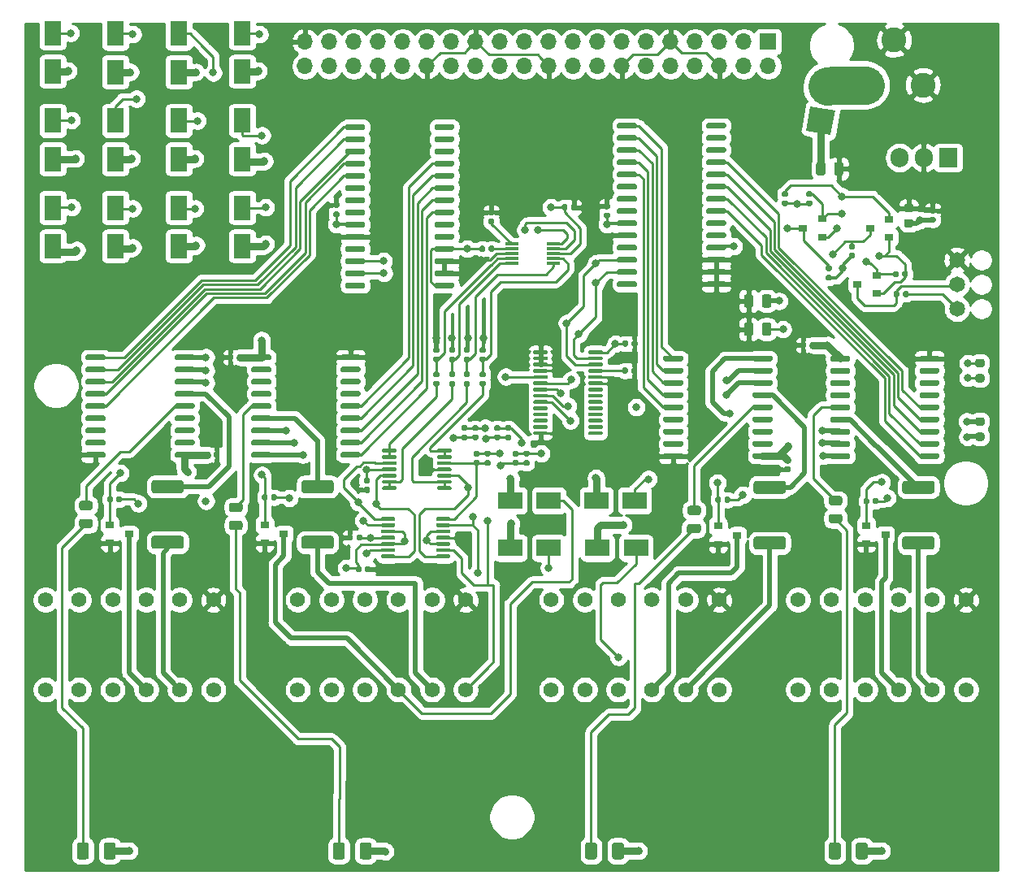
<source format=gbr>
G04 #@! TF.GenerationSoftware,KiCad,Pcbnew,5.1.6*
G04 #@! TF.CreationDate,2020-06-25T20:11:56-04:00*
G04 #@! TF.ProjectId,EVE-PCB-V4,4556452d-5043-4422-9d56-342e6b696361,rev?*
G04 #@! TF.SameCoordinates,Original*
G04 #@! TF.FileFunction,Copper,L1,Top*
G04 #@! TF.FilePolarity,Positive*
%FSLAX46Y46*%
G04 Gerber Fmt 4.6, Leading zero omitted, Abs format (unit mm)*
G04 Created by KiCad (PCBNEW 5.1.6) date 2020-06-25 20:11:56*
%MOMM*%
%LPD*%
G01*
G04 APERTURE LIST*
G04 #@! TA.AperFunction,ComponentPad*
%ADD10C,1.575000*%
G04 #@! TD*
G04 #@! TA.AperFunction,ComponentPad*
%ADD11O,1.700000X1.700000*%
G04 #@! TD*
G04 #@! TA.AperFunction,ComponentPad*
%ADD12R,1.700000X1.700000*%
G04 #@! TD*
G04 #@! TA.AperFunction,SMDPad,CuDef*
%ADD13R,1.800000X2.500000*%
G04 #@! TD*
G04 #@! TA.AperFunction,ComponentPad*
%ADD14R,2.600000X2.600000*%
G04 #@! TD*
G04 #@! TA.AperFunction,ComponentPad*
%ADD15C,2.600000*%
G04 #@! TD*
G04 #@! TA.AperFunction,ComponentPad*
%ADD16R,1.905000X2.000000*%
G04 #@! TD*
G04 #@! TA.AperFunction,ComponentPad*
%ADD17O,1.905000X2.000000*%
G04 #@! TD*
G04 #@! TA.AperFunction,SMDPad,CuDef*
%ADD18R,2.500000X1.800000*%
G04 #@! TD*
G04 #@! TA.AperFunction,SMDPad,CuDef*
%ADD19R,0.900000X0.800000*%
G04 #@! TD*
G04 #@! TA.AperFunction,ComponentPad*
%ADD20C,1.650000*%
G04 #@! TD*
G04 #@! TA.AperFunction,ComponentPad*
%ADD21C,0.100000*%
G04 #@! TD*
G04 #@! TA.AperFunction,SMDPad,CuDef*
%ADD22R,1.400000X0.300000*%
G04 #@! TD*
G04 #@! TA.AperFunction,ViaPad*
%ADD23C,0.800000*%
G04 #@! TD*
G04 #@! TA.AperFunction,Conductor*
%ADD24C,0.750000*%
G04 #@! TD*
G04 #@! TA.AperFunction,Conductor*
%ADD25C,0.250000*%
G04 #@! TD*
G04 #@! TA.AperFunction,Conductor*
%ADD26C,0.350000*%
G04 #@! TD*
G04 #@! TA.AperFunction,Conductor*
%ADD27C,0.500000*%
G04 #@! TD*
G04 #@! TA.AperFunction,Conductor*
%ADD28C,4.000000*%
G04 #@! TD*
G04 #@! TA.AperFunction,Conductor*
%ADD29C,0.254000*%
G04 #@! TD*
G04 APERTURE END LIST*
G04 #@! TA.AperFunction,SMDPad,CuDef*
G36*
G01*
X164788000Y-70762000D02*
X164788000Y-70462000D01*
G75*
G02*
X164938000Y-70312000I150000J0D01*
G01*
X166688000Y-70312000D01*
G75*
G02*
X166838000Y-70462000I0J-150000D01*
G01*
X166838000Y-70762000D01*
G75*
G02*
X166688000Y-70912000I-150000J0D01*
G01*
X164938000Y-70912000D01*
G75*
G02*
X164788000Y-70762000I0J150000D01*
G01*
G37*
G04 #@! TD.AperFunction*
G04 #@! TA.AperFunction,SMDPad,CuDef*
G36*
G01*
X164788000Y-72032000D02*
X164788000Y-71732000D01*
G75*
G02*
X164938000Y-71582000I150000J0D01*
G01*
X166688000Y-71582000D01*
G75*
G02*
X166838000Y-71732000I0J-150000D01*
G01*
X166838000Y-72032000D01*
G75*
G02*
X166688000Y-72182000I-150000J0D01*
G01*
X164938000Y-72182000D01*
G75*
G02*
X164788000Y-72032000I0J150000D01*
G01*
G37*
G04 #@! TD.AperFunction*
G04 #@! TA.AperFunction,SMDPad,CuDef*
G36*
G01*
X164788000Y-73302000D02*
X164788000Y-73002000D01*
G75*
G02*
X164938000Y-72852000I150000J0D01*
G01*
X166688000Y-72852000D01*
G75*
G02*
X166838000Y-73002000I0J-150000D01*
G01*
X166838000Y-73302000D01*
G75*
G02*
X166688000Y-73452000I-150000J0D01*
G01*
X164938000Y-73452000D01*
G75*
G02*
X164788000Y-73302000I0J150000D01*
G01*
G37*
G04 #@! TD.AperFunction*
G04 #@! TA.AperFunction,SMDPad,CuDef*
G36*
G01*
X164788000Y-74572000D02*
X164788000Y-74272000D01*
G75*
G02*
X164938000Y-74122000I150000J0D01*
G01*
X166688000Y-74122000D01*
G75*
G02*
X166838000Y-74272000I0J-150000D01*
G01*
X166838000Y-74572000D01*
G75*
G02*
X166688000Y-74722000I-150000J0D01*
G01*
X164938000Y-74722000D01*
G75*
G02*
X164788000Y-74572000I0J150000D01*
G01*
G37*
G04 #@! TD.AperFunction*
G04 #@! TA.AperFunction,SMDPad,CuDef*
G36*
G01*
X164788000Y-75842000D02*
X164788000Y-75542000D01*
G75*
G02*
X164938000Y-75392000I150000J0D01*
G01*
X166688000Y-75392000D01*
G75*
G02*
X166838000Y-75542000I0J-150000D01*
G01*
X166838000Y-75842000D01*
G75*
G02*
X166688000Y-75992000I-150000J0D01*
G01*
X164938000Y-75992000D01*
G75*
G02*
X164788000Y-75842000I0J150000D01*
G01*
G37*
G04 #@! TD.AperFunction*
G04 #@! TA.AperFunction,SMDPad,CuDef*
G36*
G01*
X164788000Y-77112000D02*
X164788000Y-76812000D01*
G75*
G02*
X164938000Y-76662000I150000J0D01*
G01*
X166688000Y-76662000D01*
G75*
G02*
X166838000Y-76812000I0J-150000D01*
G01*
X166838000Y-77112000D01*
G75*
G02*
X166688000Y-77262000I-150000J0D01*
G01*
X164938000Y-77262000D01*
G75*
G02*
X164788000Y-77112000I0J150000D01*
G01*
G37*
G04 #@! TD.AperFunction*
G04 #@! TA.AperFunction,SMDPad,CuDef*
G36*
G01*
X164788000Y-78382000D02*
X164788000Y-78082000D01*
G75*
G02*
X164938000Y-77932000I150000J0D01*
G01*
X166688000Y-77932000D01*
G75*
G02*
X166838000Y-78082000I0J-150000D01*
G01*
X166838000Y-78382000D01*
G75*
G02*
X166688000Y-78532000I-150000J0D01*
G01*
X164938000Y-78532000D01*
G75*
G02*
X164788000Y-78382000I0J150000D01*
G01*
G37*
G04 #@! TD.AperFunction*
G04 #@! TA.AperFunction,SMDPad,CuDef*
G36*
G01*
X164788000Y-79652000D02*
X164788000Y-79352000D01*
G75*
G02*
X164938000Y-79202000I150000J0D01*
G01*
X166688000Y-79202000D01*
G75*
G02*
X166838000Y-79352000I0J-150000D01*
G01*
X166838000Y-79652000D01*
G75*
G02*
X166688000Y-79802000I-150000J0D01*
G01*
X164938000Y-79802000D01*
G75*
G02*
X164788000Y-79652000I0J150000D01*
G01*
G37*
G04 #@! TD.AperFunction*
G04 #@! TA.AperFunction,SMDPad,CuDef*
G36*
G01*
X164788000Y-80922000D02*
X164788000Y-80622000D01*
G75*
G02*
X164938000Y-80472000I150000J0D01*
G01*
X166688000Y-80472000D01*
G75*
G02*
X166838000Y-80622000I0J-150000D01*
G01*
X166838000Y-80922000D01*
G75*
G02*
X166688000Y-81072000I-150000J0D01*
G01*
X164938000Y-81072000D01*
G75*
G02*
X164788000Y-80922000I0J150000D01*
G01*
G37*
G04 #@! TD.AperFunction*
G04 #@! TA.AperFunction,SMDPad,CuDef*
G36*
G01*
X155488000Y-80922000D02*
X155488000Y-80622000D01*
G75*
G02*
X155638000Y-80472000I150000J0D01*
G01*
X157388000Y-80472000D01*
G75*
G02*
X157538000Y-80622000I0J-150000D01*
G01*
X157538000Y-80922000D01*
G75*
G02*
X157388000Y-81072000I-150000J0D01*
G01*
X155638000Y-81072000D01*
G75*
G02*
X155488000Y-80922000I0J150000D01*
G01*
G37*
G04 #@! TD.AperFunction*
G04 #@! TA.AperFunction,SMDPad,CuDef*
G36*
G01*
X155488000Y-79652000D02*
X155488000Y-79352000D01*
G75*
G02*
X155638000Y-79202000I150000J0D01*
G01*
X157388000Y-79202000D01*
G75*
G02*
X157538000Y-79352000I0J-150000D01*
G01*
X157538000Y-79652000D01*
G75*
G02*
X157388000Y-79802000I-150000J0D01*
G01*
X155638000Y-79802000D01*
G75*
G02*
X155488000Y-79652000I0J150000D01*
G01*
G37*
G04 #@! TD.AperFunction*
G04 #@! TA.AperFunction,SMDPad,CuDef*
G36*
G01*
X155488000Y-78382000D02*
X155488000Y-78082000D01*
G75*
G02*
X155638000Y-77932000I150000J0D01*
G01*
X157388000Y-77932000D01*
G75*
G02*
X157538000Y-78082000I0J-150000D01*
G01*
X157538000Y-78382000D01*
G75*
G02*
X157388000Y-78532000I-150000J0D01*
G01*
X155638000Y-78532000D01*
G75*
G02*
X155488000Y-78382000I0J150000D01*
G01*
G37*
G04 #@! TD.AperFunction*
G04 #@! TA.AperFunction,SMDPad,CuDef*
G36*
G01*
X155488000Y-77112000D02*
X155488000Y-76812000D01*
G75*
G02*
X155638000Y-76662000I150000J0D01*
G01*
X157388000Y-76662000D01*
G75*
G02*
X157538000Y-76812000I0J-150000D01*
G01*
X157538000Y-77112000D01*
G75*
G02*
X157388000Y-77262000I-150000J0D01*
G01*
X155638000Y-77262000D01*
G75*
G02*
X155488000Y-77112000I0J150000D01*
G01*
G37*
G04 #@! TD.AperFunction*
G04 #@! TA.AperFunction,SMDPad,CuDef*
G36*
G01*
X155488000Y-75842000D02*
X155488000Y-75542000D01*
G75*
G02*
X155638000Y-75392000I150000J0D01*
G01*
X157388000Y-75392000D01*
G75*
G02*
X157538000Y-75542000I0J-150000D01*
G01*
X157538000Y-75842000D01*
G75*
G02*
X157388000Y-75992000I-150000J0D01*
G01*
X155638000Y-75992000D01*
G75*
G02*
X155488000Y-75842000I0J150000D01*
G01*
G37*
G04 #@! TD.AperFunction*
G04 #@! TA.AperFunction,SMDPad,CuDef*
G36*
G01*
X155488000Y-74572000D02*
X155488000Y-74272000D01*
G75*
G02*
X155638000Y-74122000I150000J0D01*
G01*
X157388000Y-74122000D01*
G75*
G02*
X157538000Y-74272000I0J-150000D01*
G01*
X157538000Y-74572000D01*
G75*
G02*
X157388000Y-74722000I-150000J0D01*
G01*
X155638000Y-74722000D01*
G75*
G02*
X155488000Y-74572000I0J150000D01*
G01*
G37*
G04 #@! TD.AperFunction*
G04 #@! TA.AperFunction,SMDPad,CuDef*
G36*
G01*
X155488000Y-73302000D02*
X155488000Y-73002000D01*
G75*
G02*
X155638000Y-72852000I150000J0D01*
G01*
X157388000Y-72852000D01*
G75*
G02*
X157538000Y-73002000I0J-150000D01*
G01*
X157538000Y-73302000D01*
G75*
G02*
X157388000Y-73452000I-150000J0D01*
G01*
X155638000Y-73452000D01*
G75*
G02*
X155488000Y-73302000I0J150000D01*
G01*
G37*
G04 #@! TD.AperFunction*
G04 #@! TA.AperFunction,SMDPad,CuDef*
G36*
G01*
X155488000Y-72032000D02*
X155488000Y-71732000D01*
G75*
G02*
X155638000Y-71582000I150000J0D01*
G01*
X157388000Y-71582000D01*
G75*
G02*
X157538000Y-71732000I0J-150000D01*
G01*
X157538000Y-72032000D01*
G75*
G02*
X157388000Y-72182000I-150000J0D01*
G01*
X155638000Y-72182000D01*
G75*
G02*
X155488000Y-72032000I0J150000D01*
G01*
G37*
G04 #@! TD.AperFunction*
G04 #@! TA.AperFunction,SMDPad,CuDef*
G36*
G01*
X155488000Y-70762000D02*
X155488000Y-70462000D01*
G75*
G02*
X155638000Y-70312000I150000J0D01*
G01*
X157388000Y-70312000D01*
G75*
G02*
X157538000Y-70462000I0J-150000D01*
G01*
X157538000Y-70762000D01*
G75*
G02*
X157388000Y-70912000I-150000J0D01*
G01*
X155638000Y-70912000D01*
G75*
G02*
X155488000Y-70762000I0J150000D01*
G01*
G37*
G04 #@! TD.AperFunction*
D10*
X108592346Y-95760000D03*
X108592346Y-105110000D03*
X105092346Y-95760000D03*
X105092346Y-105110000D03*
X101592346Y-95760000D03*
X101592346Y-105110000D03*
X98092346Y-95760000D03*
X98092346Y-105110000D03*
X94592346Y-95760000D03*
X94592346Y-105110000D03*
X91092346Y-95760000D03*
X91092346Y-105110000D03*
G04 #@! TA.AperFunction,SMDPad,CuDef*
G36*
G01*
X102397499Y-89093000D02*
X105247501Y-89093000D01*
G75*
G02*
X105497500Y-89342999I0J-249999D01*
G01*
X105497500Y-90193001D01*
G75*
G02*
X105247501Y-90443000I-249999J0D01*
G01*
X102397499Y-90443000D01*
G75*
G02*
X102147500Y-90193001I0J249999D01*
G01*
X102147500Y-89342999D01*
G75*
G02*
X102397499Y-89093000I249999J0D01*
G01*
G37*
G04 #@! TD.AperFunction*
G04 #@! TA.AperFunction,SMDPad,CuDef*
G36*
G01*
X102397499Y-83293000D02*
X105247501Y-83293000D01*
G75*
G02*
X105497500Y-83542999I0J-249999D01*
G01*
X105497500Y-84393001D01*
G75*
G02*
X105247501Y-84643000I-249999J0D01*
G01*
X102397499Y-84643000D01*
G75*
G02*
X102147500Y-84393001I0J249999D01*
G01*
X102147500Y-83542999D01*
G75*
G02*
X102397499Y-83293000I249999J0D01*
G01*
G37*
G04 #@! TD.AperFunction*
G04 #@! TA.AperFunction,SMDPad,CuDef*
G36*
G01*
X118018499Y-89093000D02*
X120868501Y-89093000D01*
G75*
G02*
X121118500Y-89342999I0J-249999D01*
G01*
X121118500Y-90193001D01*
G75*
G02*
X120868501Y-90443000I-249999J0D01*
G01*
X118018499Y-90443000D01*
G75*
G02*
X117768500Y-90193001I0J249999D01*
G01*
X117768500Y-89342999D01*
G75*
G02*
X118018499Y-89093000I249999J0D01*
G01*
G37*
G04 #@! TD.AperFunction*
G04 #@! TA.AperFunction,SMDPad,CuDef*
G36*
G01*
X118018499Y-83293000D02*
X120868501Y-83293000D01*
G75*
G02*
X121118500Y-83542999I0J-249999D01*
G01*
X121118500Y-84393001D01*
G75*
G02*
X120868501Y-84643000I-249999J0D01*
G01*
X118018499Y-84643000D01*
G75*
G02*
X117768500Y-84393001I0J249999D01*
G01*
X117768500Y-83542999D01*
G75*
G02*
X118018499Y-83293000I249999J0D01*
G01*
G37*
G04 #@! TD.AperFunction*
G04 #@! TA.AperFunction,SMDPad,CuDef*
G36*
G01*
X165135499Y-89156500D02*
X167985501Y-89156500D01*
G75*
G02*
X168235500Y-89406499I0J-249999D01*
G01*
X168235500Y-90256501D01*
G75*
G02*
X167985501Y-90506500I-249999J0D01*
G01*
X165135499Y-90506500D01*
G75*
G02*
X164885500Y-90256501I0J249999D01*
G01*
X164885500Y-89406499D01*
G75*
G02*
X165135499Y-89156500I249999J0D01*
G01*
G37*
G04 #@! TD.AperFunction*
G04 #@! TA.AperFunction,SMDPad,CuDef*
G36*
G01*
X165135499Y-83356500D02*
X167985501Y-83356500D01*
G75*
G02*
X168235500Y-83606499I0J-249999D01*
G01*
X168235500Y-84456501D01*
G75*
G02*
X167985501Y-84706500I-249999J0D01*
G01*
X165135499Y-84706500D01*
G75*
G02*
X164885500Y-84456501I0J249999D01*
G01*
X164885500Y-83606499D01*
G75*
G02*
X165135499Y-83356500I249999J0D01*
G01*
G37*
G04 #@! TD.AperFunction*
G04 #@! TA.AperFunction,SMDPad,CuDef*
G36*
G01*
X180629499Y-89156500D02*
X183479501Y-89156500D01*
G75*
G02*
X183729500Y-89406499I0J-249999D01*
G01*
X183729500Y-90256501D01*
G75*
G02*
X183479501Y-90506500I-249999J0D01*
G01*
X180629499Y-90506500D01*
G75*
G02*
X180379500Y-90256501I0J249999D01*
G01*
X180379500Y-89406499D01*
G75*
G02*
X180629499Y-89156500I249999J0D01*
G01*
G37*
G04 #@! TD.AperFunction*
G04 #@! TA.AperFunction,SMDPad,CuDef*
G36*
G01*
X180629499Y-83356500D02*
X183479501Y-83356500D01*
G75*
G02*
X183729500Y-83606499I0J-249999D01*
G01*
X183729500Y-84456501D01*
G75*
G02*
X183479501Y-84706500I-249999J0D01*
G01*
X180629499Y-84706500D01*
G75*
G02*
X180379500Y-84456501I0J249999D01*
G01*
X180379500Y-83606499D01*
G75*
G02*
X180629499Y-83356500I249999J0D01*
G01*
G37*
G04 #@! TD.AperFunction*
G04 #@! TA.AperFunction,SMDPad,CuDef*
G36*
G01*
X168320500Y-53785000D02*
X167975500Y-53785000D01*
G75*
G02*
X167828000Y-53637500I0J147500D01*
G01*
X167828000Y-53342500D01*
G75*
G02*
X167975500Y-53195000I147500J0D01*
G01*
X168320500Y-53195000D01*
G75*
G02*
X168468000Y-53342500I0J-147500D01*
G01*
X168468000Y-53637500D01*
G75*
G02*
X168320500Y-53785000I-147500J0D01*
G01*
G37*
G04 #@! TD.AperFunction*
G04 #@! TA.AperFunction,SMDPad,CuDef*
G36*
G01*
X168320500Y-54755000D02*
X167975500Y-54755000D01*
G75*
G02*
X167828000Y-54607500I0J147500D01*
G01*
X167828000Y-54312500D01*
G75*
G02*
X167975500Y-54165000I147500J0D01*
G01*
X168320500Y-54165000D01*
G75*
G02*
X168468000Y-54312500I0J-147500D01*
G01*
X168468000Y-54607500D01*
G75*
G02*
X168320500Y-54755000I-147500J0D01*
G01*
G37*
G04 #@! TD.AperFunction*
G04 #@! TA.AperFunction,SMDPad,CuDef*
G36*
G01*
X170860500Y-53785000D02*
X170515500Y-53785000D01*
G75*
G02*
X170368000Y-53637500I0J147500D01*
G01*
X170368000Y-53342500D01*
G75*
G02*
X170515500Y-53195000I147500J0D01*
G01*
X170860500Y-53195000D01*
G75*
G02*
X171008000Y-53342500I0J-147500D01*
G01*
X171008000Y-53637500D01*
G75*
G02*
X170860500Y-53785000I-147500J0D01*
G01*
G37*
G04 #@! TD.AperFunction*
G04 #@! TA.AperFunction,SMDPad,CuDef*
G36*
G01*
X170860500Y-54755000D02*
X170515500Y-54755000D01*
G75*
G02*
X170368000Y-54607500I0J147500D01*
G01*
X170368000Y-54312500D01*
G75*
G02*
X170515500Y-54165000I147500J0D01*
G01*
X170860500Y-54165000D01*
G75*
G02*
X171008000Y-54312500I0J-147500D01*
G01*
X171008000Y-54607500D01*
G75*
G02*
X170860500Y-54755000I-147500J0D01*
G01*
G37*
G04 #@! TD.AperFunction*
G04 #@! TA.AperFunction,SMDPad,CuDef*
G36*
G01*
X174960500Y-59626000D02*
X175305500Y-59626000D01*
G75*
G02*
X175453000Y-59773500I0J-147500D01*
G01*
X175453000Y-60068500D01*
G75*
G02*
X175305500Y-60216000I-147500J0D01*
G01*
X174960500Y-60216000D01*
G75*
G02*
X174813000Y-60068500I0J147500D01*
G01*
X174813000Y-59773500D01*
G75*
G02*
X174960500Y-59626000I147500J0D01*
G01*
G37*
G04 #@! TD.AperFunction*
G04 #@! TA.AperFunction,SMDPad,CuDef*
G36*
G01*
X174960500Y-58656000D02*
X175305500Y-58656000D01*
G75*
G02*
X175453000Y-58803500I0J-147500D01*
G01*
X175453000Y-59098500D01*
G75*
G02*
X175305500Y-59246000I-147500J0D01*
G01*
X174960500Y-59246000D01*
G75*
G02*
X174813000Y-59098500I0J147500D01*
G01*
X174813000Y-58803500D01*
G75*
G02*
X174960500Y-58656000I147500J0D01*
G01*
G37*
G04 #@! TD.AperFunction*
G04 #@! TA.AperFunction,SMDPad,CuDef*
G36*
G01*
X172547500Y-61912000D02*
X172892500Y-61912000D01*
G75*
G02*
X173040000Y-62059500I0J-147500D01*
G01*
X173040000Y-62354500D01*
G75*
G02*
X172892500Y-62502000I-147500J0D01*
G01*
X172547500Y-62502000D01*
G75*
G02*
X172400000Y-62354500I0J147500D01*
G01*
X172400000Y-62059500D01*
G75*
G02*
X172547500Y-61912000I147500J0D01*
G01*
G37*
G04 #@! TD.AperFunction*
G04 #@! TA.AperFunction,SMDPad,CuDef*
G36*
G01*
X172547500Y-60942000D02*
X172892500Y-60942000D01*
G75*
G02*
X173040000Y-61089500I0J-147500D01*
G01*
X173040000Y-61384500D01*
G75*
G02*
X172892500Y-61532000I-147500J0D01*
G01*
X172547500Y-61532000D01*
G75*
G02*
X172400000Y-61384500I0J147500D01*
G01*
X172400000Y-61089500D01*
G75*
G02*
X172547500Y-60942000I147500J0D01*
G01*
G37*
G04 #@! TD.AperFunction*
D11*
X118143346Y-40146769D03*
X118143346Y-37606769D03*
X120683346Y-40146769D03*
X120683346Y-37606769D03*
X123223346Y-40146769D03*
X123223346Y-37606769D03*
X125763346Y-40146769D03*
X125763346Y-37606769D03*
X128303346Y-40146769D03*
X128303346Y-37606769D03*
X130843346Y-40146769D03*
X130843346Y-37606769D03*
X133383346Y-40146769D03*
X133383346Y-37606769D03*
X135923346Y-40146769D03*
X135923346Y-37606769D03*
X138463346Y-40146769D03*
X138463346Y-37606769D03*
X141003346Y-40146769D03*
X141003346Y-37606769D03*
X143543346Y-40146769D03*
X143543346Y-37606769D03*
X146083346Y-40146769D03*
X146083346Y-37606769D03*
X148623346Y-40146769D03*
X148623346Y-37606769D03*
X151163346Y-40146769D03*
X151163346Y-37606769D03*
X153703346Y-40146769D03*
X153703346Y-37606769D03*
X156243346Y-40146769D03*
X156243346Y-37606769D03*
X158783346Y-40146769D03*
X158783346Y-37606769D03*
X161323346Y-40146769D03*
X161323346Y-37606769D03*
X163863346Y-40146769D03*
X163863346Y-37606769D03*
X166403346Y-40146769D03*
D12*
X166403346Y-37606769D03*
D10*
X187014846Y-95760000D03*
X187014846Y-105110000D03*
X183514846Y-95760000D03*
X183514846Y-105110000D03*
X180014846Y-95760000D03*
X180014846Y-105110000D03*
X176514846Y-95760000D03*
X176514846Y-105110000D03*
X173014846Y-95760000D03*
X173014846Y-105110000D03*
X169514846Y-95760000D03*
X169514846Y-105110000D03*
X161297346Y-95760000D03*
X161297346Y-105110000D03*
X157797346Y-95760000D03*
X157797346Y-105110000D03*
X154297346Y-95760000D03*
X154297346Y-105110000D03*
X150797346Y-95760000D03*
X150797346Y-105110000D03*
X147297346Y-95760000D03*
X147297346Y-105110000D03*
X143797346Y-95760000D03*
X143797346Y-105110000D03*
X134881346Y-95760000D03*
X134881346Y-105110000D03*
X131381346Y-95760000D03*
X131381346Y-105110000D03*
X127881346Y-95760000D03*
X127881346Y-105110000D03*
X124381346Y-95760000D03*
X124381346Y-105110000D03*
X120881346Y-95760000D03*
X120881346Y-105110000D03*
X117381346Y-95760000D03*
X117381346Y-105110000D03*
G04 #@! TA.AperFunction,SMDPad,CuDef*
G36*
G01*
X172727000Y-122545000D02*
X172727000Y-121295000D01*
G75*
G02*
X172977000Y-121045000I250000J0D01*
G01*
X173727000Y-121045000D01*
G75*
G02*
X173977000Y-121295000I0J-250000D01*
G01*
X173977000Y-122545000D01*
G75*
G02*
X173727000Y-122795000I-250000J0D01*
G01*
X172977000Y-122795000D01*
G75*
G02*
X172727000Y-122545000I0J250000D01*
G01*
G37*
G04 #@! TD.AperFunction*
G04 #@! TA.AperFunction,SMDPad,CuDef*
G36*
G01*
X175527000Y-122545000D02*
X175527000Y-121295000D01*
G75*
G02*
X175777000Y-121045000I250000J0D01*
G01*
X176527000Y-121045000D01*
G75*
G02*
X176777000Y-121295000I0J-250000D01*
G01*
X176777000Y-122545000D01*
G75*
G02*
X176527000Y-122795000I-250000J0D01*
G01*
X175777000Y-122795000D01*
G75*
G02*
X175527000Y-122545000I0J250000D01*
G01*
G37*
G04 #@! TD.AperFunction*
G04 #@! TA.AperFunction,SMDPad,CuDef*
G36*
G01*
X147327000Y-122545000D02*
X147327000Y-121295000D01*
G75*
G02*
X147577000Y-121045000I250000J0D01*
G01*
X148327000Y-121045000D01*
G75*
G02*
X148577000Y-121295000I0J-250000D01*
G01*
X148577000Y-122545000D01*
G75*
G02*
X148327000Y-122795000I-250000J0D01*
G01*
X147577000Y-122795000D01*
G75*
G02*
X147327000Y-122545000I0J250000D01*
G01*
G37*
G04 #@! TD.AperFunction*
G04 #@! TA.AperFunction,SMDPad,CuDef*
G36*
G01*
X150127000Y-122545000D02*
X150127000Y-121295000D01*
G75*
G02*
X150377000Y-121045000I250000J0D01*
G01*
X151127000Y-121045000D01*
G75*
G02*
X151377000Y-121295000I0J-250000D01*
G01*
X151377000Y-122545000D01*
G75*
G02*
X151127000Y-122795000I-250000J0D01*
G01*
X150377000Y-122795000D01*
G75*
G02*
X150127000Y-122545000I0J250000D01*
G01*
G37*
G04 #@! TD.AperFunction*
G04 #@! TA.AperFunction,SMDPad,CuDef*
G36*
G01*
X123841000Y-122545000D02*
X123841000Y-121295000D01*
G75*
G02*
X124091000Y-121045000I250000J0D01*
G01*
X124841000Y-121045000D01*
G75*
G02*
X125091000Y-121295000I0J-250000D01*
G01*
X125091000Y-122545000D01*
G75*
G02*
X124841000Y-122795000I-250000J0D01*
G01*
X124091000Y-122795000D01*
G75*
G02*
X123841000Y-122545000I0J250000D01*
G01*
G37*
G04 #@! TD.AperFunction*
G04 #@! TA.AperFunction,SMDPad,CuDef*
G36*
G01*
X121041000Y-122545000D02*
X121041000Y-121295000D01*
G75*
G02*
X121291000Y-121045000I250000J0D01*
G01*
X122041000Y-121045000D01*
G75*
G02*
X122291000Y-121295000I0J-250000D01*
G01*
X122291000Y-122545000D01*
G75*
G02*
X122041000Y-122795000I-250000J0D01*
G01*
X121291000Y-122795000D01*
G75*
G02*
X121041000Y-122545000I0J250000D01*
G01*
G37*
G04 #@! TD.AperFunction*
G04 #@! TA.AperFunction,SMDPad,CuDef*
G36*
G01*
X94365000Y-122545000D02*
X94365000Y-121295000D01*
G75*
G02*
X94615000Y-121045000I250000J0D01*
G01*
X95365000Y-121045000D01*
G75*
G02*
X95615000Y-121295000I0J-250000D01*
G01*
X95615000Y-122545000D01*
G75*
G02*
X95365000Y-122795000I-250000J0D01*
G01*
X94615000Y-122795000D01*
G75*
G02*
X94365000Y-122545000I0J250000D01*
G01*
G37*
G04 #@! TD.AperFunction*
G04 #@! TA.AperFunction,SMDPad,CuDef*
G36*
G01*
X97165000Y-122545000D02*
X97165000Y-121295000D01*
G75*
G02*
X97415000Y-121045000I250000J0D01*
G01*
X98165000Y-121045000D01*
G75*
G02*
X98415000Y-121295000I0J-250000D01*
G01*
X98415000Y-122545000D01*
G75*
G02*
X98165000Y-122795000I-250000J0D01*
G01*
X97415000Y-122795000D01*
G75*
G02*
X97165000Y-122545000I0J250000D01*
G01*
G37*
G04 #@! TD.AperFunction*
G04 #@! TA.AperFunction,SMDPad,CuDef*
G36*
G01*
X171396600Y-51307050D02*
X171396600Y-50394550D01*
G75*
G02*
X171640350Y-50150800I243750J0D01*
G01*
X172127850Y-50150800D01*
G75*
G02*
X172371600Y-50394550I0J-243750D01*
G01*
X172371600Y-51307050D01*
G75*
G02*
X172127850Y-51550800I-243750J0D01*
G01*
X171640350Y-51550800D01*
G75*
G02*
X171396600Y-51307050I0J243750D01*
G01*
G37*
G04 #@! TD.AperFunction*
G04 #@! TA.AperFunction,SMDPad,CuDef*
G36*
G01*
X173271600Y-51307050D02*
X173271600Y-50394550D01*
G75*
G02*
X173515350Y-50150800I243750J0D01*
G01*
X174002850Y-50150800D01*
G75*
G02*
X174246600Y-50394550I0J-243750D01*
G01*
X174246600Y-51307050D01*
G75*
G02*
X174002850Y-51550800I-243750J0D01*
G01*
X173515350Y-51550800D01*
G75*
G02*
X173271600Y-51307050I0J243750D01*
G01*
G37*
G04 #@! TD.AperFunction*
D13*
X91842846Y-36688269D03*
X91842846Y-40688269D03*
X98363846Y-36751769D03*
X98363846Y-40751769D03*
X111596346Y-40688269D03*
X111596346Y-36688269D03*
X105011846Y-49821769D03*
X105011846Y-45821769D03*
X105011846Y-40751769D03*
X105011846Y-36751769D03*
X98363846Y-45821769D03*
X98363846Y-49821769D03*
X111596346Y-45821769D03*
X111596346Y-49821769D03*
X111596346Y-58891769D03*
X111596346Y-54891769D03*
X91842846Y-45821769D03*
X91842846Y-49821769D03*
X98363846Y-54891769D03*
X98363846Y-58891769D03*
X105011846Y-58891769D03*
X105011846Y-54891769D03*
X91842846Y-54891769D03*
X91842846Y-58891769D03*
D14*
X176530000Y-42113200D03*
D15*
X182530000Y-42113200D03*
X179530000Y-37413200D03*
G04 #@! TA.AperFunction,SMDPad,CuDef*
G36*
G01*
X136062500Y-79139000D02*
X135717500Y-79139000D01*
G75*
G02*
X135570000Y-78991500I0J147500D01*
G01*
X135570000Y-78696500D01*
G75*
G02*
X135717500Y-78549000I147500J0D01*
G01*
X136062500Y-78549000D01*
G75*
G02*
X136210000Y-78696500I0J-147500D01*
G01*
X136210000Y-78991500D01*
G75*
G02*
X136062500Y-79139000I-147500J0D01*
G01*
G37*
G04 #@! TD.AperFunction*
G04 #@! TA.AperFunction,SMDPad,CuDef*
G36*
G01*
X136062500Y-78169000D02*
X135717500Y-78169000D01*
G75*
G02*
X135570000Y-78021500I0J147500D01*
G01*
X135570000Y-77726500D01*
G75*
G02*
X135717500Y-77579000I147500J0D01*
G01*
X136062500Y-77579000D01*
G75*
G02*
X136210000Y-77726500I0J-147500D01*
G01*
X136210000Y-78021500D01*
G75*
G02*
X136062500Y-78169000I-147500J0D01*
G01*
G37*
G04 #@! TD.AperFunction*
G04 #@! TA.AperFunction,SMDPad,CuDef*
G36*
G01*
X139491500Y-78169000D02*
X139146500Y-78169000D01*
G75*
G02*
X138999000Y-78021500I0J147500D01*
G01*
X138999000Y-77726500D01*
G75*
G02*
X139146500Y-77579000I147500J0D01*
G01*
X139491500Y-77579000D01*
G75*
G02*
X139639000Y-77726500I0J-147500D01*
G01*
X139639000Y-78021500D01*
G75*
G02*
X139491500Y-78169000I-147500J0D01*
G01*
G37*
G04 #@! TD.AperFunction*
G04 #@! TA.AperFunction,SMDPad,CuDef*
G36*
G01*
X139491500Y-79139000D02*
X139146500Y-79139000D01*
G75*
G02*
X138999000Y-78991500I0J147500D01*
G01*
X138999000Y-78696500D01*
G75*
G02*
X139146500Y-78549000I147500J0D01*
G01*
X139491500Y-78549000D01*
G75*
G02*
X139639000Y-78696500I0J-147500D01*
G01*
X139639000Y-78991500D01*
G75*
G02*
X139491500Y-79139000I-147500J0D01*
G01*
G37*
G04 #@! TD.AperFunction*
G04 #@! TA.AperFunction,SMDPad,CuDef*
G36*
G01*
X140253500Y-81806000D02*
X139908500Y-81806000D01*
G75*
G02*
X139761000Y-81658500I0J147500D01*
G01*
X139761000Y-81363500D01*
G75*
G02*
X139908500Y-81216000I147500J0D01*
G01*
X140253500Y-81216000D01*
G75*
G02*
X140401000Y-81363500I0J-147500D01*
G01*
X140401000Y-81658500D01*
G75*
G02*
X140253500Y-81806000I-147500J0D01*
G01*
G37*
G04 #@! TD.AperFunction*
G04 #@! TA.AperFunction,SMDPad,CuDef*
G36*
G01*
X140253500Y-80836000D02*
X139908500Y-80836000D01*
G75*
G02*
X139761000Y-80688500I0J147500D01*
G01*
X139761000Y-80393500D01*
G75*
G02*
X139908500Y-80246000I147500J0D01*
G01*
X140253500Y-80246000D01*
G75*
G02*
X140401000Y-80393500I0J-147500D01*
G01*
X140401000Y-80688500D01*
G75*
G02*
X140253500Y-80836000I-147500J0D01*
G01*
G37*
G04 #@! TD.AperFunction*
G04 #@! TA.AperFunction,SMDPad,CuDef*
G36*
G01*
X137332500Y-80836000D02*
X136987500Y-80836000D01*
G75*
G02*
X136840000Y-80688500I0J147500D01*
G01*
X136840000Y-80393500D01*
G75*
G02*
X136987500Y-80246000I147500J0D01*
G01*
X137332500Y-80246000D01*
G75*
G02*
X137480000Y-80393500I0J-147500D01*
G01*
X137480000Y-80688500D01*
G75*
G02*
X137332500Y-80836000I-147500J0D01*
G01*
G37*
G04 #@! TD.AperFunction*
G04 #@! TA.AperFunction,SMDPad,CuDef*
G36*
G01*
X137332500Y-81806000D02*
X136987500Y-81806000D01*
G75*
G02*
X136840000Y-81658500I0J147500D01*
G01*
X136840000Y-81363500D01*
G75*
G02*
X136987500Y-81216000I147500J0D01*
G01*
X137332500Y-81216000D01*
G75*
G02*
X137480000Y-81363500I0J-147500D01*
G01*
X137480000Y-81658500D01*
G75*
G02*
X137332500Y-81806000I-147500J0D01*
G01*
G37*
G04 #@! TD.AperFunction*
G04 #@! TA.AperFunction,SMDPad,CuDef*
G36*
G01*
X136316500Y-59354500D02*
X136316500Y-59009500D01*
G75*
G02*
X136464000Y-58862000I147500J0D01*
G01*
X136759000Y-58862000D01*
G75*
G02*
X136906500Y-59009500I0J-147500D01*
G01*
X136906500Y-59354500D01*
G75*
G02*
X136759000Y-59502000I-147500J0D01*
G01*
X136464000Y-59502000D01*
G75*
G02*
X136316500Y-59354500I0J147500D01*
G01*
G37*
G04 #@! TD.AperFunction*
G04 #@! TA.AperFunction,SMDPad,CuDef*
G36*
G01*
X137286500Y-59354500D02*
X137286500Y-59009500D01*
G75*
G02*
X137434000Y-58862000I147500J0D01*
G01*
X137729000Y-58862000D01*
G75*
G02*
X137876500Y-59009500I0J-147500D01*
G01*
X137876500Y-59354500D01*
G75*
G02*
X137729000Y-59502000I-147500J0D01*
G01*
X137434000Y-59502000D01*
G75*
G02*
X137286500Y-59354500I0J147500D01*
G01*
G37*
G04 #@! TD.AperFunction*
G04 #@! TA.AperFunction,SMDPad,CuDef*
G36*
G01*
X184237000Y-80622000D02*
X184237000Y-80922000D01*
G75*
G02*
X184087000Y-81072000I-150000J0D01*
G01*
X182337000Y-81072000D01*
G75*
G02*
X182187000Y-80922000I0J150000D01*
G01*
X182187000Y-80622000D01*
G75*
G02*
X182337000Y-80472000I150000J0D01*
G01*
X184087000Y-80472000D01*
G75*
G02*
X184237000Y-80622000I0J-150000D01*
G01*
G37*
G04 #@! TD.AperFunction*
G04 #@! TA.AperFunction,SMDPad,CuDef*
G36*
G01*
X184237000Y-79352000D02*
X184237000Y-79652000D01*
G75*
G02*
X184087000Y-79802000I-150000J0D01*
G01*
X182337000Y-79802000D01*
G75*
G02*
X182187000Y-79652000I0J150000D01*
G01*
X182187000Y-79352000D01*
G75*
G02*
X182337000Y-79202000I150000J0D01*
G01*
X184087000Y-79202000D01*
G75*
G02*
X184237000Y-79352000I0J-150000D01*
G01*
G37*
G04 #@! TD.AperFunction*
G04 #@! TA.AperFunction,SMDPad,CuDef*
G36*
G01*
X184237000Y-78082000D02*
X184237000Y-78382000D01*
G75*
G02*
X184087000Y-78532000I-150000J0D01*
G01*
X182337000Y-78532000D01*
G75*
G02*
X182187000Y-78382000I0J150000D01*
G01*
X182187000Y-78082000D01*
G75*
G02*
X182337000Y-77932000I150000J0D01*
G01*
X184087000Y-77932000D01*
G75*
G02*
X184237000Y-78082000I0J-150000D01*
G01*
G37*
G04 #@! TD.AperFunction*
G04 #@! TA.AperFunction,SMDPad,CuDef*
G36*
G01*
X184237000Y-76812000D02*
X184237000Y-77112000D01*
G75*
G02*
X184087000Y-77262000I-150000J0D01*
G01*
X182337000Y-77262000D01*
G75*
G02*
X182187000Y-77112000I0J150000D01*
G01*
X182187000Y-76812000D01*
G75*
G02*
X182337000Y-76662000I150000J0D01*
G01*
X184087000Y-76662000D01*
G75*
G02*
X184237000Y-76812000I0J-150000D01*
G01*
G37*
G04 #@! TD.AperFunction*
G04 #@! TA.AperFunction,SMDPad,CuDef*
G36*
G01*
X184237000Y-75542000D02*
X184237000Y-75842000D01*
G75*
G02*
X184087000Y-75992000I-150000J0D01*
G01*
X182337000Y-75992000D01*
G75*
G02*
X182187000Y-75842000I0J150000D01*
G01*
X182187000Y-75542000D01*
G75*
G02*
X182337000Y-75392000I150000J0D01*
G01*
X184087000Y-75392000D01*
G75*
G02*
X184237000Y-75542000I0J-150000D01*
G01*
G37*
G04 #@! TD.AperFunction*
G04 #@! TA.AperFunction,SMDPad,CuDef*
G36*
G01*
X184237000Y-74272000D02*
X184237000Y-74572000D01*
G75*
G02*
X184087000Y-74722000I-150000J0D01*
G01*
X182337000Y-74722000D01*
G75*
G02*
X182187000Y-74572000I0J150000D01*
G01*
X182187000Y-74272000D01*
G75*
G02*
X182337000Y-74122000I150000J0D01*
G01*
X184087000Y-74122000D01*
G75*
G02*
X184237000Y-74272000I0J-150000D01*
G01*
G37*
G04 #@! TD.AperFunction*
G04 #@! TA.AperFunction,SMDPad,CuDef*
G36*
G01*
X184237000Y-73002000D02*
X184237000Y-73302000D01*
G75*
G02*
X184087000Y-73452000I-150000J0D01*
G01*
X182337000Y-73452000D01*
G75*
G02*
X182187000Y-73302000I0J150000D01*
G01*
X182187000Y-73002000D01*
G75*
G02*
X182337000Y-72852000I150000J0D01*
G01*
X184087000Y-72852000D01*
G75*
G02*
X184237000Y-73002000I0J-150000D01*
G01*
G37*
G04 #@! TD.AperFunction*
G04 #@! TA.AperFunction,SMDPad,CuDef*
G36*
G01*
X184237000Y-71732000D02*
X184237000Y-72032000D01*
G75*
G02*
X184087000Y-72182000I-150000J0D01*
G01*
X182337000Y-72182000D01*
G75*
G02*
X182187000Y-72032000I0J150000D01*
G01*
X182187000Y-71732000D01*
G75*
G02*
X182337000Y-71582000I150000J0D01*
G01*
X184087000Y-71582000D01*
G75*
G02*
X184237000Y-71732000I0J-150000D01*
G01*
G37*
G04 #@! TD.AperFunction*
G04 #@! TA.AperFunction,SMDPad,CuDef*
G36*
G01*
X184237000Y-70462000D02*
X184237000Y-70762000D01*
G75*
G02*
X184087000Y-70912000I-150000J0D01*
G01*
X182337000Y-70912000D01*
G75*
G02*
X182187000Y-70762000I0J150000D01*
G01*
X182187000Y-70462000D01*
G75*
G02*
X182337000Y-70312000I150000J0D01*
G01*
X184087000Y-70312000D01*
G75*
G02*
X184237000Y-70462000I0J-150000D01*
G01*
G37*
G04 #@! TD.AperFunction*
G04 #@! TA.AperFunction,SMDPad,CuDef*
G36*
G01*
X174937000Y-70462000D02*
X174937000Y-70762000D01*
G75*
G02*
X174787000Y-70912000I-150000J0D01*
G01*
X173037000Y-70912000D01*
G75*
G02*
X172887000Y-70762000I0J150000D01*
G01*
X172887000Y-70462000D01*
G75*
G02*
X173037000Y-70312000I150000J0D01*
G01*
X174787000Y-70312000D01*
G75*
G02*
X174937000Y-70462000I0J-150000D01*
G01*
G37*
G04 #@! TD.AperFunction*
G04 #@! TA.AperFunction,SMDPad,CuDef*
G36*
G01*
X174937000Y-71732000D02*
X174937000Y-72032000D01*
G75*
G02*
X174787000Y-72182000I-150000J0D01*
G01*
X173037000Y-72182000D01*
G75*
G02*
X172887000Y-72032000I0J150000D01*
G01*
X172887000Y-71732000D01*
G75*
G02*
X173037000Y-71582000I150000J0D01*
G01*
X174787000Y-71582000D01*
G75*
G02*
X174937000Y-71732000I0J-150000D01*
G01*
G37*
G04 #@! TD.AperFunction*
G04 #@! TA.AperFunction,SMDPad,CuDef*
G36*
G01*
X174937000Y-73002000D02*
X174937000Y-73302000D01*
G75*
G02*
X174787000Y-73452000I-150000J0D01*
G01*
X173037000Y-73452000D01*
G75*
G02*
X172887000Y-73302000I0J150000D01*
G01*
X172887000Y-73002000D01*
G75*
G02*
X173037000Y-72852000I150000J0D01*
G01*
X174787000Y-72852000D01*
G75*
G02*
X174937000Y-73002000I0J-150000D01*
G01*
G37*
G04 #@! TD.AperFunction*
G04 #@! TA.AperFunction,SMDPad,CuDef*
G36*
G01*
X174937000Y-74272000D02*
X174937000Y-74572000D01*
G75*
G02*
X174787000Y-74722000I-150000J0D01*
G01*
X173037000Y-74722000D01*
G75*
G02*
X172887000Y-74572000I0J150000D01*
G01*
X172887000Y-74272000D01*
G75*
G02*
X173037000Y-74122000I150000J0D01*
G01*
X174787000Y-74122000D01*
G75*
G02*
X174937000Y-74272000I0J-150000D01*
G01*
G37*
G04 #@! TD.AperFunction*
G04 #@! TA.AperFunction,SMDPad,CuDef*
G36*
G01*
X174937000Y-75542000D02*
X174937000Y-75842000D01*
G75*
G02*
X174787000Y-75992000I-150000J0D01*
G01*
X173037000Y-75992000D01*
G75*
G02*
X172887000Y-75842000I0J150000D01*
G01*
X172887000Y-75542000D01*
G75*
G02*
X173037000Y-75392000I150000J0D01*
G01*
X174787000Y-75392000D01*
G75*
G02*
X174937000Y-75542000I0J-150000D01*
G01*
G37*
G04 #@! TD.AperFunction*
G04 #@! TA.AperFunction,SMDPad,CuDef*
G36*
G01*
X174937000Y-76812000D02*
X174937000Y-77112000D01*
G75*
G02*
X174787000Y-77262000I-150000J0D01*
G01*
X173037000Y-77262000D01*
G75*
G02*
X172887000Y-77112000I0J150000D01*
G01*
X172887000Y-76812000D01*
G75*
G02*
X173037000Y-76662000I150000J0D01*
G01*
X174787000Y-76662000D01*
G75*
G02*
X174937000Y-76812000I0J-150000D01*
G01*
G37*
G04 #@! TD.AperFunction*
G04 #@! TA.AperFunction,SMDPad,CuDef*
G36*
G01*
X174937000Y-78082000D02*
X174937000Y-78382000D01*
G75*
G02*
X174787000Y-78532000I-150000J0D01*
G01*
X173037000Y-78532000D01*
G75*
G02*
X172887000Y-78382000I0J150000D01*
G01*
X172887000Y-78082000D01*
G75*
G02*
X173037000Y-77932000I150000J0D01*
G01*
X174787000Y-77932000D01*
G75*
G02*
X174937000Y-78082000I0J-150000D01*
G01*
G37*
G04 #@! TD.AperFunction*
G04 #@! TA.AperFunction,SMDPad,CuDef*
G36*
G01*
X174937000Y-79352000D02*
X174937000Y-79652000D01*
G75*
G02*
X174787000Y-79802000I-150000J0D01*
G01*
X173037000Y-79802000D01*
G75*
G02*
X172887000Y-79652000I0J150000D01*
G01*
X172887000Y-79352000D01*
G75*
G02*
X173037000Y-79202000I150000J0D01*
G01*
X174787000Y-79202000D01*
G75*
G02*
X174937000Y-79352000I0J-150000D01*
G01*
G37*
G04 #@! TD.AperFunction*
G04 #@! TA.AperFunction,SMDPad,CuDef*
G36*
G01*
X174937000Y-80622000D02*
X174937000Y-80922000D01*
G75*
G02*
X174787000Y-81072000I-150000J0D01*
G01*
X173037000Y-81072000D01*
G75*
G02*
X172887000Y-80922000I0J150000D01*
G01*
X172887000Y-80622000D01*
G75*
G02*
X173037000Y-80472000I150000J0D01*
G01*
X174787000Y-80472000D01*
G75*
G02*
X174937000Y-80622000I0J-150000D01*
G01*
G37*
G04 #@! TD.AperFunction*
G04 #@! TA.AperFunction,SMDPad,CuDef*
G36*
G01*
X123912000Y-80495000D02*
X123912000Y-80795000D01*
G75*
G02*
X123762000Y-80945000I-150000J0D01*
G01*
X122012000Y-80945000D01*
G75*
G02*
X121862000Y-80795000I0J150000D01*
G01*
X121862000Y-80495000D01*
G75*
G02*
X122012000Y-80345000I150000J0D01*
G01*
X123762000Y-80345000D01*
G75*
G02*
X123912000Y-80495000I0J-150000D01*
G01*
G37*
G04 #@! TD.AperFunction*
G04 #@! TA.AperFunction,SMDPad,CuDef*
G36*
G01*
X123912000Y-79225000D02*
X123912000Y-79525000D01*
G75*
G02*
X123762000Y-79675000I-150000J0D01*
G01*
X122012000Y-79675000D01*
G75*
G02*
X121862000Y-79525000I0J150000D01*
G01*
X121862000Y-79225000D01*
G75*
G02*
X122012000Y-79075000I150000J0D01*
G01*
X123762000Y-79075000D01*
G75*
G02*
X123912000Y-79225000I0J-150000D01*
G01*
G37*
G04 #@! TD.AperFunction*
G04 #@! TA.AperFunction,SMDPad,CuDef*
G36*
G01*
X123912000Y-77955000D02*
X123912000Y-78255000D01*
G75*
G02*
X123762000Y-78405000I-150000J0D01*
G01*
X122012000Y-78405000D01*
G75*
G02*
X121862000Y-78255000I0J150000D01*
G01*
X121862000Y-77955000D01*
G75*
G02*
X122012000Y-77805000I150000J0D01*
G01*
X123762000Y-77805000D01*
G75*
G02*
X123912000Y-77955000I0J-150000D01*
G01*
G37*
G04 #@! TD.AperFunction*
G04 #@! TA.AperFunction,SMDPad,CuDef*
G36*
G01*
X123912000Y-76685000D02*
X123912000Y-76985000D01*
G75*
G02*
X123762000Y-77135000I-150000J0D01*
G01*
X122012000Y-77135000D01*
G75*
G02*
X121862000Y-76985000I0J150000D01*
G01*
X121862000Y-76685000D01*
G75*
G02*
X122012000Y-76535000I150000J0D01*
G01*
X123762000Y-76535000D01*
G75*
G02*
X123912000Y-76685000I0J-150000D01*
G01*
G37*
G04 #@! TD.AperFunction*
G04 #@! TA.AperFunction,SMDPad,CuDef*
G36*
G01*
X123912000Y-75415000D02*
X123912000Y-75715000D01*
G75*
G02*
X123762000Y-75865000I-150000J0D01*
G01*
X122012000Y-75865000D01*
G75*
G02*
X121862000Y-75715000I0J150000D01*
G01*
X121862000Y-75415000D01*
G75*
G02*
X122012000Y-75265000I150000J0D01*
G01*
X123762000Y-75265000D01*
G75*
G02*
X123912000Y-75415000I0J-150000D01*
G01*
G37*
G04 #@! TD.AperFunction*
G04 #@! TA.AperFunction,SMDPad,CuDef*
G36*
G01*
X123912000Y-74145000D02*
X123912000Y-74445000D01*
G75*
G02*
X123762000Y-74595000I-150000J0D01*
G01*
X122012000Y-74595000D01*
G75*
G02*
X121862000Y-74445000I0J150000D01*
G01*
X121862000Y-74145000D01*
G75*
G02*
X122012000Y-73995000I150000J0D01*
G01*
X123762000Y-73995000D01*
G75*
G02*
X123912000Y-74145000I0J-150000D01*
G01*
G37*
G04 #@! TD.AperFunction*
G04 #@! TA.AperFunction,SMDPad,CuDef*
G36*
G01*
X123912000Y-72875000D02*
X123912000Y-73175000D01*
G75*
G02*
X123762000Y-73325000I-150000J0D01*
G01*
X122012000Y-73325000D01*
G75*
G02*
X121862000Y-73175000I0J150000D01*
G01*
X121862000Y-72875000D01*
G75*
G02*
X122012000Y-72725000I150000J0D01*
G01*
X123762000Y-72725000D01*
G75*
G02*
X123912000Y-72875000I0J-150000D01*
G01*
G37*
G04 #@! TD.AperFunction*
G04 #@! TA.AperFunction,SMDPad,CuDef*
G36*
G01*
X123912000Y-71605000D02*
X123912000Y-71905000D01*
G75*
G02*
X123762000Y-72055000I-150000J0D01*
G01*
X122012000Y-72055000D01*
G75*
G02*
X121862000Y-71905000I0J150000D01*
G01*
X121862000Y-71605000D01*
G75*
G02*
X122012000Y-71455000I150000J0D01*
G01*
X123762000Y-71455000D01*
G75*
G02*
X123912000Y-71605000I0J-150000D01*
G01*
G37*
G04 #@! TD.AperFunction*
G04 #@! TA.AperFunction,SMDPad,CuDef*
G36*
G01*
X123912000Y-70335000D02*
X123912000Y-70635000D01*
G75*
G02*
X123762000Y-70785000I-150000J0D01*
G01*
X122012000Y-70785000D01*
G75*
G02*
X121862000Y-70635000I0J150000D01*
G01*
X121862000Y-70335000D01*
G75*
G02*
X122012000Y-70185000I150000J0D01*
G01*
X123762000Y-70185000D01*
G75*
G02*
X123912000Y-70335000I0J-150000D01*
G01*
G37*
G04 #@! TD.AperFunction*
G04 #@! TA.AperFunction,SMDPad,CuDef*
G36*
G01*
X114612000Y-70335000D02*
X114612000Y-70635000D01*
G75*
G02*
X114462000Y-70785000I-150000J0D01*
G01*
X112712000Y-70785000D01*
G75*
G02*
X112562000Y-70635000I0J150000D01*
G01*
X112562000Y-70335000D01*
G75*
G02*
X112712000Y-70185000I150000J0D01*
G01*
X114462000Y-70185000D01*
G75*
G02*
X114612000Y-70335000I0J-150000D01*
G01*
G37*
G04 #@! TD.AperFunction*
G04 #@! TA.AperFunction,SMDPad,CuDef*
G36*
G01*
X114612000Y-71605000D02*
X114612000Y-71905000D01*
G75*
G02*
X114462000Y-72055000I-150000J0D01*
G01*
X112712000Y-72055000D01*
G75*
G02*
X112562000Y-71905000I0J150000D01*
G01*
X112562000Y-71605000D01*
G75*
G02*
X112712000Y-71455000I150000J0D01*
G01*
X114462000Y-71455000D01*
G75*
G02*
X114612000Y-71605000I0J-150000D01*
G01*
G37*
G04 #@! TD.AperFunction*
G04 #@! TA.AperFunction,SMDPad,CuDef*
G36*
G01*
X114612000Y-72875000D02*
X114612000Y-73175000D01*
G75*
G02*
X114462000Y-73325000I-150000J0D01*
G01*
X112712000Y-73325000D01*
G75*
G02*
X112562000Y-73175000I0J150000D01*
G01*
X112562000Y-72875000D01*
G75*
G02*
X112712000Y-72725000I150000J0D01*
G01*
X114462000Y-72725000D01*
G75*
G02*
X114612000Y-72875000I0J-150000D01*
G01*
G37*
G04 #@! TD.AperFunction*
G04 #@! TA.AperFunction,SMDPad,CuDef*
G36*
G01*
X114612000Y-74145000D02*
X114612000Y-74445000D01*
G75*
G02*
X114462000Y-74595000I-150000J0D01*
G01*
X112712000Y-74595000D01*
G75*
G02*
X112562000Y-74445000I0J150000D01*
G01*
X112562000Y-74145000D01*
G75*
G02*
X112712000Y-73995000I150000J0D01*
G01*
X114462000Y-73995000D01*
G75*
G02*
X114612000Y-74145000I0J-150000D01*
G01*
G37*
G04 #@! TD.AperFunction*
G04 #@! TA.AperFunction,SMDPad,CuDef*
G36*
G01*
X114612000Y-75415000D02*
X114612000Y-75715000D01*
G75*
G02*
X114462000Y-75865000I-150000J0D01*
G01*
X112712000Y-75865000D01*
G75*
G02*
X112562000Y-75715000I0J150000D01*
G01*
X112562000Y-75415000D01*
G75*
G02*
X112712000Y-75265000I150000J0D01*
G01*
X114462000Y-75265000D01*
G75*
G02*
X114612000Y-75415000I0J-150000D01*
G01*
G37*
G04 #@! TD.AperFunction*
G04 #@! TA.AperFunction,SMDPad,CuDef*
G36*
G01*
X114612000Y-76685000D02*
X114612000Y-76985000D01*
G75*
G02*
X114462000Y-77135000I-150000J0D01*
G01*
X112712000Y-77135000D01*
G75*
G02*
X112562000Y-76985000I0J150000D01*
G01*
X112562000Y-76685000D01*
G75*
G02*
X112712000Y-76535000I150000J0D01*
G01*
X114462000Y-76535000D01*
G75*
G02*
X114612000Y-76685000I0J-150000D01*
G01*
G37*
G04 #@! TD.AperFunction*
G04 #@! TA.AperFunction,SMDPad,CuDef*
G36*
G01*
X114612000Y-77955000D02*
X114612000Y-78255000D01*
G75*
G02*
X114462000Y-78405000I-150000J0D01*
G01*
X112712000Y-78405000D01*
G75*
G02*
X112562000Y-78255000I0J150000D01*
G01*
X112562000Y-77955000D01*
G75*
G02*
X112712000Y-77805000I150000J0D01*
G01*
X114462000Y-77805000D01*
G75*
G02*
X114612000Y-77955000I0J-150000D01*
G01*
G37*
G04 #@! TD.AperFunction*
G04 #@! TA.AperFunction,SMDPad,CuDef*
G36*
G01*
X114612000Y-79225000D02*
X114612000Y-79525000D01*
G75*
G02*
X114462000Y-79675000I-150000J0D01*
G01*
X112712000Y-79675000D01*
G75*
G02*
X112562000Y-79525000I0J150000D01*
G01*
X112562000Y-79225000D01*
G75*
G02*
X112712000Y-79075000I150000J0D01*
G01*
X114462000Y-79075000D01*
G75*
G02*
X114612000Y-79225000I0J-150000D01*
G01*
G37*
G04 #@! TD.AperFunction*
G04 #@! TA.AperFunction,SMDPad,CuDef*
G36*
G01*
X114612000Y-80495000D02*
X114612000Y-80795000D01*
G75*
G02*
X114462000Y-80945000I-150000J0D01*
G01*
X112712000Y-80945000D01*
G75*
G02*
X112562000Y-80795000I0J150000D01*
G01*
X112562000Y-80495000D01*
G75*
G02*
X112712000Y-80345000I150000J0D01*
G01*
X114462000Y-80345000D01*
G75*
G02*
X114612000Y-80495000I0J-150000D01*
G01*
G37*
G04 #@! TD.AperFunction*
G04 #@! TA.AperFunction,SMDPad,CuDef*
G36*
G01*
X104590000Y-70635000D02*
X104590000Y-70335000D01*
G75*
G02*
X104740000Y-70185000I150000J0D01*
G01*
X106490000Y-70185000D01*
G75*
G02*
X106640000Y-70335000I0J-150000D01*
G01*
X106640000Y-70635000D01*
G75*
G02*
X106490000Y-70785000I-150000J0D01*
G01*
X104740000Y-70785000D01*
G75*
G02*
X104590000Y-70635000I0J150000D01*
G01*
G37*
G04 #@! TD.AperFunction*
G04 #@! TA.AperFunction,SMDPad,CuDef*
G36*
G01*
X104590000Y-71905000D02*
X104590000Y-71605000D01*
G75*
G02*
X104740000Y-71455000I150000J0D01*
G01*
X106490000Y-71455000D01*
G75*
G02*
X106640000Y-71605000I0J-150000D01*
G01*
X106640000Y-71905000D01*
G75*
G02*
X106490000Y-72055000I-150000J0D01*
G01*
X104740000Y-72055000D01*
G75*
G02*
X104590000Y-71905000I0J150000D01*
G01*
G37*
G04 #@! TD.AperFunction*
G04 #@! TA.AperFunction,SMDPad,CuDef*
G36*
G01*
X104590000Y-73175000D02*
X104590000Y-72875000D01*
G75*
G02*
X104740000Y-72725000I150000J0D01*
G01*
X106490000Y-72725000D01*
G75*
G02*
X106640000Y-72875000I0J-150000D01*
G01*
X106640000Y-73175000D01*
G75*
G02*
X106490000Y-73325000I-150000J0D01*
G01*
X104740000Y-73325000D01*
G75*
G02*
X104590000Y-73175000I0J150000D01*
G01*
G37*
G04 #@! TD.AperFunction*
G04 #@! TA.AperFunction,SMDPad,CuDef*
G36*
G01*
X104590000Y-74445000D02*
X104590000Y-74145000D01*
G75*
G02*
X104740000Y-73995000I150000J0D01*
G01*
X106490000Y-73995000D01*
G75*
G02*
X106640000Y-74145000I0J-150000D01*
G01*
X106640000Y-74445000D01*
G75*
G02*
X106490000Y-74595000I-150000J0D01*
G01*
X104740000Y-74595000D01*
G75*
G02*
X104590000Y-74445000I0J150000D01*
G01*
G37*
G04 #@! TD.AperFunction*
G04 #@! TA.AperFunction,SMDPad,CuDef*
G36*
G01*
X104590000Y-75715000D02*
X104590000Y-75415000D01*
G75*
G02*
X104740000Y-75265000I150000J0D01*
G01*
X106490000Y-75265000D01*
G75*
G02*
X106640000Y-75415000I0J-150000D01*
G01*
X106640000Y-75715000D01*
G75*
G02*
X106490000Y-75865000I-150000J0D01*
G01*
X104740000Y-75865000D01*
G75*
G02*
X104590000Y-75715000I0J150000D01*
G01*
G37*
G04 #@! TD.AperFunction*
G04 #@! TA.AperFunction,SMDPad,CuDef*
G36*
G01*
X104590000Y-76985000D02*
X104590000Y-76685000D01*
G75*
G02*
X104740000Y-76535000I150000J0D01*
G01*
X106490000Y-76535000D01*
G75*
G02*
X106640000Y-76685000I0J-150000D01*
G01*
X106640000Y-76985000D01*
G75*
G02*
X106490000Y-77135000I-150000J0D01*
G01*
X104740000Y-77135000D01*
G75*
G02*
X104590000Y-76985000I0J150000D01*
G01*
G37*
G04 #@! TD.AperFunction*
G04 #@! TA.AperFunction,SMDPad,CuDef*
G36*
G01*
X104590000Y-78255000D02*
X104590000Y-77955000D01*
G75*
G02*
X104740000Y-77805000I150000J0D01*
G01*
X106490000Y-77805000D01*
G75*
G02*
X106640000Y-77955000I0J-150000D01*
G01*
X106640000Y-78255000D01*
G75*
G02*
X106490000Y-78405000I-150000J0D01*
G01*
X104740000Y-78405000D01*
G75*
G02*
X104590000Y-78255000I0J150000D01*
G01*
G37*
G04 #@! TD.AperFunction*
G04 #@! TA.AperFunction,SMDPad,CuDef*
G36*
G01*
X104590000Y-79525000D02*
X104590000Y-79225000D01*
G75*
G02*
X104740000Y-79075000I150000J0D01*
G01*
X106490000Y-79075000D01*
G75*
G02*
X106640000Y-79225000I0J-150000D01*
G01*
X106640000Y-79525000D01*
G75*
G02*
X106490000Y-79675000I-150000J0D01*
G01*
X104740000Y-79675000D01*
G75*
G02*
X104590000Y-79525000I0J150000D01*
G01*
G37*
G04 #@! TD.AperFunction*
G04 #@! TA.AperFunction,SMDPad,CuDef*
G36*
G01*
X104590000Y-80795000D02*
X104590000Y-80495000D01*
G75*
G02*
X104740000Y-80345000I150000J0D01*
G01*
X106490000Y-80345000D01*
G75*
G02*
X106640000Y-80495000I0J-150000D01*
G01*
X106640000Y-80795000D01*
G75*
G02*
X106490000Y-80945000I-150000J0D01*
G01*
X104740000Y-80945000D01*
G75*
G02*
X104590000Y-80795000I0J150000D01*
G01*
G37*
G04 #@! TD.AperFunction*
G04 #@! TA.AperFunction,SMDPad,CuDef*
G36*
G01*
X95290000Y-80795000D02*
X95290000Y-80495000D01*
G75*
G02*
X95440000Y-80345000I150000J0D01*
G01*
X97190000Y-80345000D01*
G75*
G02*
X97340000Y-80495000I0J-150000D01*
G01*
X97340000Y-80795000D01*
G75*
G02*
X97190000Y-80945000I-150000J0D01*
G01*
X95440000Y-80945000D01*
G75*
G02*
X95290000Y-80795000I0J150000D01*
G01*
G37*
G04 #@! TD.AperFunction*
G04 #@! TA.AperFunction,SMDPad,CuDef*
G36*
G01*
X95290000Y-79525000D02*
X95290000Y-79225000D01*
G75*
G02*
X95440000Y-79075000I150000J0D01*
G01*
X97190000Y-79075000D01*
G75*
G02*
X97340000Y-79225000I0J-150000D01*
G01*
X97340000Y-79525000D01*
G75*
G02*
X97190000Y-79675000I-150000J0D01*
G01*
X95440000Y-79675000D01*
G75*
G02*
X95290000Y-79525000I0J150000D01*
G01*
G37*
G04 #@! TD.AperFunction*
G04 #@! TA.AperFunction,SMDPad,CuDef*
G36*
G01*
X95290000Y-78255000D02*
X95290000Y-77955000D01*
G75*
G02*
X95440000Y-77805000I150000J0D01*
G01*
X97190000Y-77805000D01*
G75*
G02*
X97340000Y-77955000I0J-150000D01*
G01*
X97340000Y-78255000D01*
G75*
G02*
X97190000Y-78405000I-150000J0D01*
G01*
X95440000Y-78405000D01*
G75*
G02*
X95290000Y-78255000I0J150000D01*
G01*
G37*
G04 #@! TD.AperFunction*
G04 #@! TA.AperFunction,SMDPad,CuDef*
G36*
G01*
X95290000Y-76985000D02*
X95290000Y-76685000D01*
G75*
G02*
X95440000Y-76535000I150000J0D01*
G01*
X97190000Y-76535000D01*
G75*
G02*
X97340000Y-76685000I0J-150000D01*
G01*
X97340000Y-76985000D01*
G75*
G02*
X97190000Y-77135000I-150000J0D01*
G01*
X95440000Y-77135000D01*
G75*
G02*
X95290000Y-76985000I0J150000D01*
G01*
G37*
G04 #@! TD.AperFunction*
G04 #@! TA.AperFunction,SMDPad,CuDef*
G36*
G01*
X95290000Y-75715000D02*
X95290000Y-75415000D01*
G75*
G02*
X95440000Y-75265000I150000J0D01*
G01*
X97190000Y-75265000D01*
G75*
G02*
X97340000Y-75415000I0J-150000D01*
G01*
X97340000Y-75715000D01*
G75*
G02*
X97190000Y-75865000I-150000J0D01*
G01*
X95440000Y-75865000D01*
G75*
G02*
X95290000Y-75715000I0J150000D01*
G01*
G37*
G04 #@! TD.AperFunction*
G04 #@! TA.AperFunction,SMDPad,CuDef*
G36*
G01*
X95290000Y-74445000D02*
X95290000Y-74145000D01*
G75*
G02*
X95440000Y-73995000I150000J0D01*
G01*
X97190000Y-73995000D01*
G75*
G02*
X97340000Y-74145000I0J-150000D01*
G01*
X97340000Y-74445000D01*
G75*
G02*
X97190000Y-74595000I-150000J0D01*
G01*
X95440000Y-74595000D01*
G75*
G02*
X95290000Y-74445000I0J150000D01*
G01*
G37*
G04 #@! TD.AperFunction*
G04 #@! TA.AperFunction,SMDPad,CuDef*
G36*
G01*
X95290000Y-73175000D02*
X95290000Y-72875000D01*
G75*
G02*
X95440000Y-72725000I150000J0D01*
G01*
X97190000Y-72725000D01*
G75*
G02*
X97340000Y-72875000I0J-150000D01*
G01*
X97340000Y-73175000D01*
G75*
G02*
X97190000Y-73325000I-150000J0D01*
G01*
X95440000Y-73325000D01*
G75*
G02*
X95290000Y-73175000I0J150000D01*
G01*
G37*
G04 #@! TD.AperFunction*
G04 #@! TA.AperFunction,SMDPad,CuDef*
G36*
G01*
X95290000Y-71905000D02*
X95290000Y-71605000D01*
G75*
G02*
X95440000Y-71455000I150000J0D01*
G01*
X97190000Y-71455000D01*
G75*
G02*
X97340000Y-71605000I0J-150000D01*
G01*
X97340000Y-71905000D01*
G75*
G02*
X97190000Y-72055000I-150000J0D01*
G01*
X95440000Y-72055000D01*
G75*
G02*
X95290000Y-71905000I0J150000D01*
G01*
G37*
G04 #@! TD.AperFunction*
G04 #@! TA.AperFunction,SMDPad,CuDef*
G36*
G01*
X95290000Y-70635000D02*
X95290000Y-70335000D01*
G75*
G02*
X95440000Y-70185000I150000J0D01*
G01*
X97190000Y-70185000D01*
G75*
G02*
X97340000Y-70335000I0J-150000D01*
G01*
X97340000Y-70635000D01*
G75*
G02*
X97190000Y-70785000I-150000J0D01*
G01*
X95440000Y-70785000D01*
G75*
G02*
X95290000Y-70635000I0J150000D01*
G01*
G37*
G04 #@! TD.AperFunction*
D16*
X185166000Y-49682400D03*
D17*
X182626000Y-49682400D03*
X180086000Y-49682400D03*
G04 #@! TA.AperFunction,SMDPad,CuDef*
G36*
G01*
X188724250Y-77628000D02*
X188211750Y-77628000D01*
G75*
G02*
X187993000Y-77409250I0J218750D01*
G01*
X187993000Y-76971750D01*
G75*
G02*
X188211750Y-76753000I218750J0D01*
G01*
X188724250Y-76753000D01*
G75*
G02*
X188943000Y-76971750I0J-218750D01*
G01*
X188943000Y-77409250D01*
G75*
G02*
X188724250Y-77628000I-218750J0D01*
G01*
G37*
G04 #@! TD.AperFunction*
G04 #@! TA.AperFunction,SMDPad,CuDef*
G36*
G01*
X188724250Y-79203000D02*
X188211750Y-79203000D01*
G75*
G02*
X187993000Y-78984250I0J218750D01*
G01*
X187993000Y-78546750D01*
G75*
G02*
X188211750Y-78328000I218750J0D01*
G01*
X188724250Y-78328000D01*
G75*
G02*
X188943000Y-78546750I0J-218750D01*
G01*
X188943000Y-78984250D01*
G75*
G02*
X188724250Y-79203000I-218750J0D01*
G01*
G37*
G04 #@! TD.AperFunction*
G04 #@! TA.AperFunction,SMDPad,CuDef*
G36*
G01*
X166728200Y-64161350D02*
X166728200Y-65073850D01*
G75*
G02*
X166484450Y-65317600I-243750J0D01*
G01*
X165996950Y-65317600D01*
G75*
G02*
X165753200Y-65073850I0J243750D01*
G01*
X165753200Y-64161350D01*
G75*
G02*
X165996950Y-63917600I243750J0D01*
G01*
X166484450Y-63917600D01*
G75*
G02*
X166728200Y-64161350I0J-243750D01*
G01*
G37*
G04 #@! TD.AperFunction*
G04 #@! TA.AperFunction,SMDPad,CuDef*
G36*
G01*
X164853200Y-64161350D02*
X164853200Y-65073850D01*
G75*
G02*
X164609450Y-65317600I-243750J0D01*
G01*
X164121950Y-65317600D01*
G75*
G02*
X163878200Y-65073850I0J243750D01*
G01*
X163878200Y-64161350D01*
G75*
G02*
X164121950Y-63917600I243750J0D01*
G01*
X164609450Y-63917600D01*
G75*
G02*
X164853200Y-64161350I0J-243750D01*
G01*
G37*
G04 #@! TD.AperFunction*
G04 #@! TA.AperFunction,SMDPad,CuDef*
G36*
G01*
X188724250Y-73107000D02*
X188211750Y-73107000D01*
G75*
G02*
X187993000Y-72888250I0J218750D01*
G01*
X187993000Y-72450750D01*
G75*
G02*
X188211750Y-72232000I218750J0D01*
G01*
X188724250Y-72232000D01*
G75*
G02*
X188943000Y-72450750I0J-218750D01*
G01*
X188943000Y-72888250D01*
G75*
G02*
X188724250Y-73107000I-218750J0D01*
G01*
G37*
G04 #@! TD.AperFunction*
G04 #@! TA.AperFunction,SMDPad,CuDef*
G36*
G01*
X188724250Y-71532000D02*
X188211750Y-71532000D01*
G75*
G02*
X187993000Y-71313250I0J218750D01*
G01*
X187993000Y-70875750D01*
G75*
G02*
X188211750Y-70657000I218750J0D01*
G01*
X188724250Y-70657000D01*
G75*
G02*
X188943000Y-70875750I0J-218750D01*
G01*
X188943000Y-71313250D01*
G75*
G02*
X188724250Y-71532000I-218750J0D01*
G01*
G37*
G04 #@! TD.AperFunction*
G04 #@! TA.AperFunction,SMDPad,CuDef*
G36*
G01*
X166728200Y-67107750D02*
X166728200Y-68020250D01*
G75*
G02*
X166484450Y-68264000I-243750J0D01*
G01*
X165996950Y-68264000D01*
G75*
G02*
X165753200Y-68020250I0J243750D01*
G01*
X165753200Y-67107750D01*
G75*
G02*
X165996950Y-66864000I243750J0D01*
G01*
X166484450Y-66864000D01*
G75*
G02*
X166728200Y-67107750I0J-243750D01*
G01*
G37*
G04 #@! TD.AperFunction*
G04 #@! TA.AperFunction,SMDPad,CuDef*
G36*
G01*
X164853200Y-67107750D02*
X164853200Y-68020250D01*
G75*
G02*
X164609450Y-68264000I-243750J0D01*
G01*
X164121950Y-68264000D01*
G75*
G02*
X163878200Y-68020250I0J243750D01*
G01*
X163878200Y-67107750D01*
G75*
G02*
X164121950Y-66864000I243750J0D01*
G01*
X164609450Y-66864000D01*
G75*
G02*
X164853200Y-67107750I0J-243750D01*
G01*
G37*
G04 #@! TD.AperFunction*
G04 #@! TA.AperFunction,SMDPad,CuDef*
G36*
G01*
X145859000Y-55036500D02*
X145859000Y-54691500D01*
G75*
G02*
X146006500Y-54544000I147500J0D01*
G01*
X146301500Y-54544000D01*
G75*
G02*
X146449000Y-54691500I0J-147500D01*
G01*
X146449000Y-55036500D01*
G75*
G02*
X146301500Y-55184000I-147500J0D01*
G01*
X146006500Y-55184000D01*
G75*
G02*
X145859000Y-55036500I0J147500D01*
G01*
G37*
G04 #@! TD.AperFunction*
G04 #@! TA.AperFunction,SMDPad,CuDef*
G36*
G01*
X144889000Y-55036500D02*
X144889000Y-54691500D01*
G75*
G02*
X145036500Y-54544000I147500J0D01*
G01*
X145331500Y-54544000D01*
G75*
G02*
X145479000Y-54691500I0J-147500D01*
G01*
X145479000Y-55036500D01*
G75*
G02*
X145331500Y-55184000I-147500J0D01*
G01*
X145036500Y-55184000D01*
G75*
G02*
X144889000Y-55036500I0J147500D01*
G01*
G37*
G04 #@! TD.AperFunction*
G04 #@! TA.AperFunction,SMDPad,CuDef*
G36*
G01*
X183712900Y-56456800D02*
X183367900Y-56456800D01*
G75*
G02*
X183220400Y-56309300I0J147500D01*
G01*
X183220400Y-56014300D01*
G75*
G02*
X183367900Y-55866800I147500J0D01*
G01*
X183712900Y-55866800D01*
G75*
G02*
X183860400Y-56014300I0J-147500D01*
G01*
X183860400Y-56309300D01*
G75*
G02*
X183712900Y-56456800I-147500J0D01*
G01*
G37*
G04 #@! TD.AperFunction*
G04 #@! TA.AperFunction,SMDPad,CuDef*
G36*
G01*
X183712900Y-55486800D02*
X183367900Y-55486800D01*
G75*
G02*
X183220400Y-55339300I0J147500D01*
G01*
X183220400Y-55044300D01*
G75*
G02*
X183367900Y-54896800I147500J0D01*
G01*
X183712900Y-54896800D01*
G75*
G02*
X183860400Y-55044300I0J-147500D01*
G01*
X183860400Y-55339300D01*
G75*
G02*
X183712900Y-55486800I-147500J0D01*
G01*
G37*
G04 #@! TD.AperFunction*
G04 #@! TA.AperFunction,SMDPad,CuDef*
G36*
G01*
X123507000Y-89453500D02*
X123507000Y-89108500D01*
G75*
G02*
X123654500Y-88961000I147500J0D01*
G01*
X123949500Y-88961000D01*
G75*
G02*
X124097000Y-89108500I0J-147500D01*
G01*
X124097000Y-89453500D01*
G75*
G02*
X123949500Y-89601000I-147500J0D01*
G01*
X123654500Y-89601000D01*
G75*
G02*
X123507000Y-89453500I0J147500D01*
G01*
G37*
G04 #@! TD.AperFunction*
G04 #@! TA.AperFunction,SMDPad,CuDef*
G36*
G01*
X122537000Y-89453500D02*
X122537000Y-89108500D01*
G75*
G02*
X122684500Y-88961000I147500J0D01*
G01*
X122979500Y-88961000D01*
G75*
G02*
X123127000Y-89108500I0J-147500D01*
G01*
X123127000Y-89453500D01*
G75*
G02*
X122979500Y-89601000I-147500J0D01*
G01*
X122684500Y-89601000D01*
G75*
G02*
X122537000Y-89453500I0J147500D01*
G01*
G37*
G04 #@! TD.AperFunction*
G04 #@! TA.AperFunction,SMDPad,CuDef*
G36*
G01*
X149778500Y-56025000D02*
X149433500Y-56025000D01*
G75*
G02*
X149286000Y-55877500I0J147500D01*
G01*
X149286000Y-55582500D01*
G75*
G02*
X149433500Y-55435000I147500J0D01*
G01*
X149778500Y-55435000D01*
G75*
G02*
X149926000Y-55582500I0J-147500D01*
G01*
X149926000Y-55877500D01*
G75*
G02*
X149778500Y-56025000I-147500J0D01*
G01*
G37*
G04 #@! TD.AperFunction*
G04 #@! TA.AperFunction,SMDPad,CuDef*
G36*
G01*
X149778500Y-55055000D02*
X149433500Y-55055000D01*
G75*
G02*
X149286000Y-54907500I0J147500D01*
G01*
X149286000Y-54612500D01*
G75*
G02*
X149433500Y-54465000I147500J0D01*
G01*
X149778500Y-54465000D01*
G75*
G02*
X149926000Y-54612500I0J-147500D01*
G01*
X149926000Y-54907500D01*
G75*
G02*
X149778500Y-55055000I-147500J0D01*
G01*
G37*
G04 #@! TD.AperFunction*
G04 #@! TA.AperFunction,SMDPad,CuDef*
G36*
G01*
X170371000Y-69042500D02*
X170371000Y-69387500D01*
G75*
G02*
X170223500Y-69535000I-147500J0D01*
G01*
X169928500Y-69535000D01*
G75*
G02*
X169781000Y-69387500I0J147500D01*
G01*
X169781000Y-69042500D01*
G75*
G02*
X169928500Y-68895000I147500J0D01*
G01*
X170223500Y-68895000D01*
G75*
G02*
X170371000Y-69042500I0J-147500D01*
G01*
G37*
G04 #@! TD.AperFunction*
G04 #@! TA.AperFunction,SMDPad,CuDef*
G36*
G01*
X171341000Y-69042500D02*
X171341000Y-69387500D01*
G75*
G02*
X171193500Y-69535000I-147500J0D01*
G01*
X170898500Y-69535000D01*
G75*
G02*
X170751000Y-69387500I0J147500D01*
G01*
X170751000Y-69042500D01*
G75*
G02*
X170898500Y-68895000I147500J0D01*
G01*
X171193500Y-68895000D01*
G75*
G02*
X171341000Y-69042500I0J-147500D01*
G01*
G37*
G04 #@! TD.AperFunction*
G04 #@! TA.AperFunction,SMDPad,CuDef*
G36*
G01*
X168229500Y-80881000D02*
X168574500Y-80881000D01*
G75*
G02*
X168722000Y-81028500I0J-147500D01*
G01*
X168722000Y-81323500D01*
G75*
G02*
X168574500Y-81471000I-147500J0D01*
G01*
X168229500Y-81471000D01*
G75*
G02*
X168082000Y-81323500I0J147500D01*
G01*
X168082000Y-81028500D01*
G75*
G02*
X168229500Y-80881000I147500J0D01*
G01*
G37*
G04 #@! TD.AperFunction*
G04 #@! TA.AperFunction,SMDPad,CuDef*
G36*
G01*
X168229500Y-81851000D02*
X168574500Y-81851000D01*
G75*
G02*
X168722000Y-81998500I0J-147500D01*
G01*
X168722000Y-82293500D01*
G75*
G02*
X168574500Y-82441000I-147500J0D01*
G01*
X168229500Y-82441000D01*
G75*
G02*
X168082000Y-82293500I0J147500D01*
G01*
X168082000Y-81998500D01*
G75*
G02*
X168229500Y-81851000I147500J0D01*
G01*
G37*
G04 #@! TD.AperFunction*
G04 #@! TA.AperFunction,SMDPad,CuDef*
G36*
G01*
X121584500Y-55898000D02*
X121239500Y-55898000D01*
G75*
G02*
X121092000Y-55750500I0J147500D01*
G01*
X121092000Y-55455500D01*
G75*
G02*
X121239500Y-55308000I147500J0D01*
G01*
X121584500Y-55308000D01*
G75*
G02*
X121732000Y-55455500I0J-147500D01*
G01*
X121732000Y-55750500D01*
G75*
G02*
X121584500Y-55898000I-147500J0D01*
G01*
G37*
G04 #@! TD.AperFunction*
G04 #@! TA.AperFunction,SMDPad,CuDef*
G36*
G01*
X121584500Y-54928000D02*
X121239500Y-54928000D01*
G75*
G02*
X121092000Y-54780500I0J147500D01*
G01*
X121092000Y-54485500D01*
G75*
G02*
X121239500Y-54338000I147500J0D01*
G01*
X121584500Y-54338000D01*
G75*
G02*
X121732000Y-54485500I0J-147500D01*
G01*
X121732000Y-54780500D01*
G75*
G02*
X121584500Y-54928000I-147500J0D01*
G01*
G37*
G04 #@! TD.AperFunction*
G04 #@! TA.AperFunction,SMDPad,CuDef*
G36*
G01*
X110681000Y-70312500D02*
X110681000Y-70657500D01*
G75*
G02*
X110533500Y-70805000I-147500J0D01*
G01*
X110238500Y-70805000D01*
G75*
G02*
X110091000Y-70657500I0J147500D01*
G01*
X110091000Y-70312500D01*
G75*
G02*
X110238500Y-70165000I147500J0D01*
G01*
X110533500Y-70165000D01*
G75*
G02*
X110681000Y-70312500I0J-147500D01*
G01*
G37*
G04 #@! TD.AperFunction*
G04 #@! TA.AperFunction,SMDPad,CuDef*
G36*
G01*
X111651000Y-70312500D02*
X111651000Y-70657500D01*
G75*
G02*
X111503500Y-70805000I-147500J0D01*
G01*
X111208500Y-70805000D01*
G75*
G02*
X111061000Y-70657500I0J147500D01*
G01*
X111061000Y-70312500D01*
G75*
G02*
X111208500Y-70165000I147500J0D01*
G01*
X111503500Y-70165000D01*
G75*
G02*
X111651000Y-70312500I0J-147500D01*
G01*
G37*
G04 #@! TD.AperFunction*
G04 #@! TA.AperFunction,SMDPad,CuDef*
G36*
G01*
X107678000Y-80817500D02*
X107678000Y-80472500D01*
G75*
G02*
X107825500Y-80325000I147500J0D01*
G01*
X108120500Y-80325000D01*
G75*
G02*
X108268000Y-80472500I0J-147500D01*
G01*
X108268000Y-80817500D01*
G75*
G02*
X108120500Y-80965000I-147500J0D01*
G01*
X107825500Y-80965000D01*
G75*
G02*
X107678000Y-80817500I0J147500D01*
G01*
G37*
G04 #@! TD.AperFunction*
G04 #@! TA.AperFunction,SMDPad,CuDef*
G36*
G01*
X108648000Y-80817500D02*
X108648000Y-80472500D01*
G75*
G02*
X108795500Y-80325000I147500J0D01*
G01*
X109090500Y-80325000D01*
G75*
G02*
X109238000Y-80472500I0J-147500D01*
G01*
X109238000Y-80817500D01*
G75*
G02*
X109090500Y-80965000I-147500J0D01*
G01*
X108795500Y-80965000D01*
G75*
G02*
X108648000Y-80817500I0J147500D01*
G01*
G37*
G04 #@! TD.AperFunction*
G04 #@! TA.AperFunction,SMDPad,CuDef*
G36*
G01*
X172962250Y-86810000D02*
X173874750Y-86810000D01*
G75*
G02*
X174118500Y-87053750I0J-243750D01*
G01*
X174118500Y-87541250D01*
G75*
G02*
X173874750Y-87785000I-243750J0D01*
G01*
X172962250Y-87785000D01*
G75*
G02*
X172718500Y-87541250I0J243750D01*
G01*
X172718500Y-87053750D01*
G75*
G02*
X172962250Y-86810000I243750J0D01*
G01*
G37*
G04 #@! TD.AperFunction*
G04 #@! TA.AperFunction,SMDPad,CuDef*
G36*
G01*
X172962250Y-84935000D02*
X173874750Y-84935000D01*
G75*
G02*
X174118500Y-85178750I0J-243750D01*
G01*
X174118500Y-85666250D01*
G75*
G02*
X173874750Y-85910000I-243750J0D01*
G01*
X172962250Y-85910000D01*
G75*
G02*
X172718500Y-85666250I0J243750D01*
G01*
X172718500Y-85178750D01*
G75*
G02*
X172962250Y-84935000I243750J0D01*
G01*
G37*
G04 #@! TD.AperFunction*
G04 #@! TA.AperFunction,SMDPad,CuDef*
G36*
G01*
X158230250Y-85951000D02*
X159142750Y-85951000D01*
G75*
G02*
X159386500Y-86194750I0J-243750D01*
G01*
X159386500Y-86682250D01*
G75*
G02*
X159142750Y-86926000I-243750J0D01*
G01*
X158230250Y-86926000D01*
G75*
G02*
X157986500Y-86682250I0J243750D01*
G01*
X157986500Y-86194750D01*
G75*
G02*
X158230250Y-85951000I243750J0D01*
G01*
G37*
G04 #@! TD.AperFunction*
G04 #@! TA.AperFunction,SMDPad,CuDef*
G36*
G01*
X158230250Y-87826000D02*
X159142750Y-87826000D01*
G75*
G02*
X159386500Y-88069750I0J-243750D01*
G01*
X159386500Y-88557250D01*
G75*
G02*
X159142750Y-88801000I-243750J0D01*
G01*
X158230250Y-88801000D01*
G75*
G02*
X157986500Y-88557250I0J243750D01*
G01*
X157986500Y-88069750D01*
G75*
G02*
X158230250Y-87826000I243750J0D01*
G01*
G37*
G04 #@! TD.AperFunction*
G04 #@! TA.AperFunction,SMDPad,CuDef*
G36*
G01*
X110478250Y-85633500D02*
X111390750Y-85633500D01*
G75*
G02*
X111634500Y-85877250I0J-243750D01*
G01*
X111634500Y-86364750D01*
G75*
G02*
X111390750Y-86608500I-243750J0D01*
G01*
X110478250Y-86608500D01*
G75*
G02*
X110234500Y-86364750I0J243750D01*
G01*
X110234500Y-85877250D01*
G75*
G02*
X110478250Y-85633500I243750J0D01*
G01*
G37*
G04 #@! TD.AperFunction*
G04 #@! TA.AperFunction,SMDPad,CuDef*
G36*
G01*
X110478250Y-87508500D02*
X111390750Y-87508500D01*
G75*
G02*
X111634500Y-87752250I0J-243750D01*
G01*
X111634500Y-88239750D01*
G75*
G02*
X111390750Y-88483500I-243750J0D01*
G01*
X110478250Y-88483500D01*
G75*
G02*
X110234500Y-88239750I0J243750D01*
G01*
X110234500Y-87752250D01*
G75*
G02*
X110478250Y-87508500I243750J0D01*
G01*
G37*
G04 #@! TD.AperFunction*
G04 #@! TA.AperFunction,SMDPad,CuDef*
G36*
G01*
X94857250Y-87318000D02*
X95769750Y-87318000D01*
G75*
G02*
X96013500Y-87561750I0J-243750D01*
G01*
X96013500Y-88049250D01*
G75*
G02*
X95769750Y-88293000I-243750J0D01*
G01*
X94857250Y-88293000D01*
G75*
G02*
X94613500Y-88049250I0J243750D01*
G01*
X94613500Y-87561750D01*
G75*
G02*
X94857250Y-87318000I243750J0D01*
G01*
G37*
G04 #@! TD.AperFunction*
G04 #@! TA.AperFunction,SMDPad,CuDef*
G36*
G01*
X94857250Y-85443000D02*
X95769750Y-85443000D01*
G75*
G02*
X96013500Y-85686750I0J-243750D01*
G01*
X96013500Y-86174250D01*
G75*
G02*
X95769750Y-86418000I-243750J0D01*
G01*
X94857250Y-86418000D01*
G75*
G02*
X94613500Y-86174250I0J243750D01*
G01*
X94613500Y-85686750D01*
G75*
G02*
X94857250Y-85443000I243750J0D01*
G01*
G37*
G04 #@! TD.AperFunction*
G04 #@! TA.AperFunction,SMDPad,CuDef*
G36*
G01*
X151213600Y-69235100D02*
X151213600Y-68890100D01*
G75*
G02*
X151361100Y-68742600I147500J0D01*
G01*
X151656100Y-68742600D01*
G75*
G02*
X151803600Y-68890100I0J-147500D01*
G01*
X151803600Y-69235100D01*
G75*
G02*
X151656100Y-69382600I-147500J0D01*
G01*
X151361100Y-69382600D01*
G75*
G02*
X151213600Y-69235100I0J147500D01*
G01*
G37*
G04 #@! TD.AperFunction*
G04 #@! TA.AperFunction,SMDPad,CuDef*
G36*
G01*
X152183600Y-69235100D02*
X152183600Y-68890100D01*
G75*
G02*
X152331100Y-68742600I147500J0D01*
G01*
X152626100Y-68742600D01*
G75*
G02*
X152773600Y-68890100I0J-147500D01*
G01*
X152773600Y-69235100D01*
G75*
G02*
X152626100Y-69382600I-147500J0D01*
G01*
X152331100Y-69382600D01*
G75*
G02*
X152183600Y-69235100I0J147500D01*
G01*
G37*
G04 #@! TD.AperFunction*
D18*
X148495000Y-85407500D03*
X152495000Y-85407500D03*
X152622000Y-90360500D03*
X148622000Y-90360500D03*
X139541500Y-85407500D03*
X143541500Y-85407500D03*
X143541500Y-90360500D03*
X139541500Y-90360500D03*
D19*
X172005500Y-57973000D03*
X172005500Y-56073000D03*
X170005500Y-57023000D03*
X177003200Y-57048400D03*
X179003200Y-56098400D03*
X179003200Y-57998400D03*
X178609500Y-88963500D03*
X176609500Y-89913500D03*
X176609500Y-88013500D03*
X161179000Y-88077000D03*
X161179000Y-89977000D03*
X163179000Y-89027000D03*
X113935000Y-87950000D03*
X113935000Y-89850000D03*
X115935000Y-88900000D03*
X99806000Y-88900000D03*
X97806000Y-89850000D03*
X97806000Y-87950000D03*
G04 #@! TA.AperFunction,SMDPad,CuDef*
G36*
G01*
X151175500Y-72054500D02*
X151175500Y-71709500D01*
G75*
G02*
X151323000Y-71562000I147500J0D01*
G01*
X151618000Y-71562000D01*
G75*
G02*
X151765500Y-71709500I0J-147500D01*
G01*
X151765500Y-72054500D01*
G75*
G02*
X151618000Y-72202000I-147500J0D01*
G01*
X151323000Y-72202000D01*
G75*
G02*
X151175500Y-72054500I0J147500D01*
G01*
G37*
G04 #@! TD.AperFunction*
G04 #@! TA.AperFunction,SMDPad,CuDef*
G36*
G01*
X152145500Y-72054500D02*
X152145500Y-71709500D01*
G75*
G02*
X152293000Y-71562000I147500J0D01*
G01*
X152588000Y-71562000D01*
G75*
G02*
X152735500Y-71709500I0J-147500D01*
G01*
X152735500Y-72054500D01*
G75*
G02*
X152588000Y-72202000I-147500J0D01*
G01*
X152293000Y-72202000D01*
G75*
G02*
X152145500Y-72054500I0J147500D01*
G01*
G37*
G04 #@! TD.AperFunction*
G04 #@! TA.AperFunction,SMDPad,CuDef*
G36*
G01*
X176911500Y-85298500D02*
X176911500Y-85643500D01*
G75*
G02*
X176764000Y-85791000I-147500J0D01*
G01*
X176469000Y-85791000D01*
G75*
G02*
X176321500Y-85643500I0J147500D01*
G01*
X176321500Y-85298500D01*
G75*
G02*
X176469000Y-85151000I147500J0D01*
G01*
X176764000Y-85151000D01*
G75*
G02*
X176911500Y-85298500I0J-147500D01*
G01*
G37*
G04 #@! TD.AperFunction*
G04 #@! TA.AperFunction,SMDPad,CuDef*
G36*
G01*
X177881500Y-85298500D02*
X177881500Y-85643500D01*
G75*
G02*
X177734000Y-85791000I-147500J0D01*
G01*
X177439000Y-85791000D01*
G75*
G02*
X177291500Y-85643500I0J147500D01*
G01*
X177291500Y-85298500D01*
G75*
G02*
X177439000Y-85151000I147500J0D01*
G01*
X177734000Y-85151000D01*
G75*
G02*
X177881500Y-85298500I0J-147500D01*
G01*
G37*
G04 #@! TD.AperFunction*
G04 #@! TA.AperFunction,SMDPad,CuDef*
G36*
G01*
X161481000Y-85171500D02*
X161481000Y-85516500D01*
G75*
G02*
X161333500Y-85664000I-147500J0D01*
G01*
X161038500Y-85664000D01*
G75*
G02*
X160891000Y-85516500I0J147500D01*
G01*
X160891000Y-85171500D01*
G75*
G02*
X161038500Y-85024000I147500J0D01*
G01*
X161333500Y-85024000D01*
G75*
G02*
X161481000Y-85171500I0J-147500D01*
G01*
G37*
G04 #@! TD.AperFunction*
G04 #@! TA.AperFunction,SMDPad,CuDef*
G36*
G01*
X162451000Y-85171500D02*
X162451000Y-85516500D01*
G75*
G02*
X162303500Y-85664000I-147500J0D01*
G01*
X162008500Y-85664000D01*
G75*
G02*
X161861000Y-85516500I0J147500D01*
G01*
X161861000Y-85171500D01*
G75*
G02*
X162008500Y-85024000I147500J0D01*
G01*
X162303500Y-85024000D01*
G75*
G02*
X162451000Y-85171500I0J-147500D01*
G01*
G37*
G04 #@! TD.AperFunction*
G04 #@! TA.AperFunction,SMDPad,CuDef*
G36*
G01*
X115207000Y-84917500D02*
X115207000Y-85262500D01*
G75*
G02*
X115059500Y-85410000I-147500J0D01*
G01*
X114764500Y-85410000D01*
G75*
G02*
X114617000Y-85262500I0J147500D01*
G01*
X114617000Y-84917500D01*
G75*
G02*
X114764500Y-84770000I147500J0D01*
G01*
X115059500Y-84770000D01*
G75*
G02*
X115207000Y-84917500I0J-147500D01*
G01*
G37*
G04 #@! TD.AperFunction*
G04 #@! TA.AperFunction,SMDPad,CuDef*
G36*
G01*
X114237000Y-84917500D02*
X114237000Y-85262500D01*
G75*
G02*
X114089500Y-85410000I-147500J0D01*
G01*
X113794500Y-85410000D01*
G75*
G02*
X113647000Y-85262500I0J147500D01*
G01*
X113647000Y-84917500D01*
G75*
G02*
X113794500Y-84770000I147500J0D01*
G01*
X114089500Y-84770000D01*
G75*
G02*
X114237000Y-84917500I0J-147500D01*
G01*
G37*
G04 #@! TD.AperFunction*
G04 #@! TA.AperFunction,SMDPad,CuDef*
G36*
G01*
X99078000Y-85108000D02*
X99078000Y-85453000D01*
G75*
G02*
X98930500Y-85600500I-147500J0D01*
G01*
X98635500Y-85600500D01*
G75*
G02*
X98488000Y-85453000I0J147500D01*
G01*
X98488000Y-85108000D01*
G75*
G02*
X98635500Y-84960500I147500J0D01*
G01*
X98930500Y-84960500D01*
G75*
G02*
X99078000Y-85108000I0J-147500D01*
G01*
G37*
G04 #@! TD.AperFunction*
G04 #@! TA.AperFunction,SMDPad,CuDef*
G36*
G01*
X98108000Y-85108000D02*
X98108000Y-85453000D01*
G75*
G02*
X97960500Y-85600500I-147500J0D01*
G01*
X97665500Y-85600500D01*
G75*
G02*
X97518000Y-85453000I0J147500D01*
G01*
X97518000Y-85108000D01*
G75*
G02*
X97665500Y-84960500I147500J0D01*
G01*
X97960500Y-84960500D01*
G75*
G02*
X98108000Y-85108000I0J-147500D01*
G01*
G37*
G04 #@! TD.AperFunction*
G04 #@! TA.AperFunction,SMDPad,CuDef*
G36*
G01*
X141942000Y-70043000D02*
X141942000Y-69843000D01*
G75*
G02*
X142042000Y-69743000I100000J0D01*
G01*
X143317000Y-69743000D01*
G75*
G02*
X143417000Y-69843000I0J-100000D01*
G01*
X143417000Y-70043000D01*
G75*
G02*
X143317000Y-70143000I-100000J0D01*
G01*
X142042000Y-70143000D01*
G75*
G02*
X141942000Y-70043000I0J100000D01*
G01*
G37*
G04 #@! TD.AperFunction*
G04 #@! TA.AperFunction,SMDPad,CuDef*
G36*
G01*
X141942000Y-70693000D02*
X141942000Y-70493000D01*
G75*
G02*
X142042000Y-70393000I100000J0D01*
G01*
X143317000Y-70393000D01*
G75*
G02*
X143417000Y-70493000I0J-100000D01*
G01*
X143417000Y-70693000D01*
G75*
G02*
X143317000Y-70793000I-100000J0D01*
G01*
X142042000Y-70793000D01*
G75*
G02*
X141942000Y-70693000I0J100000D01*
G01*
G37*
G04 #@! TD.AperFunction*
G04 #@! TA.AperFunction,SMDPad,CuDef*
G36*
G01*
X141942000Y-71343000D02*
X141942000Y-71143000D01*
G75*
G02*
X142042000Y-71043000I100000J0D01*
G01*
X143317000Y-71043000D01*
G75*
G02*
X143417000Y-71143000I0J-100000D01*
G01*
X143417000Y-71343000D01*
G75*
G02*
X143317000Y-71443000I-100000J0D01*
G01*
X142042000Y-71443000D01*
G75*
G02*
X141942000Y-71343000I0J100000D01*
G01*
G37*
G04 #@! TD.AperFunction*
G04 #@! TA.AperFunction,SMDPad,CuDef*
G36*
G01*
X141942000Y-71993000D02*
X141942000Y-71793000D01*
G75*
G02*
X142042000Y-71693000I100000J0D01*
G01*
X143317000Y-71693000D01*
G75*
G02*
X143417000Y-71793000I0J-100000D01*
G01*
X143417000Y-71993000D01*
G75*
G02*
X143317000Y-72093000I-100000J0D01*
G01*
X142042000Y-72093000D01*
G75*
G02*
X141942000Y-71993000I0J100000D01*
G01*
G37*
G04 #@! TD.AperFunction*
G04 #@! TA.AperFunction,SMDPad,CuDef*
G36*
G01*
X141942000Y-72643000D02*
X141942000Y-72443000D01*
G75*
G02*
X142042000Y-72343000I100000J0D01*
G01*
X143317000Y-72343000D01*
G75*
G02*
X143417000Y-72443000I0J-100000D01*
G01*
X143417000Y-72643000D01*
G75*
G02*
X143317000Y-72743000I-100000J0D01*
G01*
X142042000Y-72743000D01*
G75*
G02*
X141942000Y-72643000I0J100000D01*
G01*
G37*
G04 #@! TD.AperFunction*
G04 #@! TA.AperFunction,SMDPad,CuDef*
G36*
G01*
X141942000Y-73293000D02*
X141942000Y-73093000D01*
G75*
G02*
X142042000Y-72993000I100000J0D01*
G01*
X143317000Y-72993000D01*
G75*
G02*
X143417000Y-73093000I0J-100000D01*
G01*
X143417000Y-73293000D01*
G75*
G02*
X143317000Y-73393000I-100000J0D01*
G01*
X142042000Y-73393000D01*
G75*
G02*
X141942000Y-73293000I0J100000D01*
G01*
G37*
G04 #@! TD.AperFunction*
G04 #@! TA.AperFunction,SMDPad,CuDef*
G36*
G01*
X141942000Y-73943000D02*
X141942000Y-73743000D01*
G75*
G02*
X142042000Y-73643000I100000J0D01*
G01*
X143317000Y-73643000D01*
G75*
G02*
X143417000Y-73743000I0J-100000D01*
G01*
X143417000Y-73943000D01*
G75*
G02*
X143317000Y-74043000I-100000J0D01*
G01*
X142042000Y-74043000D01*
G75*
G02*
X141942000Y-73943000I0J100000D01*
G01*
G37*
G04 #@! TD.AperFunction*
G04 #@! TA.AperFunction,SMDPad,CuDef*
G36*
G01*
X141942000Y-74593000D02*
X141942000Y-74393000D01*
G75*
G02*
X142042000Y-74293000I100000J0D01*
G01*
X143317000Y-74293000D01*
G75*
G02*
X143417000Y-74393000I0J-100000D01*
G01*
X143417000Y-74593000D01*
G75*
G02*
X143317000Y-74693000I-100000J0D01*
G01*
X142042000Y-74693000D01*
G75*
G02*
X141942000Y-74593000I0J100000D01*
G01*
G37*
G04 #@! TD.AperFunction*
G04 #@! TA.AperFunction,SMDPad,CuDef*
G36*
G01*
X141942000Y-75243000D02*
X141942000Y-75043000D01*
G75*
G02*
X142042000Y-74943000I100000J0D01*
G01*
X143317000Y-74943000D01*
G75*
G02*
X143417000Y-75043000I0J-100000D01*
G01*
X143417000Y-75243000D01*
G75*
G02*
X143317000Y-75343000I-100000J0D01*
G01*
X142042000Y-75343000D01*
G75*
G02*
X141942000Y-75243000I0J100000D01*
G01*
G37*
G04 #@! TD.AperFunction*
G04 #@! TA.AperFunction,SMDPad,CuDef*
G36*
G01*
X141942000Y-75893000D02*
X141942000Y-75693000D01*
G75*
G02*
X142042000Y-75593000I100000J0D01*
G01*
X143317000Y-75593000D01*
G75*
G02*
X143417000Y-75693000I0J-100000D01*
G01*
X143417000Y-75893000D01*
G75*
G02*
X143317000Y-75993000I-100000J0D01*
G01*
X142042000Y-75993000D01*
G75*
G02*
X141942000Y-75893000I0J100000D01*
G01*
G37*
G04 #@! TD.AperFunction*
G04 #@! TA.AperFunction,SMDPad,CuDef*
G36*
G01*
X141942000Y-76543000D02*
X141942000Y-76343000D01*
G75*
G02*
X142042000Y-76243000I100000J0D01*
G01*
X143317000Y-76243000D01*
G75*
G02*
X143417000Y-76343000I0J-100000D01*
G01*
X143417000Y-76543000D01*
G75*
G02*
X143317000Y-76643000I-100000J0D01*
G01*
X142042000Y-76643000D01*
G75*
G02*
X141942000Y-76543000I0J100000D01*
G01*
G37*
G04 #@! TD.AperFunction*
G04 #@! TA.AperFunction,SMDPad,CuDef*
G36*
G01*
X141942000Y-77193000D02*
X141942000Y-76993000D01*
G75*
G02*
X142042000Y-76893000I100000J0D01*
G01*
X143317000Y-76893000D01*
G75*
G02*
X143417000Y-76993000I0J-100000D01*
G01*
X143417000Y-77193000D01*
G75*
G02*
X143317000Y-77293000I-100000J0D01*
G01*
X142042000Y-77293000D01*
G75*
G02*
X141942000Y-77193000I0J100000D01*
G01*
G37*
G04 #@! TD.AperFunction*
G04 #@! TA.AperFunction,SMDPad,CuDef*
G36*
G01*
X141942000Y-77843000D02*
X141942000Y-77643000D01*
G75*
G02*
X142042000Y-77543000I100000J0D01*
G01*
X143317000Y-77543000D01*
G75*
G02*
X143417000Y-77643000I0J-100000D01*
G01*
X143417000Y-77843000D01*
G75*
G02*
X143317000Y-77943000I-100000J0D01*
G01*
X142042000Y-77943000D01*
G75*
G02*
X141942000Y-77843000I0J100000D01*
G01*
G37*
G04 #@! TD.AperFunction*
G04 #@! TA.AperFunction,SMDPad,CuDef*
G36*
G01*
X141942000Y-78493000D02*
X141942000Y-78293000D01*
G75*
G02*
X142042000Y-78193000I100000J0D01*
G01*
X143317000Y-78193000D01*
G75*
G02*
X143417000Y-78293000I0J-100000D01*
G01*
X143417000Y-78493000D01*
G75*
G02*
X143317000Y-78593000I-100000J0D01*
G01*
X142042000Y-78593000D01*
G75*
G02*
X141942000Y-78493000I0J100000D01*
G01*
G37*
G04 #@! TD.AperFunction*
G04 #@! TA.AperFunction,SMDPad,CuDef*
G36*
G01*
X147667000Y-78493000D02*
X147667000Y-78293000D01*
G75*
G02*
X147767000Y-78193000I100000J0D01*
G01*
X149042000Y-78193000D01*
G75*
G02*
X149142000Y-78293000I0J-100000D01*
G01*
X149142000Y-78493000D01*
G75*
G02*
X149042000Y-78593000I-100000J0D01*
G01*
X147767000Y-78593000D01*
G75*
G02*
X147667000Y-78493000I0J100000D01*
G01*
G37*
G04 #@! TD.AperFunction*
G04 #@! TA.AperFunction,SMDPad,CuDef*
G36*
G01*
X147667000Y-77843000D02*
X147667000Y-77643000D01*
G75*
G02*
X147767000Y-77543000I100000J0D01*
G01*
X149042000Y-77543000D01*
G75*
G02*
X149142000Y-77643000I0J-100000D01*
G01*
X149142000Y-77843000D01*
G75*
G02*
X149042000Y-77943000I-100000J0D01*
G01*
X147767000Y-77943000D01*
G75*
G02*
X147667000Y-77843000I0J100000D01*
G01*
G37*
G04 #@! TD.AperFunction*
G04 #@! TA.AperFunction,SMDPad,CuDef*
G36*
G01*
X147667000Y-77193000D02*
X147667000Y-76993000D01*
G75*
G02*
X147767000Y-76893000I100000J0D01*
G01*
X149042000Y-76893000D01*
G75*
G02*
X149142000Y-76993000I0J-100000D01*
G01*
X149142000Y-77193000D01*
G75*
G02*
X149042000Y-77293000I-100000J0D01*
G01*
X147767000Y-77293000D01*
G75*
G02*
X147667000Y-77193000I0J100000D01*
G01*
G37*
G04 #@! TD.AperFunction*
G04 #@! TA.AperFunction,SMDPad,CuDef*
G36*
G01*
X147667000Y-76543000D02*
X147667000Y-76343000D01*
G75*
G02*
X147767000Y-76243000I100000J0D01*
G01*
X149042000Y-76243000D01*
G75*
G02*
X149142000Y-76343000I0J-100000D01*
G01*
X149142000Y-76543000D01*
G75*
G02*
X149042000Y-76643000I-100000J0D01*
G01*
X147767000Y-76643000D01*
G75*
G02*
X147667000Y-76543000I0J100000D01*
G01*
G37*
G04 #@! TD.AperFunction*
G04 #@! TA.AperFunction,SMDPad,CuDef*
G36*
G01*
X147667000Y-75893000D02*
X147667000Y-75693000D01*
G75*
G02*
X147767000Y-75593000I100000J0D01*
G01*
X149042000Y-75593000D01*
G75*
G02*
X149142000Y-75693000I0J-100000D01*
G01*
X149142000Y-75893000D01*
G75*
G02*
X149042000Y-75993000I-100000J0D01*
G01*
X147767000Y-75993000D01*
G75*
G02*
X147667000Y-75893000I0J100000D01*
G01*
G37*
G04 #@! TD.AperFunction*
G04 #@! TA.AperFunction,SMDPad,CuDef*
G36*
G01*
X147667000Y-75243000D02*
X147667000Y-75043000D01*
G75*
G02*
X147767000Y-74943000I100000J0D01*
G01*
X149042000Y-74943000D01*
G75*
G02*
X149142000Y-75043000I0J-100000D01*
G01*
X149142000Y-75243000D01*
G75*
G02*
X149042000Y-75343000I-100000J0D01*
G01*
X147767000Y-75343000D01*
G75*
G02*
X147667000Y-75243000I0J100000D01*
G01*
G37*
G04 #@! TD.AperFunction*
G04 #@! TA.AperFunction,SMDPad,CuDef*
G36*
G01*
X147667000Y-74593000D02*
X147667000Y-74393000D01*
G75*
G02*
X147767000Y-74293000I100000J0D01*
G01*
X149042000Y-74293000D01*
G75*
G02*
X149142000Y-74393000I0J-100000D01*
G01*
X149142000Y-74593000D01*
G75*
G02*
X149042000Y-74693000I-100000J0D01*
G01*
X147767000Y-74693000D01*
G75*
G02*
X147667000Y-74593000I0J100000D01*
G01*
G37*
G04 #@! TD.AperFunction*
G04 #@! TA.AperFunction,SMDPad,CuDef*
G36*
G01*
X147667000Y-73943000D02*
X147667000Y-73743000D01*
G75*
G02*
X147767000Y-73643000I100000J0D01*
G01*
X149042000Y-73643000D01*
G75*
G02*
X149142000Y-73743000I0J-100000D01*
G01*
X149142000Y-73943000D01*
G75*
G02*
X149042000Y-74043000I-100000J0D01*
G01*
X147767000Y-74043000D01*
G75*
G02*
X147667000Y-73943000I0J100000D01*
G01*
G37*
G04 #@! TD.AperFunction*
G04 #@! TA.AperFunction,SMDPad,CuDef*
G36*
G01*
X147667000Y-73293000D02*
X147667000Y-73093000D01*
G75*
G02*
X147767000Y-72993000I100000J0D01*
G01*
X149042000Y-72993000D01*
G75*
G02*
X149142000Y-73093000I0J-100000D01*
G01*
X149142000Y-73293000D01*
G75*
G02*
X149042000Y-73393000I-100000J0D01*
G01*
X147767000Y-73393000D01*
G75*
G02*
X147667000Y-73293000I0J100000D01*
G01*
G37*
G04 #@! TD.AperFunction*
G04 #@! TA.AperFunction,SMDPad,CuDef*
G36*
G01*
X147667000Y-72643000D02*
X147667000Y-72443000D01*
G75*
G02*
X147767000Y-72343000I100000J0D01*
G01*
X149042000Y-72343000D01*
G75*
G02*
X149142000Y-72443000I0J-100000D01*
G01*
X149142000Y-72643000D01*
G75*
G02*
X149042000Y-72743000I-100000J0D01*
G01*
X147767000Y-72743000D01*
G75*
G02*
X147667000Y-72643000I0J100000D01*
G01*
G37*
G04 #@! TD.AperFunction*
G04 #@! TA.AperFunction,SMDPad,CuDef*
G36*
G01*
X147667000Y-71993000D02*
X147667000Y-71793000D01*
G75*
G02*
X147767000Y-71693000I100000J0D01*
G01*
X149042000Y-71693000D01*
G75*
G02*
X149142000Y-71793000I0J-100000D01*
G01*
X149142000Y-71993000D01*
G75*
G02*
X149042000Y-72093000I-100000J0D01*
G01*
X147767000Y-72093000D01*
G75*
G02*
X147667000Y-71993000I0J100000D01*
G01*
G37*
G04 #@! TD.AperFunction*
G04 #@! TA.AperFunction,SMDPad,CuDef*
G36*
G01*
X147667000Y-71343000D02*
X147667000Y-71143000D01*
G75*
G02*
X147767000Y-71043000I100000J0D01*
G01*
X149042000Y-71043000D01*
G75*
G02*
X149142000Y-71143000I0J-100000D01*
G01*
X149142000Y-71343000D01*
G75*
G02*
X149042000Y-71443000I-100000J0D01*
G01*
X147767000Y-71443000D01*
G75*
G02*
X147667000Y-71343000I0J100000D01*
G01*
G37*
G04 #@! TD.AperFunction*
G04 #@! TA.AperFunction,SMDPad,CuDef*
G36*
G01*
X147667000Y-70693000D02*
X147667000Y-70493000D01*
G75*
G02*
X147767000Y-70393000I100000J0D01*
G01*
X149042000Y-70393000D01*
G75*
G02*
X149142000Y-70493000I0J-100000D01*
G01*
X149142000Y-70693000D01*
G75*
G02*
X149042000Y-70793000I-100000J0D01*
G01*
X147767000Y-70793000D01*
G75*
G02*
X147667000Y-70693000I0J100000D01*
G01*
G37*
G04 #@! TD.AperFunction*
G04 #@! TA.AperFunction,SMDPad,CuDef*
G36*
G01*
X147667000Y-70043000D02*
X147667000Y-69843000D01*
G75*
G02*
X147767000Y-69743000I100000J0D01*
G01*
X149042000Y-69743000D01*
G75*
G02*
X149142000Y-69843000I0J-100000D01*
G01*
X149142000Y-70043000D01*
G75*
G02*
X149042000Y-70143000I-100000J0D01*
G01*
X147767000Y-70143000D01*
G75*
G02*
X147667000Y-70043000I0J100000D01*
G01*
G37*
G04 #@! TD.AperFunction*
G04 #@! TA.AperFunction,SMDPad,CuDef*
G36*
G01*
X159962000Y-46505000D02*
X159962000Y-46205000D01*
G75*
G02*
X160112000Y-46055000I150000J0D01*
G01*
X161862000Y-46055000D01*
G75*
G02*
X162012000Y-46205000I0J-150000D01*
G01*
X162012000Y-46505000D01*
G75*
G02*
X161862000Y-46655000I-150000J0D01*
G01*
X160112000Y-46655000D01*
G75*
G02*
X159962000Y-46505000I0J150000D01*
G01*
G37*
G04 #@! TD.AperFunction*
G04 #@! TA.AperFunction,SMDPad,CuDef*
G36*
G01*
X159962000Y-47775000D02*
X159962000Y-47475000D01*
G75*
G02*
X160112000Y-47325000I150000J0D01*
G01*
X161862000Y-47325000D01*
G75*
G02*
X162012000Y-47475000I0J-150000D01*
G01*
X162012000Y-47775000D01*
G75*
G02*
X161862000Y-47925000I-150000J0D01*
G01*
X160112000Y-47925000D01*
G75*
G02*
X159962000Y-47775000I0J150000D01*
G01*
G37*
G04 #@! TD.AperFunction*
G04 #@! TA.AperFunction,SMDPad,CuDef*
G36*
G01*
X159962000Y-49045000D02*
X159962000Y-48745000D01*
G75*
G02*
X160112000Y-48595000I150000J0D01*
G01*
X161862000Y-48595000D01*
G75*
G02*
X162012000Y-48745000I0J-150000D01*
G01*
X162012000Y-49045000D01*
G75*
G02*
X161862000Y-49195000I-150000J0D01*
G01*
X160112000Y-49195000D01*
G75*
G02*
X159962000Y-49045000I0J150000D01*
G01*
G37*
G04 #@! TD.AperFunction*
G04 #@! TA.AperFunction,SMDPad,CuDef*
G36*
G01*
X159962000Y-50315000D02*
X159962000Y-50015000D01*
G75*
G02*
X160112000Y-49865000I150000J0D01*
G01*
X161862000Y-49865000D01*
G75*
G02*
X162012000Y-50015000I0J-150000D01*
G01*
X162012000Y-50315000D01*
G75*
G02*
X161862000Y-50465000I-150000J0D01*
G01*
X160112000Y-50465000D01*
G75*
G02*
X159962000Y-50315000I0J150000D01*
G01*
G37*
G04 #@! TD.AperFunction*
G04 #@! TA.AperFunction,SMDPad,CuDef*
G36*
G01*
X159962000Y-51585000D02*
X159962000Y-51285000D01*
G75*
G02*
X160112000Y-51135000I150000J0D01*
G01*
X161862000Y-51135000D01*
G75*
G02*
X162012000Y-51285000I0J-150000D01*
G01*
X162012000Y-51585000D01*
G75*
G02*
X161862000Y-51735000I-150000J0D01*
G01*
X160112000Y-51735000D01*
G75*
G02*
X159962000Y-51585000I0J150000D01*
G01*
G37*
G04 #@! TD.AperFunction*
G04 #@! TA.AperFunction,SMDPad,CuDef*
G36*
G01*
X159962000Y-52855000D02*
X159962000Y-52555000D01*
G75*
G02*
X160112000Y-52405000I150000J0D01*
G01*
X161862000Y-52405000D01*
G75*
G02*
X162012000Y-52555000I0J-150000D01*
G01*
X162012000Y-52855000D01*
G75*
G02*
X161862000Y-53005000I-150000J0D01*
G01*
X160112000Y-53005000D01*
G75*
G02*
X159962000Y-52855000I0J150000D01*
G01*
G37*
G04 #@! TD.AperFunction*
G04 #@! TA.AperFunction,SMDPad,CuDef*
G36*
G01*
X159962000Y-54125000D02*
X159962000Y-53825000D01*
G75*
G02*
X160112000Y-53675000I150000J0D01*
G01*
X161862000Y-53675000D01*
G75*
G02*
X162012000Y-53825000I0J-150000D01*
G01*
X162012000Y-54125000D01*
G75*
G02*
X161862000Y-54275000I-150000J0D01*
G01*
X160112000Y-54275000D01*
G75*
G02*
X159962000Y-54125000I0J150000D01*
G01*
G37*
G04 #@! TD.AperFunction*
G04 #@! TA.AperFunction,SMDPad,CuDef*
G36*
G01*
X159962000Y-55395000D02*
X159962000Y-55095000D01*
G75*
G02*
X160112000Y-54945000I150000J0D01*
G01*
X161862000Y-54945000D01*
G75*
G02*
X162012000Y-55095000I0J-150000D01*
G01*
X162012000Y-55395000D01*
G75*
G02*
X161862000Y-55545000I-150000J0D01*
G01*
X160112000Y-55545000D01*
G75*
G02*
X159962000Y-55395000I0J150000D01*
G01*
G37*
G04 #@! TD.AperFunction*
G04 #@! TA.AperFunction,SMDPad,CuDef*
G36*
G01*
X159962000Y-56665000D02*
X159962000Y-56365000D01*
G75*
G02*
X160112000Y-56215000I150000J0D01*
G01*
X161862000Y-56215000D01*
G75*
G02*
X162012000Y-56365000I0J-150000D01*
G01*
X162012000Y-56665000D01*
G75*
G02*
X161862000Y-56815000I-150000J0D01*
G01*
X160112000Y-56815000D01*
G75*
G02*
X159962000Y-56665000I0J150000D01*
G01*
G37*
G04 #@! TD.AperFunction*
G04 #@! TA.AperFunction,SMDPad,CuDef*
G36*
G01*
X159962000Y-57935000D02*
X159962000Y-57635000D01*
G75*
G02*
X160112000Y-57485000I150000J0D01*
G01*
X161862000Y-57485000D01*
G75*
G02*
X162012000Y-57635000I0J-150000D01*
G01*
X162012000Y-57935000D01*
G75*
G02*
X161862000Y-58085000I-150000J0D01*
G01*
X160112000Y-58085000D01*
G75*
G02*
X159962000Y-57935000I0J150000D01*
G01*
G37*
G04 #@! TD.AperFunction*
G04 #@! TA.AperFunction,SMDPad,CuDef*
G36*
G01*
X159962000Y-59205000D02*
X159962000Y-58905000D01*
G75*
G02*
X160112000Y-58755000I150000J0D01*
G01*
X161862000Y-58755000D01*
G75*
G02*
X162012000Y-58905000I0J-150000D01*
G01*
X162012000Y-59205000D01*
G75*
G02*
X161862000Y-59355000I-150000J0D01*
G01*
X160112000Y-59355000D01*
G75*
G02*
X159962000Y-59205000I0J150000D01*
G01*
G37*
G04 #@! TD.AperFunction*
G04 #@! TA.AperFunction,SMDPad,CuDef*
G36*
G01*
X159962000Y-60475000D02*
X159962000Y-60175000D01*
G75*
G02*
X160112000Y-60025000I150000J0D01*
G01*
X161862000Y-60025000D01*
G75*
G02*
X162012000Y-60175000I0J-150000D01*
G01*
X162012000Y-60475000D01*
G75*
G02*
X161862000Y-60625000I-150000J0D01*
G01*
X160112000Y-60625000D01*
G75*
G02*
X159962000Y-60475000I0J150000D01*
G01*
G37*
G04 #@! TD.AperFunction*
G04 #@! TA.AperFunction,SMDPad,CuDef*
G36*
G01*
X159962000Y-61745000D02*
X159962000Y-61445000D01*
G75*
G02*
X160112000Y-61295000I150000J0D01*
G01*
X161862000Y-61295000D01*
G75*
G02*
X162012000Y-61445000I0J-150000D01*
G01*
X162012000Y-61745000D01*
G75*
G02*
X161862000Y-61895000I-150000J0D01*
G01*
X160112000Y-61895000D01*
G75*
G02*
X159962000Y-61745000I0J150000D01*
G01*
G37*
G04 #@! TD.AperFunction*
G04 #@! TA.AperFunction,SMDPad,CuDef*
G36*
G01*
X159962000Y-63015000D02*
X159962000Y-62715000D01*
G75*
G02*
X160112000Y-62565000I150000J0D01*
G01*
X161862000Y-62565000D01*
G75*
G02*
X162012000Y-62715000I0J-150000D01*
G01*
X162012000Y-63015000D01*
G75*
G02*
X161862000Y-63165000I-150000J0D01*
G01*
X160112000Y-63165000D01*
G75*
G02*
X159962000Y-63015000I0J150000D01*
G01*
G37*
G04 #@! TD.AperFunction*
G04 #@! TA.AperFunction,SMDPad,CuDef*
G36*
G01*
X150662000Y-63015000D02*
X150662000Y-62715000D01*
G75*
G02*
X150812000Y-62565000I150000J0D01*
G01*
X152562000Y-62565000D01*
G75*
G02*
X152712000Y-62715000I0J-150000D01*
G01*
X152712000Y-63015000D01*
G75*
G02*
X152562000Y-63165000I-150000J0D01*
G01*
X150812000Y-63165000D01*
G75*
G02*
X150662000Y-63015000I0J150000D01*
G01*
G37*
G04 #@! TD.AperFunction*
G04 #@! TA.AperFunction,SMDPad,CuDef*
G36*
G01*
X150662000Y-61745000D02*
X150662000Y-61445000D01*
G75*
G02*
X150812000Y-61295000I150000J0D01*
G01*
X152562000Y-61295000D01*
G75*
G02*
X152712000Y-61445000I0J-150000D01*
G01*
X152712000Y-61745000D01*
G75*
G02*
X152562000Y-61895000I-150000J0D01*
G01*
X150812000Y-61895000D01*
G75*
G02*
X150662000Y-61745000I0J150000D01*
G01*
G37*
G04 #@! TD.AperFunction*
G04 #@! TA.AperFunction,SMDPad,CuDef*
G36*
G01*
X150662000Y-60475000D02*
X150662000Y-60175000D01*
G75*
G02*
X150812000Y-60025000I150000J0D01*
G01*
X152562000Y-60025000D01*
G75*
G02*
X152712000Y-60175000I0J-150000D01*
G01*
X152712000Y-60475000D01*
G75*
G02*
X152562000Y-60625000I-150000J0D01*
G01*
X150812000Y-60625000D01*
G75*
G02*
X150662000Y-60475000I0J150000D01*
G01*
G37*
G04 #@! TD.AperFunction*
G04 #@! TA.AperFunction,SMDPad,CuDef*
G36*
G01*
X150662000Y-59205000D02*
X150662000Y-58905000D01*
G75*
G02*
X150812000Y-58755000I150000J0D01*
G01*
X152562000Y-58755000D01*
G75*
G02*
X152712000Y-58905000I0J-150000D01*
G01*
X152712000Y-59205000D01*
G75*
G02*
X152562000Y-59355000I-150000J0D01*
G01*
X150812000Y-59355000D01*
G75*
G02*
X150662000Y-59205000I0J150000D01*
G01*
G37*
G04 #@! TD.AperFunction*
G04 #@! TA.AperFunction,SMDPad,CuDef*
G36*
G01*
X150662000Y-57935000D02*
X150662000Y-57635000D01*
G75*
G02*
X150812000Y-57485000I150000J0D01*
G01*
X152562000Y-57485000D01*
G75*
G02*
X152712000Y-57635000I0J-150000D01*
G01*
X152712000Y-57935000D01*
G75*
G02*
X152562000Y-58085000I-150000J0D01*
G01*
X150812000Y-58085000D01*
G75*
G02*
X150662000Y-57935000I0J150000D01*
G01*
G37*
G04 #@! TD.AperFunction*
G04 #@! TA.AperFunction,SMDPad,CuDef*
G36*
G01*
X150662000Y-56665000D02*
X150662000Y-56365000D01*
G75*
G02*
X150812000Y-56215000I150000J0D01*
G01*
X152562000Y-56215000D01*
G75*
G02*
X152712000Y-56365000I0J-150000D01*
G01*
X152712000Y-56665000D01*
G75*
G02*
X152562000Y-56815000I-150000J0D01*
G01*
X150812000Y-56815000D01*
G75*
G02*
X150662000Y-56665000I0J150000D01*
G01*
G37*
G04 #@! TD.AperFunction*
G04 #@! TA.AperFunction,SMDPad,CuDef*
G36*
G01*
X150662000Y-55395000D02*
X150662000Y-55095000D01*
G75*
G02*
X150812000Y-54945000I150000J0D01*
G01*
X152562000Y-54945000D01*
G75*
G02*
X152712000Y-55095000I0J-150000D01*
G01*
X152712000Y-55395000D01*
G75*
G02*
X152562000Y-55545000I-150000J0D01*
G01*
X150812000Y-55545000D01*
G75*
G02*
X150662000Y-55395000I0J150000D01*
G01*
G37*
G04 #@! TD.AperFunction*
G04 #@! TA.AperFunction,SMDPad,CuDef*
G36*
G01*
X150662000Y-54125000D02*
X150662000Y-53825000D01*
G75*
G02*
X150812000Y-53675000I150000J0D01*
G01*
X152562000Y-53675000D01*
G75*
G02*
X152712000Y-53825000I0J-150000D01*
G01*
X152712000Y-54125000D01*
G75*
G02*
X152562000Y-54275000I-150000J0D01*
G01*
X150812000Y-54275000D01*
G75*
G02*
X150662000Y-54125000I0J150000D01*
G01*
G37*
G04 #@! TD.AperFunction*
G04 #@! TA.AperFunction,SMDPad,CuDef*
G36*
G01*
X150662000Y-52855000D02*
X150662000Y-52555000D01*
G75*
G02*
X150812000Y-52405000I150000J0D01*
G01*
X152562000Y-52405000D01*
G75*
G02*
X152712000Y-52555000I0J-150000D01*
G01*
X152712000Y-52855000D01*
G75*
G02*
X152562000Y-53005000I-150000J0D01*
G01*
X150812000Y-53005000D01*
G75*
G02*
X150662000Y-52855000I0J150000D01*
G01*
G37*
G04 #@! TD.AperFunction*
G04 #@! TA.AperFunction,SMDPad,CuDef*
G36*
G01*
X150662000Y-51585000D02*
X150662000Y-51285000D01*
G75*
G02*
X150812000Y-51135000I150000J0D01*
G01*
X152562000Y-51135000D01*
G75*
G02*
X152712000Y-51285000I0J-150000D01*
G01*
X152712000Y-51585000D01*
G75*
G02*
X152562000Y-51735000I-150000J0D01*
G01*
X150812000Y-51735000D01*
G75*
G02*
X150662000Y-51585000I0J150000D01*
G01*
G37*
G04 #@! TD.AperFunction*
G04 #@! TA.AperFunction,SMDPad,CuDef*
G36*
G01*
X150662000Y-50315000D02*
X150662000Y-50015000D01*
G75*
G02*
X150812000Y-49865000I150000J0D01*
G01*
X152562000Y-49865000D01*
G75*
G02*
X152712000Y-50015000I0J-150000D01*
G01*
X152712000Y-50315000D01*
G75*
G02*
X152562000Y-50465000I-150000J0D01*
G01*
X150812000Y-50465000D01*
G75*
G02*
X150662000Y-50315000I0J150000D01*
G01*
G37*
G04 #@! TD.AperFunction*
G04 #@! TA.AperFunction,SMDPad,CuDef*
G36*
G01*
X150662000Y-49045000D02*
X150662000Y-48745000D01*
G75*
G02*
X150812000Y-48595000I150000J0D01*
G01*
X152562000Y-48595000D01*
G75*
G02*
X152712000Y-48745000I0J-150000D01*
G01*
X152712000Y-49045000D01*
G75*
G02*
X152562000Y-49195000I-150000J0D01*
G01*
X150812000Y-49195000D01*
G75*
G02*
X150662000Y-49045000I0J150000D01*
G01*
G37*
G04 #@! TD.AperFunction*
G04 #@! TA.AperFunction,SMDPad,CuDef*
G36*
G01*
X150662000Y-47775000D02*
X150662000Y-47475000D01*
G75*
G02*
X150812000Y-47325000I150000J0D01*
G01*
X152562000Y-47325000D01*
G75*
G02*
X152712000Y-47475000I0J-150000D01*
G01*
X152712000Y-47775000D01*
G75*
G02*
X152562000Y-47925000I-150000J0D01*
G01*
X150812000Y-47925000D01*
G75*
G02*
X150662000Y-47775000I0J150000D01*
G01*
G37*
G04 #@! TD.AperFunction*
G04 #@! TA.AperFunction,SMDPad,CuDef*
G36*
G01*
X150662000Y-46505000D02*
X150662000Y-46205000D01*
G75*
G02*
X150812000Y-46055000I150000J0D01*
G01*
X152562000Y-46055000D01*
G75*
G02*
X152712000Y-46205000I0J-150000D01*
G01*
X152712000Y-46505000D01*
G75*
G02*
X152562000Y-46655000I-150000J0D01*
G01*
X150812000Y-46655000D01*
G75*
G02*
X150662000Y-46505000I0J150000D01*
G01*
G37*
G04 #@! TD.AperFunction*
G04 #@! TA.AperFunction,SMDPad,CuDef*
G36*
G01*
X122341000Y-46632000D02*
X122341000Y-46332000D01*
G75*
G02*
X122491000Y-46182000I150000J0D01*
G01*
X124241000Y-46182000D01*
G75*
G02*
X124391000Y-46332000I0J-150000D01*
G01*
X124391000Y-46632000D01*
G75*
G02*
X124241000Y-46782000I-150000J0D01*
G01*
X122491000Y-46782000D01*
G75*
G02*
X122341000Y-46632000I0J150000D01*
G01*
G37*
G04 #@! TD.AperFunction*
G04 #@! TA.AperFunction,SMDPad,CuDef*
G36*
G01*
X122341000Y-47902000D02*
X122341000Y-47602000D01*
G75*
G02*
X122491000Y-47452000I150000J0D01*
G01*
X124241000Y-47452000D01*
G75*
G02*
X124391000Y-47602000I0J-150000D01*
G01*
X124391000Y-47902000D01*
G75*
G02*
X124241000Y-48052000I-150000J0D01*
G01*
X122491000Y-48052000D01*
G75*
G02*
X122341000Y-47902000I0J150000D01*
G01*
G37*
G04 #@! TD.AperFunction*
G04 #@! TA.AperFunction,SMDPad,CuDef*
G36*
G01*
X122341000Y-49172000D02*
X122341000Y-48872000D01*
G75*
G02*
X122491000Y-48722000I150000J0D01*
G01*
X124241000Y-48722000D01*
G75*
G02*
X124391000Y-48872000I0J-150000D01*
G01*
X124391000Y-49172000D01*
G75*
G02*
X124241000Y-49322000I-150000J0D01*
G01*
X122491000Y-49322000D01*
G75*
G02*
X122341000Y-49172000I0J150000D01*
G01*
G37*
G04 #@! TD.AperFunction*
G04 #@! TA.AperFunction,SMDPad,CuDef*
G36*
G01*
X122341000Y-50442000D02*
X122341000Y-50142000D01*
G75*
G02*
X122491000Y-49992000I150000J0D01*
G01*
X124241000Y-49992000D01*
G75*
G02*
X124391000Y-50142000I0J-150000D01*
G01*
X124391000Y-50442000D01*
G75*
G02*
X124241000Y-50592000I-150000J0D01*
G01*
X122491000Y-50592000D01*
G75*
G02*
X122341000Y-50442000I0J150000D01*
G01*
G37*
G04 #@! TD.AperFunction*
G04 #@! TA.AperFunction,SMDPad,CuDef*
G36*
G01*
X122341000Y-51712000D02*
X122341000Y-51412000D01*
G75*
G02*
X122491000Y-51262000I150000J0D01*
G01*
X124241000Y-51262000D01*
G75*
G02*
X124391000Y-51412000I0J-150000D01*
G01*
X124391000Y-51712000D01*
G75*
G02*
X124241000Y-51862000I-150000J0D01*
G01*
X122491000Y-51862000D01*
G75*
G02*
X122341000Y-51712000I0J150000D01*
G01*
G37*
G04 #@! TD.AperFunction*
G04 #@! TA.AperFunction,SMDPad,CuDef*
G36*
G01*
X122341000Y-52982000D02*
X122341000Y-52682000D01*
G75*
G02*
X122491000Y-52532000I150000J0D01*
G01*
X124241000Y-52532000D01*
G75*
G02*
X124391000Y-52682000I0J-150000D01*
G01*
X124391000Y-52982000D01*
G75*
G02*
X124241000Y-53132000I-150000J0D01*
G01*
X122491000Y-53132000D01*
G75*
G02*
X122341000Y-52982000I0J150000D01*
G01*
G37*
G04 #@! TD.AperFunction*
G04 #@! TA.AperFunction,SMDPad,CuDef*
G36*
G01*
X122341000Y-54252000D02*
X122341000Y-53952000D01*
G75*
G02*
X122491000Y-53802000I150000J0D01*
G01*
X124241000Y-53802000D01*
G75*
G02*
X124391000Y-53952000I0J-150000D01*
G01*
X124391000Y-54252000D01*
G75*
G02*
X124241000Y-54402000I-150000J0D01*
G01*
X122491000Y-54402000D01*
G75*
G02*
X122341000Y-54252000I0J150000D01*
G01*
G37*
G04 #@! TD.AperFunction*
G04 #@! TA.AperFunction,SMDPad,CuDef*
G36*
G01*
X122341000Y-55522000D02*
X122341000Y-55222000D01*
G75*
G02*
X122491000Y-55072000I150000J0D01*
G01*
X124241000Y-55072000D01*
G75*
G02*
X124391000Y-55222000I0J-150000D01*
G01*
X124391000Y-55522000D01*
G75*
G02*
X124241000Y-55672000I-150000J0D01*
G01*
X122491000Y-55672000D01*
G75*
G02*
X122341000Y-55522000I0J150000D01*
G01*
G37*
G04 #@! TD.AperFunction*
G04 #@! TA.AperFunction,SMDPad,CuDef*
G36*
G01*
X122341000Y-56792000D02*
X122341000Y-56492000D01*
G75*
G02*
X122491000Y-56342000I150000J0D01*
G01*
X124241000Y-56342000D01*
G75*
G02*
X124391000Y-56492000I0J-150000D01*
G01*
X124391000Y-56792000D01*
G75*
G02*
X124241000Y-56942000I-150000J0D01*
G01*
X122491000Y-56942000D01*
G75*
G02*
X122341000Y-56792000I0J150000D01*
G01*
G37*
G04 #@! TD.AperFunction*
G04 #@! TA.AperFunction,SMDPad,CuDef*
G36*
G01*
X122341000Y-58062000D02*
X122341000Y-57762000D01*
G75*
G02*
X122491000Y-57612000I150000J0D01*
G01*
X124241000Y-57612000D01*
G75*
G02*
X124391000Y-57762000I0J-150000D01*
G01*
X124391000Y-58062000D01*
G75*
G02*
X124241000Y-58212000I-150000J0D01*
G01*
X122491000Y-58212000D01*
G75*
G02*
X122341000Y-58062000I0J150000D01*
G01*
G37*
G04 #@! TD.AperFunction*
G04 #@! TA.AperFunction,SMDPad,CuDef*
G36*
G01*
X122341000Y-59332000D02*
X122341000Y-59032000D01*
G75*
G02*
X122491000Y-58882000I150000J0D01*
G01*
X124241000Y-58882000D01*
G75*
G02*
X124391000Y-59032000I0J-150000D01*
G01*
X124391000Y-59332000D01*
G75*
G02*
X124241000Y-59482000I-150000J0D01*
G01*
X122491000Y-59482000D01*
G75*
G02*
X122341000Y-59332000I0J150000D01*
G01*
G37*
G04 #@! TD.AperFunction*
G04 #@! TA.AperFunction,SMDPad,CuDef*
G36*
G01*
X122341000Y-60602000D02*
X122341000Y-60302000D01*
G75*
G02*
X122491000Y-60152000I150000J0D01*
G01*
X124241000Y-60152000D01*
G75*
G02*
X124391000Y-60302000I0J-150000D01*
G01*
X124391000Y-60602000D01*
G75*
G02*
X124241000Y-60752000I-150000J0D01*
G01*
X122491000Y-60752000D01*
G75*
G02*
X122341000Y-60602000I0J150000D01*
G01*
G37*
G04 #@! TD.AperFunction*
G04 #@! TA.AperFunction,SMDPad,CuDef*
G36*
G01*
X122341000Y-61872000D02*
X122341000Y-61572000D01*
G75*
G02*
X122491000Y-61422000I150000J0D01*
G01*
X124241000Y-61422000D01*
G75*
G02*
X124391000Y-61572000I0J-150000D01*
G01*
X124391000Y-61872000D01*
G75*
G02*
X124241000Y-62022000I-150000J0D01*
G01*
X122491000Y-62022000D01*
G75*
G02*
X122341000Y-61872000I0J150000D01*
G01*
G37*
G04 #@! TD.AperFunction*
G04 #@! TA.AperFunction,SMDPad,CuDef*
G36*
G01*
X122341000Y-63142000D02*
X122341000Y-62842000D01*
G75*
G02*
X122491000Y-62692000I150000J0D01*
G01*
X124241000Y-62692000D01*
G75*
G02*
X124391000Y-62842000I0J-150000D01*
G01*
X124391000Y-63142000D01*
G75*
G02*
X124241000Y-63292000I-150000J0D01*
G01*
X122491000Y-63292000D01*
G75*
G02*
X122341000Y-63142000I0J150000D01*
G01*
G37*
G04 #@! TD.AperFunction*
G04 #@! TA.AperFunction,SMDPad,CuDef*
G36*
G01*
X131641000Y-63142000D02*
X131641000Y-62842000D01*
G75*
G02*
X131791000Y-62692000I150000J0D01*
G01*
X133541000Y-62692000D01*
G75*
G02*
X133691000Y-62842000I0J-150000D01*
G01*
X133691000Y-63142000D01*
G75*
G02*
X133541000Y-63292000I-150000J0D01*
G01*
X131791000Y-63292000D01*
G75*
G02*
X131641000Y-63142000I0J150000D01*
G01*
G37*
G04 #@! TD.AperFunction*
G04 #@! TA.AperFunction,SMDPad,CuDef*
G36*
G01*
X131641000Y-61872000D02*
X131641000Y-61572000D01*
G75*
G02*
X131791000Y-61422000I150000J0D01*
G01*
X133541000Y-61422000D01*
G75*
G02*
X133691000Y-61572000I0J-150000D01*
G01*
X133691000Y-61872000D01*
G75*
G02*
X133541000Y-62022000I-150000J0D01*
G01*
X131791000Y-62022000D01*
G75*
G02*
X131641000Y-61872000I0J150000D01*
G01*
G37*
G04 #@! TD.AperFunction*
G04 #@! TA.AperFunction,SMDPad,CuDef*
G36*
G01*
X131641000Y-60602000D02*
X131641000Y-60302000D01*
G75*
G02*
X131791000Y-60152000I150000J0D01*
G01*
X133541000Y-60152000D01*
G75*
G02*
X133691000Y-60302000I0J-150000D01*
G01*
X133691000Y-60602000D01*
G75*
G02*
X133541000Y-60752000I-150000J0D01*
G01*
X131791000Y-60752000D01*
G75*
G02*
X131641000Y-60602000I0J150000D01*
G01*
G37*
G04 #@! TD.AperFunction*
G04 #@! TA.AperFunction,SMDPad,CuDef*
G36*
G01*
X131641000Y-59332000D02*
X131641000Y-59032000D01*
G75*
G02*
X131791000Y-58882000I150000J0D01*
G01*
X133541000Y-58882000D01*
G75*
G02*
X133691000Y-59032000I0J-150000D01*
G01*
X133691000Y-59332000D01*
G75*
G02*
X133541000Y-59482000I-150000J0D01*
G01*
X131791000Y-59482000D01*
G75*
G02*
X131641000Y-59332000I0J150000D01*
G01*
G37*
G04 #@! TD.AperFunction*
G04 #@! TA.AperFunction,SMDPad,CuDef*
G36*
G01*
X131641000Y-58062000D02*
X131641000Y-57762000D01*
G75*
G02*
X131791000Y-57612000I150000J0D01*
G01*
X133541000Y-57612000D01*
G75*
G02*
X133691000Y-57762000I0J-150000D01*
G01*
X133691000Y-58062000D01*
G75*
G02*
X133541000Y-58212000I-150000J0D01*
G01*
X131791000Y-58212000D01*
G75*
G02*
X131641000Y-58062000I0J150000D01*
G01*
G37*
G04 #@! TD.AperFunction*
G04 #@! TA.AperFunction,SMDPad,CuDef*
G36*
G01*
X131641000Y-56792000D02*
X131641000Y-56492000D01*
G75*
G02*
X131791000Y-56342000I150000J0D01*
G01*
X133541000Y-56342000D01*
G75*
G02*
X133691000Y-56492000I0J-150000D01*
G01*
X133691000Y-56792000D01*
G75*
G02*
X133541000Y-56942000I-150000J0D01*
G01*
X131791000Y-56942000D01*
G75*
G02*
X131641000Y-56792000I0J150000D01*
G01*
G37*
G04 #@! TD.AperFunction*
G04 #@! TA.AperFunction,SMDPad,CuDef*
G36*
G01*
X131641000Y-55522000D02*
X131641000Y-55222000D01*
G75*
G02*
X131791000Y-55072000I150000J0D01*
G01*
X133541000Y-55072000D01*
G75*
G02*
X133691000Y-55222000I0J-150000D01*
G01*
X133691000Y-55522000D01*
G75*
G02*
X133541000Y-55672000I-150000J0D01*
G01*
X131791000Y-55672000D01*
G75*
G02*
X131641000Y-55522000I0J150000D01*
G01*
G37*
G04 #@! TD.AperFunction*
G04 #@! TA.AperFunction,SMDPad,CuDef*
G36*
G01*
X131641000Y-54252000D02*
X131641000Y-53952000D01*
G75*
G02*
X131791000Y-53802000I150000J0D01*
G01*
X133541000Y-53802000D01*
G75*
G02*
X133691000Y-53952000I0J-150000D01*
G01*
X133691000Y-54252000D01*
G75*
G02*
X133541000Y-54402000I-150000J0D01*
G01*
X131791000Y-54402000D01*
G75*
G02*
X131641000Y-54252000I0J150000D01*
G01*
G37*
G04 #@! TD.AperFunction*
G04 #@! TA.AperFunction,SMDPad,CuDef*
G36*
G01*
X131641000Y-52982000D02*
X131641000Y-52682000D01*
G75*
G02*
X131791000Y-52532000I150000J0D01*
G01*
X133541000Y-52532000D01*
G75*
G02*
X133691000Y-52682000I0J-150000D01*
G01*
X133691000Y-52982000D01*
G75*
G02*
X133541000Y-53132000I-150000J0D01*
G01*
X131791000Y-53132000D01*
G75*
G02*
X131641000Y-52982000I0J150000D01*
G01*
G37*
G04 #@! TD.AperFunction*
G04 #@! TA.AperFunction,SMDPad,CuDef*
G36*
G01*
X131641000Y-51712000D02*
X131641000Y-51412000D01*
G75*
G02*
X131791000Y-51262000I150000J0D01*
G01*
X133541000Y-51262000D01*
G75*
G02*
X133691000Y-51412000I0J-150000D01*
G01*
X133691000Y-51712000D01*
G75*
G02*
X133541000Y-51862000I-150000J0D01*
G01*
X131791000Y-51862000D01*
G75*
G02*
X131641000Y-51712000I0J150000D01*
G01*
G37*
G04 #@! TD.AperFunction*
G04 #@! TA.AperFunction,SMDPad,CuDef*
G36*
G01*
X131641000Y-50442000D02*
X131641000Y-50142000D01*
G75*
G02*
X131791000Y-49992000I150000J0D01*
G01*
X133541000Y-49992000D01*
G75*
G02*
X133691000Y-50142000I0J-150000D01*
G01*
X133691000Y-50442000D01*
G75*
G02*
X133541000Y-50592000I-150000J0D01*
G01*
X131791000Y-50592000D01*
G75*
G02*
X131641000Y-50442000I0J150000D01*
G01*
G37*
G04 #@! TD.AperFunction*
G04 #@! TA.AperFunction,SMDPad,CuDef*
G36*
G01*
X131641000Y-49172000D02*
X131641000Y-48872000D01*
G75*
G02*
X131791000Y-48722000I150000J0D01*
G01*
X133541000Y-48722000D01*
G75*
G02*
X133691000Y-48872000I0J-150000D01*
G01*
X133691000Y-49172000D01*
G75*
G02*
X133541000Y-49322000I-150000J0D01*
G01*
X131791000Y-49322000D01*
G75*
G02*
X131641000Y-49172000I0J150000D01*
G01*
G37*
G04 #@! TD.AperFunction*
G04 #@! TA.AperFunction,SMDPad,CuDef*
G36*
G01*
X131641000Y-47902000D02*
X131641000Y-47602000D01*
G75*
G02*
X131791000Y-47452000I150000J0D01*
G01*
X133541000Y-47452000D01*
G75*
G02*
X133691000Y-47602000I0J-150000D01*
G01*
X133691000Y-47902000D01*
G75*
G02*
X133541000Y-48052000I-150000J0D01*
G01*
X131791000Y-48052000D01*
G75*
G02*
X131641000Y-47902000I0J150000D01*
G01*
G37*
G04 #@! TD.AperFunction*
G04 #@! TA.AperFunction,SMDPad,CuDef*
G36*
G01*
X131641000Y-46632000D02*
X131641000Y-46332000D01*
G75*
G02*
X131791000Y-46182000I150000J0D01*
G01*
X133541000Y-46182000D01*
G75*
G02*
X133691000Y-46332000I0J-150000D01*
G01*
X133691000Y-46632000D01*
G75*
G02*
X133541000Y-46782000I-150000J0D01*
G01*
X131791000Y-46782000D01*
G75*
G02*
X131641000Y-46632000I0J150000D01*
G01*
G37*
G04 #@! TD.AperFunction*
G04 #@! TA.AperFunction,SMDPad,CuDef*
G36*
G01*
X134919500Y-78169000D02*
X134574500Y-78169000D01*
G75*
G02*
X134427000Y-78021500I0J147500D01*
G01*
X134427000Y-77726500D01*
G75*
G02*
X134574500Y-77579000I147500J0D01*
G01*
X134919500Y-77579000D01*
G75*
G02*
X135067000Y-77726500I0J-147500D01*
G01*
X135067000Y-78021500D01*
G75*
G02*
X134919500Y-78169000I-147500J0D01*
G01*
G37*
G04 #@! TD.AperFunction*
G04 #@! TA.AperFunction,SMDPad,CuDef*
G36*
G01*
X134919500Y-79139000D02*
X134574500Y-79139000D01*
G75*
G02*
X134427000Y-78991500I0J147500D01*
G01*
X134427000Y-78696500D01*
G75*
G02*
X134574500Y-78549000I147500J0D01*
G01*
X134919500Y-78549000D01*
G75*
G02*
X135067000Y-78696500I0J-147500D01*
G01*
X135067000Y-78991500D01*
G75*
G02*
X134919500Y-79139000I-147500J0D01*
G01*
G37*
G04 #@! TD.AperFunction*
G04 #@! TA.AperFunction,SMDPad,CuDef*
G36*
G01*
X138348500Y-79139000D02*
X138003500Y-79139000D01*
G75*
G02*
X137856000Y-78991500I0J147500D01*
G01*
X137856000Y-78696500D01*
G75*
G02*
X138003500Y-78549000I147500J0D01*
G01*
X138348500Y-78549000D01*
G75*
G02*
X138496000Y-78696500I0J-147500D01*
G01*
X138496000Y-78991500D01*
G75*
G02*
X138348500Y-79139000I-147500J0D01*
G01*
G37*
G04 #@! TD.AperFunction*
G04 #@! TA.AperFunction,SMDPad,CuDef*
G36*
G01*
X138348500Y-78169000D02*
X138003500Y-78169000D01*
G75*
G02*
X137856000Y-78021500I0J147500D01*
G01*
X137856000Y-77726500D01*
G75*
G02*
X138003500Y-77579000I147500J0D01*
G01*
X138348500Y-77579000D01*
G75*
G02*
X138496000Y-77726500I0J-147500D01*
G01*
X138496000Y-78021500D01*
G75*
G02*
X138348500Y-78169000I-147500J0D01*
G01*
G37*
G04 #@! TD.AperFunction*
G04 #@! TA.AperFunction,SMDPad,CuDef*
G36*
G01*
X141396500Y-80836000D02*
X141051500Y-80836000D01*
G75*
G02*
X140904000Y-80688500I0J147500D01*
G01*
X140904000Y-80393500D01*
G75*
G02*
X141051500Y-80246000I147500J0D01*
G01*
X141396500Y-80246000D01*
G75*
G02*
X141544000Y-80393500I0J-147500D01*
G01*
X141544000Y-80688500D01*
G75*
G02*
X141396500Y-80836000I-147500J0D01*
G01*
G37*
G04 #@! TD.AperFunction*
G04 #@! TA.AperFunction,SMDPad,CuDef*
G36*
G01*
X141396500Y-81806000D02*
X141051500Y-81806000D01*
G75*
G02*
X140904000Y-81658500I0J147500D01*
G01*
X140904000Y-81363500D01*
G75*
G02*
X141051500Y-81216000I147500J0D01*
G01*
X141396500Y-81216000D01*
G75*
G02*
X141544000Y-81363500I0J-147500D01*
G01*
X141544000Y-81658500D01*
G75*
G02*
X141396500Y-81806000I-147500J0D01*
G01*
G37*
G04 #@! TD.AperFunction*
G04 #@! TA.AperFunction,SMDPad,CuDef*
G36*
G01*
X136189500Y-81806000D02*
X135844500Y-81806000D01*
G75*
G02*
X135697000Y-81658500I0J147500D01*
G01*
X135697000Y-81363500D01*
G75*
G02*
X135844500Y-81216000I147500J0D01*
G01*
X136189500Y-81216000D01*
G75*
G02*
X136337000Y-81363500I0J-147500D01*
G01*
X136337000Y-81658500D01*
G75*
G02*
X136189500Y-81806000I-147500J0D01*
G01*
G37*
G04 #@! TD.AperFunction*
G04 #@! TA.AperFunction,SMDPad,CuDef*
G36*
G01*
X136189500Y-80836000D02*
X135844500Y-80836000D01*
G75*
G02*
X135697000Y-80688500I0J147500D01*
G01*
X135697000Y-80393500D01*
G75*
G02*
X135844500Y-80246000I147500J0D01*
G01*
X136189500Y-80246000D01*
G75*
G02*
X136337000Y-80393500I0J-147500D01*
G01*
X136337000Y-80688500D01*
G75*
G02*
X136189500Y-80836000I-147500J0D01*
G01*
G37*
G04 #@! TD.AperFunction*
D20*
X186080400Y-65430400D03*
X186080400Y-62890400D03*
X186080400Y-60350400D03*
G04 #@! TA.AperFunction,SMDPad,CuDef*
G36*
G01*
X179407600Y-61996100D02*
X179407600Y-61651100D01*
G75*
G02*
X179555100Y-61503600I147500J0D01*
G01*
X179850100Y-61503600D01*
G75*
G02*
X179997600Y-61651100I0J-147500D01*
G01*
X179997600Y-61996100D01*
G75*
G02*
X179850100Y-62143600I-147500J0D01*
G01*
X179555100Y-62143600D01*
G75*
G02*
X179407600Y-61996100I0J147500D01*
G01*
G37*
G04 #@! TD.AperFunction*
G04 #@! TA.AperFunction,SMDPad,CuDef*
G36*
G01*
X180377600Y-61996100D02*
X180377600Y-61651100D01*
G75*
G02*
X180525100Y-61503600I147500J0D01*
G01*
X180820100Y-61503600D01*
G75*
G02*
X180967600Y-61651100I0J-147500D01*
G01*
X180967600Y-61996100D01*
G75*
G02*
X180820100Y-62143600I-147500J0D01*
G01*
X180525100Y-62143600D01*
G75*
G02*
X180377600Y-61996100I0J147500D01*
G01*
G37*
G04 #@! TD.AperFunction*
D19*
X177682400Y-63840400D03*
X177682400Y-61940400D03*
X175682400Y-62890400D03*
G04 #@! TA.AperFunction,SMDPad,CuDef*
G36*
G01*
X179458400Y-64078900D02*
X179458400Y-63733900D01*
G75*
G02*
X179605900Y-63586400I147500J0D01*
G01*
X179900900Y-63586400D01*
G75*
G02*
X180048400Y-63733900I0J-147500D01*
G01*
X180048400Y-64078900D01*
G75*
G02*
X179900900Y-64226400I-147500J0D01*
G01*
X179605900Y-64226400D01*
G75*
G02*
X179458400Y-64078900I0J147500D01*
G01*
G37*
G04 #@! TD.AperFunction*
G04 #@! TA.AperFunction,SMDPad,CuDef*
G36*
G01*
X180428400Y-64078900D02*
X180428400Y-63733900D01*
G75*
G02*
X180575900Y-63586400I147500J0D01*
G01*
X180870900Y-63586400D01*
G75*
G02*
X181018400Y-63733900I0J-147500D01*
G01*
X181018400Y-64078900D01*
G75*
G02*
X180870900Y-64226400I-147500J0D01*
G01*
X180575900Y-64226400D01*
G75*
G02*
X180428400Y-64078900I0J147500D01*
G01*
G37*
G04 #@! TD.AperFunction*
G04 #@! TA.AperFunction,ComponentPad*
D21*
G36*
X172910907Y-47327593D02*
G01*
X170350407Y-46876107D01*
X170801893Y-44315607D01*
X173362393Y-44767093D01*
X172910907Y-47327593D01*
G37*
G04 #@! TD.AperFunction*
G04 #@! TA.AperFunction,ComponentPad*
G36*
G01*
X172292257Y-43349732D02*
X172292257Y-43349732D01*
G75*
G02*
X171237750Y-41843739I225743J1280250D01*
G01*
X171237750Y-41843739D01*
G75*
G02*
X172743743Y-40789232I1280250J-225743D01*
G01*
X172743743Y-40789232D01*
G75*
G02*
X173798250Y-42295225I-225743J-1280250D01*
G01*
X173798250Y-42295225D01*
G75*
G02*
X172292257Y-43349732I-1280250J225743D01*
G01*
G37*
G04 #@! TD.AperFunction*
G04 #@! TA.AperFunction,SMDPad,CuDef*
G36*
G01*
X181307450Y-56952600D02*
X180794950Y-56952600D01*
G75*
G02*
X180576200Y-56733850I0J218750D01*
G01*
X180576200Y-56296350D01*
G75*
G02*
X180794950Y-56077600I218750J0D01*
G01*
X181307450Y-56077600D01*
G75*
G02*
X181526200Y-56296350I0J-218750D01*
G01*
X181526200Y-56733850D01*
G75*
G02*
X181307450Y-56952600I-218750J0D01*
G01*
G37*
G04 #@! TD.AperFunction*
G04 #@! TA.AperFunction,SMDPad,CuDef*
G36*
G01*
X181307450Y-55377600D02*
X180794950Y-55377600D01*
G75*
G02*
X180576200Y-55158850I0J218750D01*
G01*
X180576200Y-54721350D01*
G75*
G02*
X180794950Y-54502600I218750J0D01*
G01*
X181307450Y-54502600D01*
G75*
G02*
X181526200Y-54721350I0J-218750D01*
G01*
X181526200Y-55158850D01*
G75*
G02*
X181307450Y-55377600I-218750J0D01*
G01*
G37*
G04 #@! TD.AperFunction*
D22*
X139659000Y-58690000D03*
X139659000Y-59190000D03*
X139659000Y-59690000D03*
X139659000Y-60190000D03*
X139659000Y-60690000D03*
X144059000Y-60690000D03*
X144059000Y-60190000D03*
X144059000Y-59690000D03*
X144059000Y-59190000D03*
X144059000Y-58690000D03*
G04 #@! TA.AperFunction,SMDPad,CuDef*
G36*
G01*
X126067000Y-87431000D02*
X126067000Y-87231000D01*
G75*
G02*
X126167000Y-87131000I100000J0D01*
G01*
X127442000Y-87131000D01*
G75*
G02*
X127542000Y-87231000I0J-100000D01*
G01*
X127542000Y-87431000D01*
G75*
G02*
X127442000Y-87531000I-100000J0D01*
G01*
X126167000Y-87531000D01*
G75*
G02*
X126067000Y-87431000I0J100000D01*
G01*
G37*
G04 #@! TD.AperFunction*
G04 #@! TA.AperFunction,SMDPad,CuDef*
G36*
G01*
X126067000Y-88081000D02*
X126067000Y-87881000D01*
G75*
G02*
X126167000Y-87781000I100000J0D01*
G01*
X127442000Y-87781000D01*
G75*
G02*
X127542000Y-87881000I0J-100000D01*
G01*
X127542000Y-88081000D01*
G75*
G02*
X127442000Y-88181000I-100000J0D01*
G01*
X126167000Y-88181000D01*
G75*
G02*
X126067000Y-88081000I0J100000D01*
G01*
G37*
G04 #@! TD.AperFunction*
G04 #@! TA.AperFunction,SMDPad,CuDef*
G36*
G01*
X126067000Y-88731000D02*
X126067000Y-88531000D01*
G75*
G02*
X126167000Y-88431000I100000J0D01*
G01*
X127442000Y-88431000D01*
G75*
G02*
X127542000Y-88531000I0J-100000D01*
G01*
X127542000Y-88731000D01*
G75*
G02*
X127442000Y-88831000I-100000J0D01*
G01*
X126167000Y-88831000D01*
G75*
G02*
X126067000Y-88731000I0J100000D01*
G01*
G37*
G04 #@! TD.AperFunction*
G04 #@! TA.AperFunction,SMDPad,CuDef*
G36*
G01*
X126067000Y-89381000D02*
X126067000Y-89181000D01*
G75*
G02*
X126167000Y-89081000I100000J0D01*
G01*
X127442000Y-89081000D01*
G75*
G02*
X127542000Y-89181000I0J-100000D01*
G01*
X127542000Y-89381000D01*
G75*
G02*
X127442000Y-89481000I-100000J0D01*
G01*
X126167000Y-89481000D01*
G75*
G02*
X126067000Y-89381000I0J100000D01*
G01*
G37*
G04 #@! TD.AperFunction*
G04 #@! TA.AperFunction,SMDPad,CuDef*
G36*
G01*
X126067000Y-90031000D02*
X126067000Y-89831000D01*
G75*
G02*
X126167000Y-89731000I100000J0D01*
G01*
X127442000Y-89731000D01*
G75*
G02*
X127542000Y-89831000I0J-100000D01*
G01*
X127542000Y-90031000D01*
G75*
G02*
X127442000Y-90131000I-100000J0D01*
G01*
X126167000Y-90131000D01*
G75*
G02*
X126067000Y-90031000I0J100000D01*
G01*
G37*
G04 #@! TD.AperFunction*
G04 #@! TA.AperFunction,SMDPad,CuDef*
G36*
G01*
X126067000Y-90681000D02*
X126067000Y-90481000D01*
G75*
G02*
X126167000Y-90381000I100000J0D01*
G01*
X127442000Y-90381000D01*
G75*
G02*
X127542000Y-90481000I0J-100000D01*
G01*
X127542000Y-90681000D01*
G75*
G02*
X127442000Y-90781000I-100000J0D01*
G01*
X126167000Y-90781000D01*
G75*
G02*
X126067000Y-90681000I0J100000D01*
G01*
G37*
G04 #@! TD.AperFunction*
G04 #@! TA.AperFunction,SMDPad,CuDef*
G36*
G01*
X126067000Y-91331000D02*
X126067000Y-91131000D01*
G75*
G02*
X126167000Y-91031000I100000J0D01*
G01*
X127442000Y-91031000D01*
G75*
G02*
X127542000Y-91131000I0J-100000D01*
G01*
X127542000Y-91331000D01*
G75*
G02*
X127442000Y-91431000I-100000J0D01*
G01*
X126167000Y-91431000D01*
G75*
G02*
X126067000Y-91331000I0J100000D01*
G01*
G37*
G04 #@! TD.AperFunction*
G04 #@! TA.AperFunction,SMDPad,CuDef*
G36*
G01*
X131792000Y-91331000D02*
X131792000Y-91131000D01*
G75*
G02*
X131892000Y-91031000I100000J0D01*
G01*
X133167000Y-91031000D01*
G75*
G02*
X133267000Y-91131000I0J-100000D01*
G01*
X133267000Y-91331000D01*
G75*
G02*
X133167000Y-91431000I-100000J0D01*
G01*
X131892000Y-91431000D01*
G75*
G02*
X131792000Y-91331000I0J100000D01*
G01*
G37*
G04 #@! TD.AperFunction*
G04 #@! TA.AperFunction,SMDPad,CuDef*
G36*
G01*
X131792000Y-90681000D02*
X131792000Y-90481000D01*
G75*
G02*
X131892000Y-90381000I100000J0D01*
G01*
X133167000Y-90381000D01*
G75*
G02*
X133267000Y-90481000I0J-100000D01*
G01*
X133267000Y-90681000D01*
G75*
G02*
X133167000Y-90781000I-100000J0D01*
G01*
X131892000Y-90781000D01*
G75*
G02*
X131792000Y-90681000I0J100000D01*
G01*
G37*
G04 #@! TD.AperFunction*
G04 #@! TA.AperFunction,SMDPad,CuDef*
G36*
G01*
X131792000Y-90031000D02*
X131792000Y-89831000D01*
G75*
G02*
X131892000Y-89731000I100000J0D01*
G01*
X133167000Y-89731000D01*
G75*
G02*
X133267000Y-89831000I0J-100000D01*
G01*
X133267000Y-90031000D01*
G75*
G02*
X133167000Y-90131000I-100000J0D01*
G01*
X131892000Y-90131000D01*
G75*
G02*
X131792000Y-90031000I0J100000D01*
G01*
G37*
G04 #@! TD.AperFunction*
G04 #@! TA.AperFunction,SMDPad,CuDef*
G36*
G01*
X131792000Y-89381000D02*
X131792000Y-89181000D01*
G75*
G02*
X131892000Y-89081000I100000J0D01*
G01*
X133167000Y-89081000D01*
G75*
G02*
X133267000Y-89181000I0J-100000D01*
G01*
X133267000Y-89381000D01*
G75*
G02*
X133167000Y-89481000I-100000J0D01*
G01*
X131892000Y-89481000D01*
G75*
G02*
X131792000Y-89381000I0J100000D01*
G01*
G37*
G04 #@! TD.AperFunction*
G04 #@! TA.AperFunction,SMDPad,CuDef*
G36*
G01*
X131792000Y-88731000D02*
X131792000Y-88531000D01*
G75*
G02*
X131892000Y-88431000I100000J0D01*
G01*
X133167000Y-88431000D01*
G75*
G02*
X133267000Y-88531000I0J-100000D01*
G01*
X133267000Y-88731000D01*
G75*
G02*
X133167000Y-88831000I-100000J0D01*
G01*
X131892000Y-88831000D01*
G75*
G02*
X131792000Y-88731000I0J100000D01*
G01*
G37*
G04 #@! TD.AperFunction*
G04 #@! TA.AperFunction,SMDPad,CuDef*
G36*
G01*
X131792000Y-88081000D02*
X131792000Y-87881000D01*
G75*
G02*
X131892000Y-87781000I100000J0D01*
G01*
X133167000Y-87781000D01*
G75*
G02*
X133267000Y-87881000I0J-100000D01*
G01*
X133267000Y-88081000D01*
G75*
G02*
X133167000Y-88181000I-100000J0D01*
G01*
X131892000Y-88181000D01*
G75*
G02*
X131792000Y-88081000I0J100000D01*
G01*
G37*
G04 #@! TD.AperFunction*
G04 #@! TA.AperFunction,SMDPad,CuDef*
G36*
G01*
X131792000Y-87431000D02*
X131792000Y-87231000D01*
G75*
G02*
X131892000Y-87131000I100000J0D01*
G01*
X133167000Y-87131000D01*
G75*
G02*
X133267000Y-87231000I0J-100000D01*
G01*
X133267000Y-87431000D01*
G75*
G02*
X133167000Y-87531000I-100000J0D01*
G01*
X131892000Y-87531000D01*
G75*
G02*
X131792000Y-87431000I0J100000D01*
G01*
G37*
G04 #@! TD.AperFunction*
G04 #@! TA.AperFunction,SMDPad,CuDef*
G36*
G01*
X124759500Y-84600000D02*
X124414500Y-84600000D01*
G75*
G02*
X124267000Y-84452500I0J147500D01*
G01*
X124267000Y-84157500D01*
G75*
G02*
X124414500Y-84010000I147500J0D01*
G01*
X124759500Y-84010000D01*
G75*
G02*
X124907000Y-84157500I0J-147500D01*
G01*
X124907000Y-84452500D01*
G75*
G02*
X124759500Y-84600000I-147500J0D01*
G01*
G37*
G04 #@! TD.AperFunction*
G04 #@! TA.AperFunction,SMDPad,CuDef*
G36*
G01*
X124759500Y-83630000D02*
X124414500Y-83630000D01*
G75*
G02*
X124267000Y-83482500I0J147500D01*
G01*
X124267000Y-83187500D01*
G75*
G02*
X124414500Y-83040000I147500J0D01*
G01*
X124759500Y-83040000D01*
G75*
G02*
X124907000Y-83187500I0J-147500D01*
G01*
X124907000Y-83482500D01*
G75*
G02*
X124759500Y-83630000I-147500J0D01*
G01*
G37*
G04 #@! TD.AperFunction*
G04 #@! TA.AperFunction,SMDPad,CuDef*
G36*
G01*
X131653500Y-70421000D02*
X131998500Y-70421000D01*
G75*
G02*
X132146000Y-70568500I0J-147500D01*
G01*
X132146000Y-70863500D01*
G75*
G02*
X131998500Y-71011000I-147500J0D01*
G01*
X131653500Y-71011000D01*
G75*
G02*
X131506000Y-70863500I0J147500D01*
G01*
X131506000Y-70568500D01*
G75*
G02*
X131653500Y-70421000I147500J0D01*
G01*
G37*
G04 #@! TD.AperFunction*
G04 #@! TA.AperFunction,SMDPad,CuDef*
G36*
G01*
X131653500Y-69451000D02*
X131998500Y-69451000D01*
G75*
G02*
X132146000Y-69598500I0J-147500D01*
G01*
X132146000Y-69893500D01*
G75*
G02*
X131998500Y-70041000I-147500J0D01*
G01*
X131653500Y-70041000D01*
G75*
G02*
X131506000Y-69893500I0J147500D01*
G01*
X131506000Y-69598500D01*
G75*
G02*
X131653500Y-69451000I147500J0D01*
G01*
G37*
G04 #@! TD.AperFunction*
G04 #@! TA.AperFunction,SMDPad,CuDef*
G36*
G01*
X133304500Y-70421000D02*
X133649500Y-70421000D01*
G75*
G02*
X133797000Y-70568500I0J-147500D01*
G01*
X133797000Y-70863500D01*
G75*
G02*
X133649500Y-71011000I-147500J0D01*
G01*
X133304500Y-71011000D01*
G75*
G02*
X133157000Y-70863500I0J147500D01*
G01*
X133157000Y-70568500D01*
G75*
G02*
X133304500Y-70421000I147500J0D01*
G01*
G37*
G04 #@! TD.AperFunction*
G04 #@! TA.AperFunction,SMDPad,CuDef*
G36*
G01*
X133304500Y-69451000D02*
X133649500Y-69451000D01*
G75*
G02*
X133797000Y-69598500I0J-147500D01*
G01*
X133797000Y-69893500D01*
G75*
G02*
X133649500Y-70041000I-147500J0D01*
G01*
X133304500Y-70041000D01*
G75*
G02*
X133157000Y-69893500I0J147500D01*
G01*
X133157000Y-69598500D01*
G75*
G02*
X133304500Y-69451000I147500J0D01*
G01*
G37*
G04 #@! TD.AperFunction*
G04 #@! TA.AperFunction,SMDPad,CuDef*
G36*
G01*
X134828500Y-69451000D02*
X135173500Y-69451000D01*
G75*
G02*
X135321000Y-69598500I0J-147500D01*
G01*
X135321000Y-69893500D01*
G75*
G02*
X135173500Y-70041000I-147500J0D01*
G01*
X134828500Y-70041000D01*
G75*
G02*
X134681000Y-69893500I0J147500D01*
G01*
X134681000Y-69598500D01*
G75*
G02*
X134828500Y-69451000I147500J0D01*
G01*
G37*
G04 #@! TD.AperFunction*
G04 #@! TA.AperFunction,SMDPad,CuDef*
G36*
G01*
X134828500Y-70421000D02*
X135173500Y-70421000D01*
G75*
G02*
X135321000Y-70568500I0J-147500D01*
G01*
X135321000Y-70863500D01*
G75*
G02*
X135173500Y-71011000I-147500J0D01*
G01*
X134828500Y-71011000D01*
G75*
G02*
X134681000Y-70863500I0J147500D01*
G01*
X134681000Y-70568500D01*
G75*
G02*
X134828500Y-70421000I147500J0D01*
G01*
G37*
G04 #@! TD.AperFunction*
G04 #@! TA.AperFunction,SMDPad,CuDef*
G36*
G01*
X136479500Y-69451000D02*
X136824500Y-69451000D01*
G75*
G02*
X136972000Y-69598500I0J-147500D01*
G01*
X136972000Y-69893500D01*
G75*
G02*
X136824500Y-70041000I-147500J0D01*
G01*
X136479500Y-70041000D01*
G75*
G02*
X136332000Y-69893500I0J147500D01*
G01*
X136332000Y-69598500D01*
G75*
G02*
X136479500Y-69451000I147500J0D01*
G01*
G37*
G04 #@! TD.AperFunction*
G04 #@! TA.AperFunction,SMDPad,CuDef*
G36*
G01*
X136479500Y-70421000D02*
X136824500Y-70421000D01*
G75*
G02*
X136972000Y-70568500I0J-147500D01*
G01*
X136972000Y-70863500D01*
G75*
G02*
X136824500Y-71011000I-147500J0D01*
G01*
X136479500Y-71011000D01*
G75*
G02*
X136332000Y-70863500I0J147500D01*
G01*
X136332000Y-70568500D01*
G75*
G02*
X136479500Y-70421000I147500J0D01*
G01*
G37*
G04 #@! TD.AperFunction*
G04 #@! TA.AperFunction,SMDPad,CuDef*
G36*
G01*
X131653500Y-72961000D02*
X131998500Y-72961000D01*
G75*
G02*
X132146000Y-73108500I0J-147500D01*
G01*
X132146000Y-73403500D01*
G75*
G02*
X131998500Y-73551000I-147500J0D01*
G01*
X131653500Y-73551000D01*
G75*
G02*
X131506000Y-73403500I0J147500D01*
G01*
X131506000Y-73108500D01*
G75*
G02*
X131653500Y-72961000I147500J0D01*
G01*
G37*
G04 #@! TD.AperFunction*
G04 #@! TA.AperFunction,SMDPad,CuDef*
G36*
G01*
X131653500Y-71991000D02*
X131998500Y-71991000D01*
G75*
G02*
X132146000Y-72138500I0J-147500D01*
G01*
X132146000Y-72433500D01*
G75*
G02*
X131998500Y-72581000I-147500J0D01*
G01*
X131653500Y-72581000D01*
G75*
G02*
X131506000Y-72433500I0J147500D01*
G01*
X131506000Y-72138500D01*
G75*
G02*
X131653500Y-71991000I147500J0D01*
G01*
G37*
G04 #@! TD.AperFunction*
G04 #@! TA.AperFunction,SMDPad,CuDef*
G36*
G01*
X133304500Y-71991000D02*
X133649500Y-71991000D01*
G75*
G02*
X133797000Y-72138500I0J-147500D01*
G01*
X133797000Y-72433500D01*
G75*
G02*
X133649500Y-72581000I-147500J0D01*
G01*
X133304500Y-72581000D01*
G75*
G02*
X133157000Y-72433500I0J147500D01*
G01*
X133157000Y-72138500D01*
G75*
G02*
X133304500Y-71991000I147500J0D01*
G01*
G37*
G04 #@! TD.AperFunction*
G04 #@! TA.AperFunction,SMDPad,CuDef*
G36*
G01*
X133304500Y-72961000D02*
X133649500Y-72961000D01*
G75*
G02*
X133797000Y-73108500I0J-147500D01*
G01*
X133797000Y-73403500D01*
G75*
G02*
X133649500Y-73551000I-147500J0D01*
G01*
X133304500Y-73551000D01*
G75*
G02*
X133157000Y-73403500I0J147500D01*
G01*
X133157000Y-73108500D01*
G75*
G02*
X133304500Y-72961000I147500J0D01*
G01*
G37*
G04 #@! TD.AperFunction*
G04 #@! TA.AperFunction,SMDPad,CuDef*
G36*
G01*
X134828500Y-72961000D02*
X135173500Y-72961000D01*
G75*
G02*
X135321000Y-73108500I0J-147500D01*
G01*
X135321000Y-73403500D01*
G75*
G02*
X135173500Y-73551000I-147500J0D01*
G01*
X134828500Y-73551000D01*
G75*
G02*
X134681000Y-73403500I0J147500D01*
G01*
X134681000Y-73108500D01*
G75*
G02*
X134828500Y-72961000I147500J0D01*
G01*
G37*
G04 #@! TD.AperFunction*
G04 #@! TA.AperFunction,SMDPad,CuDef*
G36*
G01*
X134828500Y-71991000D02*
X135173500Y-71991000D01*
G75*
G02*
X135321000Y-72138500I0J-147500D01*
G01*
X135321000Y-72433500D01*
G75*
G02*
X135173500Y-72581000I-147500J0D01*
G01*
X134828500Y-72581000D01*
G75*
G02*
X134681000Y-72433500I0J147500D01*
G01*
X134681000Y-72138500D01*
G75*
G02*
X134828500Y-71991000I147500J0D01*
G01*
G37*
G04 #@! TD.AperFunction*
G04 #@! TA.AperFunction,SMDPad,CuDef*
G36*
G01*
X136479500Y-71991000D02*
X136824500Y-71991000D01*
G75*
G02*
X136972000Y-72138500I0J-147500D01*
G01*
X136972000Y-72433500D01*
G75*
G02*
X136824500Y-72581000I-147500J0D01*
G01*
X136479500Y-72581000D01*
G75*
G02*
X136332000Y-72433500I0J147500D01*
G01*
X136332000Y-72138500D01*
G75*
G02*
X136479500Y-71991000I147500J0D01*
G01*
G37*
G04 #@! TD.AperFunction*
G04 #@! TA.AperFunction,SMDPad,CuDef*
G36*
G01*
X136479500Y-72961000D02*
X136824500Y-72961000D01*
G75*
G02*
X136972000Y-73108500I0J-147500D01*
G01*
X136972000Y-73403500D01*
G75*
G02*
X136824500Y-73551000I-147500J0D01*
G01*
X136479500Y-73551000D01*
G75*
G02*
X136332000Y-73403500I0J147500D01*
G01*
X136332000Y-73108500D01*
G75*
G02*
X136479500Y-72961000I147500J0D01*
G01*
G37*
G04 #@! TD.AperFunction*
G04 #@! TA.AperFunction,SMDPad,CuDef*
G36*
G01*
X126194000Y-80319000D02*
X126194000Y-80119000D01*
G75*
G02*
X126294000Y-80019000I100000J0D01*
G01*
X127569000Y-80019000D01*
G75*
G02*
X127669000Y-80119000I0J-100000D01*
G01*
X127669000Y-80319000D01*
G75*
G02*
X127569000Y-80419000I-100000J0D01*
G01*
X126294000Y-80419000D01*
G75*
G02*
X126194000Y-80319000I0J100000D01*
G01*
G37*
G04 #@! TD.AperFunction*
G04 #@! TA.AperFunction,SMDPad,CuDef*
G36*
G01*
X126194000Y-80969000D02*
X126194000Y-80769000D01*
G75*
G02*
X126294000Y-80669000I100000J0D01*
G01*
X127569000Y-80669000D01*
G75*
G02*
X127669000Y-80769000I0J-100000D01*
G01*
X127669000Y-80969000D01*
G75*
G02*
X127569000Y-81069000I-100000J0D01*
G01*
X126294000Y-81069000D01*
G75*
G02*
X126194000Y-80969000I0J100000D01*
G01*
G37*
G04 #@! TD.AperFunction*
G04 #@! TA.AperFunction,SMDPad,CuDef*
G36*
G01*
X126194000Y-81619000D02*
X126194000Y-81419000D01*
G75*
G02*
X126294000Y-81319000I100000J0D01*
G01*
X127569000Y-81319000D01*
G75*
G02*
X127669000Y-81419000I0J-100000D01*
G01*
X127669000Y-81619000D01*
G75*
G02*
X127569000Y-81719000I-100000J0D01*
G01*
X126294000Y-81719000D01*
G75*
G02*
X126194000Y-81619000I0J100000D01*
G01*
G37*
G04 #@! TD.AperFunction*
G04 #@! TA.AperFunction,SMDPad,CuDef*
G36*
G01*
X126194000Y-82269000D02*
X126194000Y-82069000D01*
G75*
G02*
X126294000Y-81969000I100000J0D01*
G01*
X127569000Y-81969000D01*
G75*
G02*
X127669000Y-82069000I0J-100000D01*
G01*
X127669000Y-82269000D01*
G75*
G02*
X127569000Y-82369000I-100000J0D01*
G01*
X126294000Y-82369000D01*
G75*
G02*
X126194000Y-82269000I0J100000D01*
G01*
G37*
G04 #@! TD.AperFunction*
G04 #@! TA.AperFunction,SMDPad,CuDef*
G36*
G01*
X126194000Y-82919000D02*
X126194000Y-82719000D01*
G75*
G02*
X126294000Y-82619000I100000J0D01*
G01*
X127569000Y-82619000D01*
G75*
G02*
X127669000Y-82719000I0J-100000D01*
G01*
X127669000Y-82919000D01*
G75*
G02*
X127569000Y-83019000I-100000J0D01*
G01*
X126294000Y-83019000D01*
G75*
G02*
X126194000Y-82919000I0J100000D01*
G01*
G37*
G04 #@! TD.AperFunction*
G04 #@! TA.AperFunction,SMDPad,CuDef*
G36*
G01*
X126194000Y-83569000D02*
X126194000Y-83369000D01*
G75*
G02*
X126294000Y-83269000I100000J0D01*
G01*
X127569000Y-83269000D01*
G75*
G02*
X127669000Y-83369000I0J-100000D01*
G01*
X127669000Y-83569000D01*
G75*
G02*
X127569000Y-83669000I-100000J0D01*
G01*
X126294000Y-83669000D01*
G75*
G02*
X126194000Y-83569000I0J100000D01*
G01*
G37*
G04 #@! TD.AperFunction*
G04 #@! TA.AperFunction,SMDPad,CuDef*
G36*
G01*
X126194000Y-84219000D02*
X126194000Y-84019000D01*
G75*
G02*
X126294000Y-83919000I100000J0D01*
G01*
X127569000Y-83919000D01*
G75*
G02*
X127669000Y-84019000I0J-100000D01*
G01*
X127669000Y-84219000D01*
G75*
G02*
X127569000Y-84319000I-100000J0D01*
G01*
X126294000Y-84319000D01*
G75*
G02*
X126194000Y-84219000I0J100000D01*
G01*
G37*
G04 #@! TD.AperFunction*
G04 #@! TA.AperFunction,SMDPad,CuDef*
G36*
G01*
X131919000Y-84219000D02*
X131919000Y-84019000D01*
G75*
G02*
X132019000Y-83919000I100000J0D01*
G01*
X133294000Y-83919000D01*
G75*
G02*
X133394000Y-84019000I0J-100000D01*
G01*
X133394000Y-84219000D01*
G75*
G02*
X133294000Y-84319000I-100000J0D01*
G01*
X132019000Y-84319000D01*
G75*
G02*
X131919000Y-84219000I0J100000D01*
G01*
G37*
G04 #@! TD.AperFunction*
G04 #@! TA.AperFunction,SMDPad,CuDef*
G36*
G01*
X131919000Y-83569000D02*
X131919000Y-83369000D01*
G75*
G02*
X132019000Y-83269000I100000J0D01*
G01*
X133294000Y-83269000D01*
G75*
G02*
X133394000Y-83369000I0J-100000D01*
G01*
X133394000Y-83569000D01*
G75*
G02*
X133294000Y-83669000I-100000J0D01*
G01*
X132019000Y-83669000D01*
G75*
G02*
X131919000Y-83569000I0J100000D01*
G01*
G37*
G04 #@! TD.AperFunction*
G04 #@! TA.AperFunction,SMDPad,CuDef*
G36*
G01*
X131919000Y-82919000D02*
X131919000Y-82719000D01*
G75*
G02*
X132019000Y-82619000I100000J0D01*
G01*
X133294000Y-82619000D01*
G75*
G02*
X133394000Y-82719000I0J-100000D01*
G01*
X133394000Y-82919000D01*
G75*
G02*
X133294000Y-83019000I-100000J0D01*
G01*
X132019000Y-83019000D01*
G75*
G02*
X131919000Y-82919000I0J100000D01*
G01*
G37*
G04 #@! TD.AperFunction*
G04 #@! TA.AperFunction,SMDPad,CuDef*
G36*
G01*
X131919000Y-82269000D02*
X131919000Y-82069000D01*
G75*
G02*
X132019000Y-81969000I100000J0D01*
G01*
X133294000Y-81969000D01*
G75*
G02*
X133394000Y-82069000I0J-100000D01*
G01*
X133394000Y-82269000D01*
G75*
G02*
X133294000Y-82369000I-100000J0D01*
G01*
X132019000Y-82369000D01*
G75*
G02*
X131919000Y-82269000I0J100000D01*
G01*
G37*
G04 #@! TD.AperFunction*
G04 #@! TA.AperFunction,SMDPad,CuDef*
G36*
G01*
X131919000Y-81619000D02*
X131919000Y-81419000D01*
G75*
G02*
X132019000Y-81319000I100000J0D01*
G01*
X133294000Y-81319000D01*
G75*
G02*
X133394000Y-81419000I0J-100000D01*
G01*
X133394000Y-81619000D01*
G75*
G02*
X133294000Y-81719000I-100000J0D01*
G01*
X132019000Y-81719000D01*
G75*
G02*
X131919000Y-81619000I0J100000D01*
G01*
G37*
G04 #@! TD.AperFunction*
G04 #@! TA.AperFunction,SMDPad,CuDef*
G36*
G01*
X131919000Y-80969000D02*
X131919000Y-80769000D01*
G75*
G02*
X132019000Y-80669000I100000J0D01*
G01*
X133294000Y-80669000D01*
G75*
G02*
X133394000Y-80769000I0J-100000D01*
G01*
X133394000Y-80969000D01*
G75*
G02*
X133294000Y-81069000I-100000J0D01*
G01*
X132019000Y-81069000D01*
G75*
G02*
X131919000Y-80969000I0J100000D01*
G01*
G37*
G04 #@! TD.AperFunction*
G04 #@! TA.AperFunction,SMDPad,CuDef*
G36*
G01*
X131919000Y-80319000D02*
X131919000Y-80119000D01*
G75*
G02*
X132019000Y-80019000I100000J0D01*
G01*
X133294000Y-80019000D01*
G75*
G02*
X133394000Y-80119000I0J-100000D01*
G01*
X133394000Y-80319000D01*
G75*
G02*
X133294000Y-80419000I-100000J0D01*
G01*
X132019000Y-80419000D01*
G75*
G02*
X131919000Y-80319000I0J100000D01*
G01*
G37*
G04 #@! TD.AperFunction*
G04 #@! TA.AperFunction,SMDPad,CuDef*
G36*
G01*
X137713500Y-56660000D02*
X137368500Y-56660000D01*
G75*
G02*
X137221000Y-56512500I0J147500D01*
G01*
X137221000Y-56217500D01*
G75*
G02*
X137368500Y-56070000I147500J0D01*
G01*
X137713500Y-56070000D01*
G75*
G02*
X137861000Y-56217500I0J-147500D01*
G01*
X137861000Y-56512500D01*
G75*
G02*
X137713500Y-56660000I-147500J0D01*
G01*
G37*
G04 #@! TD.AperFunction*
G04 #@! TA.AperFunction,SMDPad,CuDef*
G36*
G01*
X137713500Y-55690000D02*
X137368500Y-55690000D01*
G75*
G02*
X137221000Y-55542500I0J147500D01*
G01*
X137221000Y-55247500D01*
G75*
G02*
X137368500Y-55100000I147500J0D01*
G01*
X137713500Y-55100000D01*
G75*
G02*
X137861000Y-55247500I0J-147500D01*
G01*
X137861000Y-55542500D01*
G75*
G02*
X137713500Y-55690000I-147500J0D01*
G01*
G37*
G04 #@! TD.AperFunction*
G04 #@! TA.AperFunction,SMDPad,CuDef*
G36*
G01*
X124986000Y-92410500D02*
X124986000Y-92755500D01*
G75*
G02*
X124838500Y-92903000I-147500J0D01*
G01*
X124543500Y-92903000D01*
G75*
G02*
X124396000Y-92755500I0J147500D01*
G01*
X124396000Y-92410500D01*
G75*
G02*
X124543500Y-92263000I147500J0D01*
G01*
X124838500Y-92263000D01*
G75*
G02*
X124986000Y-92410500I0J-147500D01*
G01*
G37*
G04 #@! TD.AperFunction*
G04 #@! TA.AperFunction,SMDPad,CuDef*
G36*
G01*
X124016000Y-92410500D02*
X124016000Y-92755500D01*
G75*
G02*
X123868500Y-92903000I-147500J0D01*
G01*
X123573500Y-92903000D01*
G75*
G02*
X123426000Y-92755500I0J147500D01*
G01*
X123426000Y-92410500D01*
G75*
G02*
X123573500Y-92263000I147500J0D01*
G01*
X123868500Y-92263000D01*
G75*
G02*
X124016000Y-92410500I0J-147500D01*
G01*
G37*
G04 #@! TD.AperFunction*
D23*
X93472000Y-40640000D03*
X99949000Y-40767000D03*
X113284000Y-40640000D03*
X100076000Y-49784000D03*
X106680000Y-49784000D03*
X94234000Y-49784000D03*
X106807000Y-58801000D03*
X113919000Y-50038000D03*
X94361000Y-59309000D03*
X100203000Y-59055000D03*
X114046000Y-58674000D03*
X172593000Y-69215000D03*
X105918000Y-82423000D03*
X113601500Y-68707000D03*
X168529000Y-79756000D03*
X106743500Y-40767000D03*
X139636500Y-87820500D03*
X139573000Y-83121500D03*
X148463000Y-83058000D03*
X151320500Y-87947500D03*
X108331000Y-78613000D03*
X145415000Y-79883000D03*
X136525000Y-60325000D03*
X160464500Y-91567000D03*
X136779000Y-68453000D03*
X135128000Y-68453000D03*
X133477000Y-68453000D03*
X131826000Y-68453000D03*
X130683000Y-81915000D03*
X151257000Y-80137000D03*
X121920000Y-86741000D03*
X123317000Y-83693000D03*
X135128000Y-89281000D03*
X99822000Y-121920000D03*
X126492000Y-121983500D03*
X152908000Y-121920000D03*
X178244500Y-121920000D03*
X152654000Y-75692000D03*
X187096400Y-77165200D03*
X174142400Y-61163200D03*
X162814000Y-58928000D03*
X149606000Y-56642000D03*
X121412000Y-56642000D03*
X135064500Y-59182000D03*
X143764000Y-54864000D03*
X100774500Y-85725000D03*
X116522500Y-85153500D03*
X178816000Y-85153500D03*
X139065000Y-72517000D03*
X150495000Y-69088000D03*
X163766500Y-84836000D03*
X182219600Y-56184800D03*
X124587000Y-82169000D03*
X124968000Y-89281000D03*
X107823000Y-85471000D03*
X93726000Y-36703000D03*
X172148500Y-80772000D03*
X100203000Y-36830000D03*
X172085000Y-79375000D03*
X113411000Y-36830000D03*
X172085000Y-78105000D03*
X106934000Y-45847000D03*
X162433000Y-76390500D03*
X162052000Y-72898000D03*
X108585000Y-40830500D03*
X100584000Y-43561000D03*
X162052000Y-74422000D03*
X113665000Y-47371000D03*
X117919500Y-80645000D03*
X114046000Y-54864000D03*
X117030500Y-79438500D03*
X93789500Y-45783500D03*
X116141500Y-78105000D03*
X107823000Y-70485000D03*
X100203000Y-54991000D03*
X107823000Y-71882000D03*
X106680000Y-54991000D03*
X107823000Y-73152000D03*
X93853000Y-54864000D03*
X173609000Y-57023000D03*
X169418000Y-54483000D03*
X177952400Y-59893200D03*
X187198000Y-71120000D03*
X174117000Y-53721000D03*
X174117000Y-55499000D03*
X124206000Y-87503000D03*
X136906000Y-77851000D03*
X124587000Y-90932000D03*
X140716000Y-79375000D03*
X142748000Y-80518000D03*
X137160000Y-87503000D03*
X136144000Y-92964000D03*
X138430000Y-80518000D03*
X135636000Y-87122000D03*
X168402000Y-57023000D03*
X148463000Y-60706000D03*
X145415000Y-66929000D03*
X126301500Y-60452000D03*
X142430500Y-57213500D03*
X173126400Y-59740800D03*
X148463000Y-62738000D03*
X146685000Y-68072000D03*
X126365000Y-61722000D03*
X141097000Y-57213500D03*
X167538400Y-64617600D03*
X187147200Y-78790800D03*
X167944800Y-67564000D03*
X187198000Y-72644000D03*
X153924000Y-83185000D03*
X150812500Y-101727000D03*
X143541500Y-92424500D03*
X178244500Y-83502500D03*
X145859500Y-72834500D03*
X161099500Y-83566000D03*
X144780000Y-74231500D03*
X113665000Y-82740500D03*
X145542000Y-75565000D03*
X98869500Y-82550000D03*
X145796000Y-77089000D03*
X176580800Y-60502800D03*
X133604000Y-78867000D03*
X123698000Y-85598000D03*
X125603000Y-85725000D03*
X137033000Y-78994000D03*
X135128000Y-84074000D03*
X138557000Y-81788000D03*
X122428000Y-92456000D03*
X128524000Y-89662000D03*
X130810000Y-89535000D03*
D24*
X91842846Y-40688269D02*
X93423731Y-40688269D01*
X93423731Y-40688269D02*
X93472000Y-40640000D01*
X98363846Y-40751769D02*
X99933769Y-40751769D01*
X99933769Y-40751769D02*
X99949000Y-40767000D01*
X111596346Y-40688269D02*
X113235731Y-40688269D01*
X113235731Y-40688269D02*
X113284000Y-40640000D01*
X98427346Y-49885269D02*
X99974731Y-49885269D01*
X99974731Y-49885269D02*
X100076000Y-49784000D01*
X105011846Y-49821769D02*
X106642231Y-49821769D01*
X106642231Y-49821769D02*
X106680000Y-49784000D01*
X92585346Y-49811269D02*
X94206731Y-49811269D01*
X94206731Y-49811269D02*
X94234000Y-49784000D01*
X105075346Y-58891769D02*
X106716231Y-58891769D01*
X106716231Y-58891769D02*
X106807000Y-58801000D01*
X112231346Y-50128769D02*
X113828231Y-50128769D01*
X113828231Y-50128769D02*
X113919000Y-50038000D01*
X92712346Y-59516269D02*
X94153731Y-59516269D01*
X94153731Y-59516269D02*
X94361000Y-59309000D01*
X98471346Y-59198769D02*
X100059231Y-59198769D01*
X100059231Y-59198769D02*
X100203000Y-59055000D01*
X112358346Y-58944769D02*
X113775231Y-58944769D01*
X113775231Y-58944769D02*
X114046000Y-58674000D01*
X173912000Y-70612000D02*
X173912000Y-70534000D01*
X173912000Y-70534000D02*
X172593000Y-69215000D01*
X105615000Y-80645000D02*
X105615000Y-82120000D01*
X105615000Y-82120000D02*
X105918000Y-82423000D01*
X113587000Y-70485000D02*
X113587000Y-68721500D01*
X113587000Y-68721500D02*
X113601500Y-68707000D01*
X173912000Y-70612000D02*
X172515000Y-69215000D01*
X105615000Y-80645000D02*
X107972990Y-80645000D01*
X105011846Y-40751769D02*
X106728269Y-40751769D01*
X106728269Y-40751769D02*
X106743500Y-40767000D01*
X172593000Y-69215000D02*
X171046000Y-69215000D01*
X111356000Y-70485000D02*
X113587000Y-70485000D01*
X167513000Y-80772000D02*
X168529000Y-79756000D01*
X165813000Y-80772000D02*
X167513000Y-80772000D01*
X167998000Y-80772000D02*
X168402000Y-81176000D01*
X165813000Y-80772000D02*
X167998000Y-80772000D01*
X139541500Y-90360500D02*
X139541500Y-87915500D01*
X139541500Y-87915500D02*
X139636500Y-87820500D01*
X139541500Y-85407500D02*
X139541500Y-83153000D01*
X139541500Y-83153000D02*
X139573000Y-83121500D01*
X148495000Y-85407500D02*
X148495000Y-83090000D01*
X148495000Y-83090000D02*
X148463000Y-83058000D01*
X148622000Y-90360500D02*
X148622000Y-88296500D01*
X148622000Y-88296500D02*
X148971000Y-87947500D01*
X148971000Y-87947500D02*
X151320500Y-87947500D01*
X171884100Y-45849300D02*
X171856400Y-45821600D01*
X171856400Y-50823100D02*
X171884100Y-50850800D01*
X171856400Y-45821600D02*
X171856400Y-50823100D01*
D25*
X134748345Y-38781770D02*
X135073347Y-38456768D01*
X135073347Y-38456768D02*
X135923346Y-37606769D01*
X132208345Y-38781770D02*
X134748345Y-38781770D01*
X130843346Y-40146769D02*
X132208345Y-38781770D01*
X142693347Y-39296770D02*
X143543346Y-40146769D01*
X137288345Y-38971768D02*
X142368345Y-38971768D01*
X142368345Y-38971768D02*
X142693347Y-39296770D01*
X135923346Y-37606769D02*
X137288345Y-38971768D01*
X149406000Y-54925000D02*
X149403500Y-54927500D01*
X149606000Y-54925000D02*
X149406000Y-54925000D01*
X156466500Y-80818500D02*
X156513000Y-80772000D01*
X108943000Y-79225000D02*
X108331000Y-78613000D01*
X108943000Y-80645000D02*
X108943000Y-79225000D01*
X139709000Y-59690000D02*
X138061732Y-59690000D01*
X148601500Y-72580500D02*
X148564000Y-72543000D01*
X148564000Y-72543000D02*
X148404500Y-72543000D01*
X150241000Y-72580500D02*
X148601500Y-72580500D01*
X150431500Y-72771000D02*
X150241000Y-72580500D01*
X150431500Y-73088500D02*
X150431500Y-72771000D01*
X150327000Y-73193000D02*
X150431500Y-73088500D01*
X148404500Y-73193000D02*
X150327000Y-73193000D01*
X144780000Y-71437500D02*
X144585500Y-71243000D01*
X144780000Y-71628000D02*
X144780000Y-71437500D01*
X144585500Y-71243000D02*
X142679500Y-71243000D01*
X144515000Y-71893000D02*
X144780000Y-71628000D01*
X142679500Y-71893000D02*
X144515000Y-71893000D01*
X161179000Y-89977000D02*
X161179000Y-90852500D01*
X161179000Y-90852500D02*
X160464500Y-91567000D01*
X155393347Y-38456768D02*
X156243346Y-37606769D01*
X154878347Y-38971768D02*
X155393347Y-38456768D01*
X152338347Y-38971768D02*
X154878347Y-38971768D01*
X151163346Y-40146769D02*
X152338347Y-38971768D01*
X160473347Y-39296770D02*
X161323346Y-40146769D01*
X159958347Y-38781770D02*
X160473347Y-39296770D01*
X157418347Y-38781770D02*
X159958347Y-38781770D01*
X156243346Y-37606769D02*
X157418347Y-38781770D01*
X183489600Y-55242600D02*
X183540400Y-55191800D01*
X183288700Y-54940100D02*
X183540400Y-55191800D01*
X181051200Y-54940100D02*
X183288700Y-54940100D01*
X143925000Y-78393000D02*
X145415000Y-79883000D01*
X142679500Y-78393000D02*
X143925000Y-78393000D01*
X132529500Y-89281000D02*
X135128000Y-89281000D01*
X136652000Y-68453000D02*
X136779000Y-68326000D01*
X135001000Y-68580000D02*
X135128000Y-68453000D01*
X135001000Y-69746000D02*
X135001000Y-68580000D01*
X133477000Y-69746000D02*
X133477000Y-68453000D01*
X131826000Y-69746000D02*
X131826000Y-68453000D01*
X136652000Y-68580000D02*
X136779000Y-68453000D01*
X136652000Y-69746000D02*
X136652000Y-68580000D01*
X130937000Y-82169000D02*
X130683000Y-81915000D01*
X132656500Y-82169000D02*
X130937000Y-82169000D01*
X123929000Y-84305000D02*
X123317000Y-83693000D01*
X124587000Y-84305000D02*
X123929000Y-84305000D01*
X132666000Y-61722000D02*
X135509000Y-61722000D01*
X132666000Y-61722000D02*
X132666000Y-60452000D01*
X137924722Y-59827010D02*
X137911990Y-59827010D01*
X138061732Y-59690000D02*
X137924722Y-59827010D01*
X137414000Y-60325000D02*
X136525000Y-60325000D01*
X137911990Y-59827010D02*
X137414000Y-60325000D01*
X136398000Y-60452000D02*
X136525000Y-60325000D01*
X132666000Y-60452000D02*
X136398000Y-60452000D01*
X135509000Y-61341000D02*
X136525000Y-60325000D01*
X135509000Y-61722000D02*
X135509000Y-61341000D01*
D24*
X97790000Y-121920000D02*
X99822000Y-121920000D01*
X124466000Y-121920000D02*
X126428500Y-121920000D01*
X126428500Y-121920000D02*
X126492000Y-121983500D01*
X150752000Y-121920000D02*
X152908000Y-121920000D01*
X176152000Y-121920000D02*
X178244500Y-121920000D01*
D25*
X154938000Y-95760000D02*
X154297346Y-95760000D01*
D26*
X188544300Y-77216000D02*
X188518800Y-77190500D01*
X160942000Y-59055000D02*
X160942000Y-58961000D01*
X160942000Y-58961000D02*
X160975000Y-58928000D01*
X160975000Y-58928000D02*
X162814000Y-58928000D01*
X150556000Y-56515000D02*
X151732000Y-56515000D01*
X151732000Y-56515000D02*
X149733000Y-56515000D01*
X149733000Y-56515000D02*
X149606000Y-56642000D01*
X122362000Y-56642000D02*
X123411000Y-56642000D01*
X123411000Y-56642000D02*
X121412000Y-56642000D01*
D25*
X131421000Y-59182000D02*
X131260010Y-59342990D01*
X132621000Y-59182000D02*
X131421000Y-59182000D01*
X149606000Y-55730000D02*
X149606000Y-56642000D01*
X121412000Y-55603000D02*
X121412000Y-56642000D01*
X131641000Y-62992000D02*
X132666000Y-62992000D01*
X131260010Y-62611010D02*
X131641000Y-62992000D01*
X131260010Y-59342990D02*
X131260010Y-62611010D01*
X132666000Y-59182000D02*
X135064500Y-59182000D01*
X135064500Y-59182000D02*
X136611500Y-59182000D01*
X100330000Y-85280500D02*
X100774500Y-85725000D01*
X100330000Y-85280500D02*
X98783000Y-85280500D01*
X114912000Y-85090000D02*
X116459000Y-85090000D01*
X116459000Y-85090000D02*
X116522500Y-85153500D01*
X177586500Y-85471000D02*
X178498500Y-85471000D01*
X178498500Y-85471000D02*
X178816000Y-85153500D01*
X148404500Y-69943000D02*
X148683000Y-69943000D01*
X148683000Y-69943000D02*
X148717000Y-69977000D01*
X148717000Y-69977000D02*
X149606000Y-69977000D01*
X149606000Y-69977000D02*
X150495000Y-69088000D01*
X162156000Y-85344000D02*
X163258500Y-85344000D01*
X163258500Y-85344000D02*
X163766500Y-84836000D01*
X188493500Y-77165200D02*
X188518800Y-77190500D01*
D26*
X172720000Y-62207000D02*
X173505000Y-62207000D01*
X173505000Y-62207000D02*
X174091600Y-61620400D01*
X174091600Y-61214000D02*
X174142400Y-61163200D01*
X174091600Y-61620400D02*
X174091600Y-61214000D01*
X174142400Y-60911600D02*
X175133000Y-59921000D01*
X174142400Y-61163200D02*
X174142400Y-60911600D01*
D25*
X182191800Y-56212600D02*
X182219600Y-56184800D01*
X183517400Y-56184800D02*
X183540400Y-56161800D01*
D27*
X182219600Y-56184800D02*
X183517400Y-56184800D01*
D25*
X184556400Y-63906400D02*
X186080400Y-65430400D01*
X180723400Y-63906400D02*
X184556400Y-63906400D01*
D27*
X187096400Y-77165200D02*
X188493500Y-77165200D01*
X181889300Y-56515100D02*
X182219600Y-56184800D01*
X181051200Y-56515100D02*
X181889300Y-56515100D01*
D25*
X150495000Y-69088000D02*
X151483200Y-69088000D01*
X126550500Y-82169000D02*
X124587000Y-82169000D01*
X126804500Y-89281000D02*
X124968000Y-89281000D01*
X123802000Y-89281000D02*
X124968000Y-89281000D01*
X124587000Y-82169000D02*
X124587000Y-83335000D01*
X143764000Y-54864000D02*
X145184000Y-54864000D01*
X145184000Y-54864000D02*
X145184000Y-55395000D01*
X145184000Y-55395000D02*
X146812000Y-57023000D01*
X144059000Y-59690000D02*
X145796000Y-59690000D01*
X146812000Y-58674000D02*
X146812000Y-57023000D01*
X145796000Y-59690000D02*
X146812000Y-58674000D01*
X142653500Y-72517000D02*
X142679500Y-72543000D01*
X139065000Y-72517000D02*
X142653500Y-72517000D01*
D27*
X173912000Y-80772000D02*
X172148500Y-80772000D01*
D25*
X93711269Y-36688269D02*
X93726000Y-36703000D01*
X91842846Y-36688269D02*
X93711269Y-36688269D01*
X98363846Y-36751769D02*
X100124769Y-36751769D01*
X100124769Y-36751769D02*
X100203000Y-36830000D01*
X100203000Y-36830000D02*
X100330000Y-36830000D01*
D27*
X173785000Y-79375000D02*
X173912000Y-79502000D01*
X172085000Y-79375000D02*
X173785000Y-79375000D01*
D25*
X111596346Y-36688269D02*
X113269269Y-36688269D01*
X113269269Y-36688269D02*
X113411000Y-36830000D01*
D27*
X173785000Y-78105000D02*
X173912000Y-78232000D01*
X172085000Y-78105000D02*
X173785000Y-78105000D01*
D25*
X105011846Y-45821769D02*
X105257769Y-45821769D01*
X105257769Y-45821769D02*
X105283000Y-45847000D01*
X105283000Y-45847000D02*
X106934000Y-45847000D01*
D27*
X164788000Y-70612000D02*
X165813000Y-70612000D01*
X163264998Y-70612000D02*
X164788000Y-70612000D01*
X160591500Y-73279000D02*
X160591500Y-74358500D01*
X163264998Y-70612000D02*
X161925000Y-70612000D01*
X160591500Y-71945500D02*
X160591500Y-73279000D01*
X161925000Y-70612000D02*
X160591500Y-71945500D01*
X160591500Y-74358500D02*
X160591500Y-74866500D01*
X160591500Y-74866500D02*
X160591500Y-75184000D01*
X161798000Y-76390500D02*
X162433000Y-76390500D01*
X160591500Y-75184000D02*
X161798000Y-76390500D01*
D25*
X105011846Y-36751769D02*
X106161846Y-36751769D01*
X106161846Y-36751769D02*
X107569000Y-38158923D01*
X162052000Y-72898000D02*
X162179000Y-73025000D01*
D27*
X163322000Y-71882000D02*
X165813000Y-71882000D01*
X162179000Y-73025000D02*
X163322000Y-71882000D01*
D25*
X107569000Y-38158923D02*
X107569000Y-38163500D01*
X107569000Y-38163500D02*
X108585000Y-39179500D01*
X108585000Y-39179500D02*
X108585000Y-40830500D01*
X98363846Y-45821769D02*
X98363846Y-44321769D01*
X99124615Y-43561000D02*
X100584000Y-43561000D01*
X98363846Y-44321769D02*
X99124615Y-43561000D01*
D27*
X162052000Y-74422000D02*
X163322000Y-73152000D01*
X163322000Y-73152000D02*
X165813000Y-73152000D01*
D25*
X111645577Y-47371000D02*
X113665000Y-47371000D01*
X111596346Y-45821769D02*
X111596346Y-47321769D01*
X111596346Y-47321769D02*
X111645577Y-47371000D01*
D27*
X113587000Y-80645000D02*
X117919500Y-80645000D01*
D25*
X111596346Y-54891769D02*
X114018231Y-54891769D01*
X114018231Y-54891769D02*
X114046000Y-54864000D01*
X116967000Y-79375000D02*
X117030500Y-79438500D01*
D27*
X113587000Y-79375000D02*
X116967000Y-79375000D01*
D25*
X91842846Y-45821769D02*
X93751231Y-45821769D01*
X93751231Y-45821769D02*
X93789500Y-45783500D01*
D27*
X113587000Y-78105000D02*
X116141500Y-78105000D01*
X105615000Y-70485000D02*
X107823000Y-70485000D01*
D25*
X98463077Y-54991000D02*
X98363846Y-54891769D01*
X100203000Y-54991000D02*
X98463077Y-54991000D01*
D27*
X105615000Y-71755000D02*
X107696000Y-71755000D01*
D25*
X107696000Y-71755000D02*
X107823000Y-71882000D01*
X105111077Y-54991000D02*
X105011846Y-54891769D01*
X106680000Y-54991000D02*
X105111077Y-54991000D01*
D27*
X105615000Y-73025000D02*
X107696000Y-73025000D01*
D25*
X107696000Y-73025000D02*
X107823000Y-73152000D01*
X91870615Y-54864000D02*
X91842846Y-54891769D01*
X93853000Y-54864000D02*
X91870615Y-54864000D01*
X172069000Y-57973000D02*
X172659000Y-57973000D01*
X172659000Y-57973000D02*
X173609000Y-57023000D01*
X168148000Y-54460000D02*
X168252000Y-54460000D01*
X168148000Y-54460000D02*
X169395000Y-54460000D01*
X169395000Y-54460000D02*
X169418000Y-54483000D01*
X170665000Y-54483000D02*
X170688000Y-54460000D01*
X169418000Y-54483000D02*
X170665000Y-54483000D01*
X177952400Y-59893200D02*
X178562000Y-59893200D01*
X179003200Y-59452000D02*
X179003200Y-57998400D01*
X178562000Y-59893200D02*
X179003200Y-59452000D01*
X180672600Y-61823600D02*
X180672600Y-60779800D01*
X179786000Y-59893200D02*
X177952400Y-59893200D01*
X180672600Y-60779800D02*
X179786000Y-59893200D01*
X178382400Y-63840400D02*
X179579210Y-62643590D01*
X177682400Y-63840400D02*
X178382400Y-63840400D01*
X180672600Y-62143600D02*
X180672600Y-61823600D01*
X180172610Y-62643590D02*
X180672600Y-62143600D01*
X179579210Y-62643590D02*
X180172610Y-62643590D01*
X187223500Y-71094500D02*
X187198000Y-71120000D01*
X188468000Y-71094500D02*
X187223500Y-71094500D01*
X168148000Y-53195000D02*
X168765000Y-52578000D01*
X168148000Y-53490000D02*
X168148000Y-53195000D01*
X172974000Y-52578000D02*
X174117000Y-53721000D01*
X168765000Y-52578000D02*
X172974000Y-52578000D01*
X177275800Y-53721000D02*
X179003200Y-55448400D01*
X179003200Y-55448400D02*
X179003200Y-56098400D01*
X174117000Y-53721000D02*
X177275800Y-53721000D01*
X172643000Y-55499000D02*
X172069000Y-56073000D01*
X174117000Y-55499000D02*
X172643000Y-55499000D01*
X172069000Y-55423000D02*
X172069000Y-56073000D01*
X171008000Y-53490000D02*
X172069000Y-54551000D01*
X172069000Y-54551000D02*
X172069000Y-55423000D01*
X170688000Y-53490000D02*
X171008000Y-53490000D01*
D27*
X182054500Y-103649654D02*
X183514846Y-105110000D01*
X182054500Y-89831500D02*
X182054500Y-103649654D01*
D25*
X124684000Y-87981000D02*
X124206000Y-87503000D01*
X126804500Y-87981000D02*
X124684000Y-87981000D01*
X136883000Y-77874000D02*
X136906000Y-77851000D01*
X135890000Y-77874000D02*
X136883000Y-77874000D01*
X134747000Y-77874000D02*
X135890000Y-77874000D01*
D27*
X165544500Y-97362846D02*
X157797346Y-105110000D01*
X166560500Y-96346846D02*
X165544500Y-97362846D01*
X166560500Y-89831500D02*
X166560500Y-96346846D01*
D25*
X124938000Y-90581000D02*
X124587000Y-90932000D01*
X126804500Y-90581000D02*
X124938000Y-90581000D01*
X138176000Y-77874000D02*
X139319000Y-77874000D01*
X140716000Y-78951000D02*
X140716000Y-79375000D01*
X139639000Y-77874000D02*
X140716000Y-78951000D01*
X139319000Y-77874000D02*
X139639000Y-77874000D01*
X137160000Y-102831346D02*
X134881346Y-105110000D01*
X137795000Y-102196346D02*
X137160000Y-102831346D01*
X137795000Y-94234000D02*
X137795000Y-102196346D01*
X132529500Y-90581000D02*
X133634000Y-90581000D01*
X133634000Y-90581000D02*
X134493000Y-91440000D01*
X134493000Y-91440000D02*
X134493000Y-92964000D01*
X134493000Y-92964000D02*
X135763000Y-94234000D01*
X142725000Y-80541000D02*
X142748000Y-80518000D01*
X140081000Y-80541000D02*
X141224000Y-80541000D01*
X141224000Y-80541000D02*
X142725000Y-80541000D01*
X137160000Y-94107000D02*
X137287000Y-94234000D01*
X137160000Y-87503000D02*
X137160000Y-94107000D01*
X137287000Y-94234000D02*
X137795000Y-94234000D01*
X135763000Y-94234000D02*
X137287000Y-94234000D01*
D27*
X129667000Y-103395654D02*
X131381346Y-105110000D01*
X129667000Y-94043500D02*
X129667000Y-103395654D01*
X129667000Y-94043500D02*
X120662700Y-94043500D01*
X119443500Y-92824300D02*
X119443500Y-89768000D01*
X120662700Y-94043500D02*
X119443500Y-92824300D01*
D25*
X132529500Y-87981000D02*
X134777000Y-87981000D01*
X134777000Y-87981000D02*
X135099410Y-87981000D01*
X135099410Y-87981000D02*
X135606000Y-87981000D01*
X136144000Y-88519000D02*
X136144000Y-92964000D01*
X135606000Y-87981000D02*
X136144000Y-88519000D01*
X138407000Y-80541000D02*
X138430000Y-80518000D01*
X136017000Y-80541000D02*
X138407000Y-80541000D01*
X135636000Y-87951000D02*
X135606000Y-87981000D01*
X135636000Y-87122000D02*
X135636000Y-87951000D01*
D27*
X103354500Y-103372154D02*
X104304847Y-104322501D01*
X104304847Y-104322501D02*
X105092346Y-105110000D01*
X103354500Y-90911000D02*
X103354500Y-103372154D01*
X103822500Y-90443000D02*
X103354500Y-90911000D01*
D25*
X103822500Y-89768000D02*
X103822500Y-90443000D01*
D27*
X174937000Y-76962000D02*
X177673000Y-79698000D01*
X173912000Y-76962000D02*
X174937000Y-76962000D01*
X177721000Y-79698000D02*
X182054500Y-84031500D01*
D25*
X177673000Y-79698000D02*
X177721000Y-79698000D01*
X182187000Y-76962000D02*
X183212000Y-76962000D01*
X179906389Y-74681389D02*
X182187000Y-76962000D01*
X162142000Y-51435000D02*
X167062990Y-56355990D01*
X179906389Y-72084799D02*
X179906389Y-74681389D01*
X160942000Y-51435000D02*
X162142000Y-51435000D01*
X167062990Y-56355990D02*
X167062991Y-59241401D01*
X167062991Y-59241401D02*
X179906389Y-72084799D01*
X182187000Y-78232000D02*
X183212000Y-78232000D01*
X179456380Y-75501380D02*
X182187000Y-78232000D01*
X160942000Y-52705000D02*
X162142000Y-52705000D01*
X162142000Y-52705000D02*
X166612982Y-57175982D01*
X166612982Y-57175982D02*
X166612982Y-59427802D01*
X166612982Y-59427802D02*
X179456380Y-72271200D01*
X179456380Y-72271200D02*
X179456380Y-75501380D01*
X160942000Y-53975000D02*
X161971972Y-53975000D01*
X182187000Y-79502000D02*
X183212000Y-79502000D01*
X179006370Y-76321370D02*
X182187000Y-79502000D01*
X160942000Y-53975000D02*
X162142000Y-53975000D01*
X179006370Y-72457600D02*
X179006370Y-76321370D01*
X162142000Y-53975000D02*
X166162972Y-57995972D01*
X166162972Y-57995972D02*
X166162973Y-59614203D01*
X166162973Y-59614203D02*
X179006370Y-72457600D01*
X160942000Y-55245000D02*
X162142000Y-55245000D01*
X165712964Y-59800604D02*
X178556360Y-72644000D01*
X162142000Y-55245000D02*
X165712964Y-58815964D01*
X165712964Y-58815964D02*
X165712964Y-59800604D01*
X182187000Y-80772000D02*
X183212000Y-80772000D01*
X178556360Y-77141360D02*
X182187000Y-80772000D01*
X178556360Y-72644000D02*
X178556360Y-77141360D01*
X152932000Y-46355000D02*
X155321000Y-48744000D01*
X151732000Y-46355000D02*
X152932000Y-46355000D01*
X155321000Y-69420000D02*
X156513000Y-70612000D01*
X155321000Y-48744000D02*
X155321000Y-69420000D01*
X152932000Y-47625000D02*
X154781990Y-49474990D01*
X151732000Y-47625000D02*
X152932000Y-47625000D01*
X155488000Y-71882000D02*
X156513000Y-71882000D01*
X154781990Y-71175990D02*
X155488000Y-71882000D01*
X154781990Y-49474990D02*
X154781990Y-71175990D01*
X152932000Y-48895000D02*
X154316020Y-50279020D01*
X151732000Y-48895000D02*
X152932000Y-48895000D01*
X155488000Y-73152000D02*
X156513000Y-73152000D01*
X154316020Y-71980020D02*
X155488000Y-73152000D01*
X154316020Y-50279020D02*
X154316020Y-71980020D01*
X152932000Y-50165000D02*
X153866010Y-51099010D01*
X151732000Y-50165000D02*
X152932000Y-50165000D01*
X155488000Y-74422000D02*
X156513000Y-74422000D01*
X153866010Y-72800010D02*
X155488000Y-74422000D01*
X153866010Y-51099010D02*
X153866010Y-72800010D01*
D27*
X170180000Y-77764000D02*
X170180000Y-82550000D01*
X166838000Y-74422000D02*
X170180000Y-77764000D01*
X168698500Y-84031500D02*
X166560500Y-84031500D01*
X170180000Y-82550000D02*
X168698500Y-84031500D01*
X165813000Y-74422000D02*
X166838000Y-74422000D01*
D25*
X119443500Y-83968000D02*
X119443500Y-83293000D01*
D27*
X117094000Y-76835000D02*
X113587000Y-76835000D01*
X119380000Y-79121000D02*
X117094000Y-76835000D01*
X119443500Y-79184500D02*
X119443500Y-83968000D01*
D25*
X119380000Y-79121000D02*
X119443500Y-79184500D01*
X131421000Y-51562000D02*
X129401980Y-53581020D01*
X132621000Y-51562000D02*
X131421000Y-51562000D01*
X123912000Y-76835000D02*
X122887000Y-76835000D01*
X129401980Y-71345020D02*
X123912000Y-76835000D01*
X129401980Y-53581020D02*
X129401980Y-71345020D01*
X131421000Y-52832000D02*
X129851990Y-54401010D01*
X132621000Y-52832000D02*
X131421000Y-52832000D01*
X123912000Y-78105000D02*
X122887000Y-78105000D01*
X129851990Y-72165010D02*
X123912000Y-78105000D01*
X129851990Y-54401010D02*
X129851990Y-72165010D01*
X131421000Y-54102000D02*
X130302000Y-55221000D01*
X132621000Y-54102000D02*
X131421000Y-54102000D01*
X130302000Y-55221000D02*
X130302000Y-72985000D01*
X123912000Y-79375000D02*
X122887000Y-79375000D01*
X130302000Y-72985000D02*
X123912000Y-79375000D01*
X131421000Y-55372000D02*
X130810000Y-55983000D01*
X132621000Y-55372000D02*
X131421000Y-55372000D01*
X130810000Y-73747000D02*
X123912000Y-80645000D01*
X123912000Y-80645000D02*
X122887000Y-80645000D01*
X130810000Y-55983000D02*
X130810000Y-73747000D01*
X99309770Y-70485000D02*
X96315000Y-70485000D01*
X122211000Y-46482000D02*
X116586000Y-52107000D01*
X112925038Y-62461962D02*
X107332807Y-62461963D01*
X107332807Y-62461963D02*
X99309770Y-70485000D01*
X123411000Y-46482000D02*
X122211000Y-46482000D01*
X116586000Y-52107000D02*
X116586000Y-58801000D01*
X116586000Y-58801000D02*
X112925038Y-62461962D01*
X122211000Y-47752000D02*
X117151990Y-52811010D01*
X113235618Y-62911972D02*
X107519208Y-62911972D01*
X98676180Y-71755000D02*
X96315000Y-71755000D01*
X123411000Y-47752000D02*
X122211000Y-47752000D01*
X117151990Y-52811010D02*
X117151990Y-58995600D01*
X107519208Y-62911972D02*
X98676180Y-71755000D01*
X117151990Y-58995600D02*
X113235618Y-62911972D01*
X122844590Y-49022000D02*
X117602000Y-54264590D01*
X123411000Y-49022000D02*
X122844590Y-49022000D01*
X117602000Y-54264590D02*
X117602000Y-59182000D01*
X117602000Y-59182000D02*
X113422020Y-63361980D01*
X98042590Y-73025000D02*
X96315000Y-73025000D01*
X107705609Y-63361981D02*
X98042590Y-73025000D01*
X113422020Y-63361980D02*
X107705609Y-63361981D01*
X97409000Y-74295000D02*
X96315000Y-74295000D01*
X107892010Y-63811990D02*
X97409000Y-74295000D01*
X122211000Y-50292000D02*
X118167990Y-54335010D01*
X123411000Y-50292000D02*
X122211000Y-50292000D01*
X118167990Y-54335010D02*
X118167990Y-59630600D01*
X118167990Y-59630600D02*
X113986600Y-63811990D01*
X113986600Y-63811990D02*
X107892010Y-63811990D01*
D27*
X105615000Y-74295000D02*
X107823000Y-74295000D01*
X107823000Y-74295000D02*
X110236000Y-76708000D01*
X110236000Y-76708000D02*
X110236000Y-81851500D01*
X110236000Y-81851500D02*
X108119500Y-83968000D01*
X108119500Y-83968000D02*
X103822500Y-83968000D01*
D25*
X131826000Y-70716000D02*
X131826000Y-72286000D01*
X131826000Y-70716000D02*
X131976000Y-70716000D01*
X131976000Y-70716000D02*
X132715000Y-69977000D01*
X132715000Y-69977000D02*
X132715000Y-65659000D01*
X137535490Y-60838510D02*
X137549633Y-60838509D01*
X132715000Y-65659000D02*
X137535490Y-60838510D01*
X138198142Y-60190000D02*
X139659000Y-60190000D01*
X137549633Y-60838509D02*
X138198142Y-60190000D01*
X133477000Y-70716000D02*
X133477000Y-72286000D01*
X138446000Y-60690000D02*
X139659000Y-60690000D01*
X134239000Y-64897000D02*
X138446000Y-60690000D01*
X134239000Y-70274000D02*
X134239000Y-64897000D01*
X133797000Y-70716000D02*
X134239000Y-70274000D01*
X133477000Y-70716000D02*
X133797000Y-70716000D01*
X135001000Y-70739000D02*
X135001000Y-72309000D01*
X143256000Y-61849000D02*
X144059000Y-61046000D01*
X135890000Y-64135000D02*
X138176000Y-61849000D01*
X144059000Y-61046000D02*
X144059000Y-60690000D01*
X138176000Y-61849000D02*
X143256000Y-61849000D01*
X135890000Y-70104000D02*
X135890000Y-64135000D01*
X135278000Y-70716000D02*
X135890000Y-70104000D01*
X135001000Y-70716000D02*
X135278000Y-70716000D01*
X170069000Y-57023000D02*
X168402000Y-57023000D01*
X170069000Y-58291000D02*
X170069000Y-57673000D01*
X170069000Y-57673000D02*
X170069000Y-57023000D01*
X172720000Y-60942000D02*
X170069000Y-58291000D01*
X172720000Y-61237000D02*
X172720000Y-60942000D01*
X125735815Y-60452000D02*
X123366000Y-60452000D01*
X126301500Y-60452000D02*
X125735815Y-60452000D01*
X148844000Y-60325000D02*
X148463000Y-60706000D01*
X151687000Y-60325000D02*
X148844000Y-60325000D01*
X145034000Y-57213500D02*
X142430500Y-57213500D01*
X145478500Y-57658000D02*
X145034000Y-57213500D01*
X145478500Y-58061182D02*
X145478500Y-57658000D01*
X144849682Y-58690000D02*
X145478500Y-58061182D01*
X144059000Y-58690000D02*
X144849682Y-58690000D01*
X147193000Y-65151000D02*
X145415000Y-66929000D01*
X147193000Y-61976000D02*
X147193000Y-65151000D01*
X148463000Y-60706000D02*
X147193000Y-61976000D01*
X146300000Y-71243000D02*
X148404500Y-71243000D01*
X145415000Y-70358000D02*
X146300000Y-71243000D01*
X145415000Y-66929000D02*
X145415000Y-70358000D01*
X175133000Y-58951000D02*
X175133000Y-58420000D01*
X149606000Y-61595000D02*
X151732000Y-61595000D01*
X148463000Y-62738000D02*
X149606000Y-61595000D01*
X126365000Y-61722000D02*
X123366000Y-61722000D01*
X174447200Y-58420000D02*
X173126400Y-59740800D01*
X175133000Y-58420000D02*
X174447200Y-58420000D01*
X177003200Y-57698400D02*
X177003200Y-57048400D01*
X176281600Y-58420000D02*
X177003200Y-57698400D01*
X175133000Y-58420000D02*
X176281600Y-58420000D01*
X141256316Y-56488499D02*
X141097000Y-56647815D01*
X146240500Y-57340500D02*
X145388499Y-56488499D01*
X146240500Y-58229500D02*
X146240500Y-57340500D01*
X141097000Y-56647815D02*
X141097000Y-57213500D01*
X145388499Y-56488499D02*
X141256316Y-56488499D01*
X145280000Y-59190000D02*
X146240500Y-58229500D01*
X144059000Y-59190000D02*
X145280000Y-59190000D01*
X148463000Y-66294000D02*
X146685000Y-68072000D01*
X148463000Y-62738000D02*
X148463000Y-66294000D01*
X147667000Y-70593000D02*
X148404500Y-70593000D01*
X146475500Y-70593000D02*
X147667000Y-70593000D01*
X146113500Y-70231000D02*
X146475500Y-70593000D01*
X146113500Y-68643500D02*
X146113500Y-70231000D01*
X146685000Y-68072000D02*
X146113500Y-68643500D01*
X121729500Y-111125000D02*
X121666000Y-121920000D01*
X121729500Y-111061500D02*
X121729500Y-111125000D01*
X117411500Y-110236000D02*
X120904000Y-110236000D01*
X120904000Y-110236000D02*
X121729500Y-111061500D01*
X110934500Y-87996000D02*
X110934500Y-94615000D01*
X111315500Y-104140000D02*
X117411500Y-110236000D01*
X110934500Y-94615000D02*
X111315500Y-94996000D01*
X111315500Y-94996000D02*
X111315500Y-104140000D01*
X95313500Y-87655500D02*
X95313500Y-88093000D01*
X92837000Y-90282000D02*
X95313500Y-87805500D01*
X92837000Y-106997500D02*
X92837000Y-90282000D01*
X94990000Y-121920000D02*
X94990000Y-109150500D01*
X94990000Y-109150500D02*
X92837000Y-106997500D01*
X180356399Y-73861399D02*
X182187000Y-75692000D01*
X160942000Y-50165000D02*
X162142000Y-50165000D01*
X167513000Y-59055000D02*
X180356399Y-71898399D01*
X162142000Y-50165000D02*
X167513000Y-55536000D01*
X180356399Y-71898399D02*
X180356399Y-73861399D01*
X182187000Y-75692000D02*
X183212000Y-75692000D01*
X167513000Y-55536000D02*
X167513000Y-59055000D01*
X173418500Y-85095000D02*
X173418500Y-85572500D01*
X171132500Y-76517500D02*
X171132500Y-83136500D01*
X173912000Y-75692000D02*
X171958000Y-75692000D01*
X171132500Y-83136500D02*
X173418500Y-85422500D01*
X171958000Y-75692000D02*
X171132500Y-76517500D01*
X158686500Y-81793500D02*
X158686500Y-85951000D01*
X164788000Y-75692000D02*
X158686500Y-81793500D01*
X158686500Y-85951000D02*
X158686500Y-86438500D01*
X165813000Y-75692000D02*
X164788000Y-75692000D01*
X152932000Y-51435000D02*
X153416000Y-51919000D01*
X151732000Y-51435000D02*
X152932000Y-51435000D01*
X155488000Y-75692000D02*
X156513000Y-75692000D01*
X153416000Y-73620000D02*
X155488000Y-75692000D01*
X153416000Y-51919000D02*
X153416000Y-73620000D01*
X131421000Y-50292000D02*
X128951970Y-52761030D01*
X132621000Y-50292000D02*
X131421000Y-50292000D01*
X123912000Y-75565000D02*
X122887000Y-75565000D01*
X128951970Y-70525030D02*
X123912000Y-75565000D01*
X128951970Y-52761030D02*
X128951970Y-70525030D01*
X112562000Y-75565000D02*
X113587000Y-75565000D01*
X111696500Y-76430500D02*
X112562000Y-75565000D01*
X111696500Y-85359000D02*
X110934500Y-86121000D01*
X111696500Y-84074000D02*
X111696500Y-85359000D01*
X111696500Y-84074000D02*
X111696500Y-76430500D01*
X111696500Y-85135000D02*
X111696500Y-84074000D01*
X104590000Y-75565000D02*
X99822000Y-80333000D01*
X105615000Y-75565000D02*
X104590000Y-75565000D01*
X99822000Y-80333000D02*
X98864000Y-80333000D01*
X98864000Y-80333000D02*
X95313500Y-83883500D01*
X95313500Y-83883500D02*
X95313500Y-85930500D01*
X97340000Y-75565000D02*
X96315000Y-75565000D01*
X123411000Y-51562000D02*
X122211000Y-51562000D01*
X108643000Y-64262000D02*
X97340000Y-75565000D01*
X118618000Y-55155000D02*
X118618000Y-59817000D01*
X122211000Y-51562000D02*
X118618000Y-55155000D01*
X118618000Y-59817000D02*
X114173000Y-64262000D01*
X114173000Y-64262000D02*
X108643000Y-64262000D01*
D28*
X173251378Y-42144708D02*
X172544068Y-42247993D01*
X176530000Y-42113200D02*
X173274857Y-42113200D01*
X173274857Y-42113200D02*
X173251378Y-42144708D01*
D27*
X166240700Y-64617600D02*
X167538400Y-64617600D01*
X188518800Y-78765500D02*
X187172500Y-78765500D01*
D25*
X187172500Y-78765500D02*
X187147200Y-78790800D01*
X173418500Y-87147500D02*
X173418500Y-87585000D01*
X174625000Y-107505500D02*
X174625000Y-88504000D01*
X173352000Y-121920000D02*
X173352000Y-108778500D01*
X174625000Y-88504000D02*
X173418500Y-87297500D01*
X173352000Y-108778500D02*
X174625000Y-107505500D01*
X147952000Y-109540500D02*
X147952000Y-121920000D01*
X151828500Y-107696000D02*
X149796500Y-107696000D01*
X149796500Y-107696000D02*
X147952000Y-109540500D01*
X152527000Y-106997500D02*
X151828500Y-107696000D01*
X152527000Y-94062000D02*
X152527000Y-106997500D01*
X157988000Y-88163500D02*
X157988000Y-88601000D01*
X152938000Y-94062000D02*
X158686500Y-88313500D01*
X152527000Y-94062000D02*
X152938000Y-94062000D01*
X139651000Y-59182000D02*
X139659000Y-59190000D01*
X137581500Y-59182000D02*
X139651000Y-59182000D01*
X166240700Y-67564000D02*
X167944800Y-67564000D01*
X188442500Y-72644000D02*
X188468000Y-72669500D01*
X187198000Y-72644000D02*
X188442500Y-72644000D01*
D27*
X178609500Y-88963500D02*
X178609500Y-93488000D01*
X178609500Y-93488000D02*
X178244500Y-93853000D01*
X178244500Y-103339654D02*
X180014846Y-105110000D01*
X178244500Y-93853000D02*
X178244500Y-103339654D01*
D25*
X153567500Y-83185000D02*
X153924000Y-83185000D01*
X152495000Y-85407500D02*
X152495000Y-84257500D01*
X152495000Y-84257500D02*
X153567500Y-83185000D01*
D27*
X163179000Y-89027000D02*
X163179000Y-92345000D01*
X163179000Y-92345000D02*
X162560000Y-92964000D01*
X162560000Y-92964000D02*
X157099000Y-92964000D01*
X157099000Y-92964000D02*
X156019500Y-94043500D01*
X156019500Y-103387846D02*
X154297346Y-105110000D01*
X156019500Y-94043500D02*
X156019500Y-103387846D01*
D25*
X152622000Y-90360500D02*
X152622000Y-91980000D01*
X152622000Y-91980000D02*
X150622000Y-93980000D01*
X150622000Y-93980000D02*
X149161500Y-93980000D01*
X149161500Y-93980000D02*
X149034500Y-94107000D01*
X149034500Y-94107000D02*
X148971000Y-94170500D01*
X148971000Y-99885500D02*
X150812500Y-101727000D01*
X148971000Y-97599500D02*
X148971000Y-99885500D01*
X148971000Y-94170500D02*
X148971000Y-97599500D01*
D27*
X115935000Y-88900000D02*
X115935000Y-91202000D01*
X115935000Y-91202000D02*
X115062000Y-92075000D01*
X115062000Y-92075000D02*
X115062000Y-98107500D01*
X115062000Y-98107500D02*
X116713000Y-99758500D01*
X122529846Y-99758500D02*
X127881346Y-105110000D01*
X116713000Y-99758500D02*
X122529846Y-99758500D01*
D25*
X137541000Y-107569000D02*
X130340346Y-107569000D01*
X141795500Y-93916500D02*
X139509500Y-96202500D01*
X145041500Y-85407500D02*
X145986500Y-86352500D01*
X143541500Y-85407500D02*
X145041500Y-85407500D01*
X139509500Y-105600500D02*
X137541000Y-107569000D01*
X139509500Y-96202500D02*
X139509500Y-105600500D01*
X145669000Y-93916500D02*
X141795500Y-93916500D01*
X130340346Y-107569000D02*
X127881346Y-105110000D01*
X145986500Y-86352500D02*
X145986500Y-93599000D01*
X145986500Y-93599000D02*
X145669000Y-93916500D01*
D27*
X99822000Y-103339654D02*
X101592346Y-105110000D01*
D25*
X99806000Y-103323654D02*
X99822000Y-103339654D01*
D27*
X99806000Y-88900000D02*
X99806000Y-103323654D01*
D25*
X143541500Y-90360500D02*
X143541500Y-92424500D01*
X176616500Y-88006500D02*
X176609500Y-88013500D01*
X176616500Y-85471000D02*
X176616500Y-88006500D01*
X176616500Y-85471000D02*
X176616500Y-84241500D01*
X176616500Y-84241500D02*
X177355500Y-83502500D01*
X177355500Y-83502500D02*
X178244500Y-83502500D01*
X142679500Y-73193000D02*
X145501000Y-73193000D01*
X145501000Y-73193000D02*
X145859500Y-72834500D01*
X161186000Y-88070000D02*
X161179000Y-88077000D01*
X161186000Y-85344000D02*
X161186000Y-88070000D01*
X142679500Y-73843000D02*
X144391500Y-73843000D01*
X144391500Y-73843000D02*
X144780000Y-74231500D01*
X161099500Y-85257500D02*
X161186000Y-85344000D01*
X161099500Y-83566000D02*
X161099500Y-85257500D01*
X151459500Y-71893000D02*
X151470500Y-71882000D01*
X148404500Y-71893000D02*
X151459500Y-71893000D01*
X113942000Y-87943000D02*
X113935000Y-87950000D01*
X113942000Y-85090000D02*
X113942000Y-87943000D01*
X113942000Y-85090000D02*
X113942000Y-83017500D01*
X113942000Y-83017500D02*
X113665000Y-82740500D01*
X145040498Y-75565000D02*
X145542000Y-75565000D01*
X143968498Y-74493000D02*
X145040498Y-75565000D01*
X142679500Y-74493000D02*
X143968498Y-74493000D01*
X97813000Y-85280500D02*
X97813000Y-87943000D01*
X97813000Y-85280500D02*
X97813000Y-83606500D01*
X97813000Y-83606500D02*
X98869500Y-82550000D01*
X142679500Y-75143000D02*
X143850000Y-75143000D01*
X143850000Y-75143000D02*
X145796000Y-77089000D01*
X180246200Y-63093600D02*
X185877200Y-63093600D01*
X185877200Y-63093600D02*
X186080400Y-62890400D01*
X179753400Y-63906400D02*
X179753400Y-63586400D01*
X179753400Y-63586400D02*
X180246200Y-63093600D01*
X179753400Y-63906400D02*
X179753400Y-64797800D01*
X179753400Y-64797800D02*
X179476400Y-65074800D01*
X179476400Y-65074800D02*
X176428400Y-65074800D01*
X175682400Y-64328800D02*
X175682400Y-62890400D01*
X176428400Y-65074800D02*
X175682400Y-64328800D01*
X177799200Y-61823600D02*
X177682400Y-61940400D01*
X179702600Y-61823600D02*
X177799200Y-61823600D01*
X177682400Y-61290400D02*
X177047200Y-60655200D01*
X177682400Y-61940400D02*
X177682400Y-61290400D01*
X177047200Y-60655200D02*
X176733200Y-60655200D01*
X176733200Y-60655200D02*
X176580800Y-60502800D01*
X125394000Y-87331000D02*
X126804500Y-87331000D01*
X123698000Y-85635000D02*
X125394000Y-87331000D01*
X125385999Y-81443999D02*
X124238999Y-81443999D01*
X125461000Y-81519000D02*
X125385999Y-81443999D01*
X126931500Y-81519000D02*
X125461000Y-81519000D01*
X134747000Y-78844000D02*
X135890000Y-78844000D01*
X133627000Y-78844000D02*
X133604000Y-78867000D01*
X134747000Y-78844000D02*
X133627000Y-78844000D01*
X123698000Y-85598000D02*
X123698000Y-85635000D01*
X123861999Y-81820999D02*
X123538001Y-81820999D01*
X124238999Y-81443999D02*
X123861999Y-81820999D01*
X123538001Y-81820999D02*
X122174000Y-83185000D01*
X122174000Y-84074000D02*
X123698000Y-85598000D01*
X122174000Y-83185000D02*
X122174000Y-84074000D01*
X125603000Y-83185000D02*
X125603000Y-85725000D01*
X125969000Y-82819000D02*
X125603000Y-83185000D01*
X126931500Y-82819000D02*
X125969000Y-82819000D01*
X137183000Y-78844000D02*
X137033000Y-78994000D01*
X139319000Y-78844000D02*
X137183000Y-78844000D01*
X128987000Y-91231000D02*
X126804500Y-91231000D01*
X129540000Y-90678000D02*
X128987000Y-91231000D01*
X128905000Y-86233000D02*
X129540000Y-86868000D01*
X125984000Y-86233000D02*
X128905000Y-86233000D01*
X125603000Y-85852000D02*
X125984000Y-86233000D01*
X129540000Y-86868000D02*
X129540000Y-90678000D01*
X125603000Y-85725000D02*
X125603000Y-85852000D01*
X131967942Y-82819000D02*
X132656500Y-82819000D01*
X138834000Y-81511000D02*
X138557000Y-81788000D01*
X141224000Y-81511000D02*
X138834000Y-81511000D01*
X134127000Y-82819000D02*
X135128000Y-83820000D01*
X135128000Y-83820000D02*
X135128000Y-84074000D01*
X132656500Y-82819000D02*
X134127000Y-82819000D01*
X131792000Y-91231000D02*
X132529500Y-91231000D01*
X130601000Y-91231000D02*
X130728000Y-91231000D01*
X130048000Y-90678000D02*
X130601000Y-91231000D01*
X130048000Y-86868000D02*
X130048000Y-90678000D01*
X130683000Y-86233000D02*
X130048000Y-86868000D01*
X133731000Y-86233000D02*
X130683000Y-86233000D01*
X135128000Y-84836000D02*
X133731000Y-86233000D01*
X130728000Y-91231000D02*
X132529500Y-91231000D01*
X135128000Y-84074000D02*
X135128000Y-84836000D01*
X136009000Y-81519000D02*
X136017000Y-81511000D01*
X132656500Y-81519000D02*
X136009000Y-81519000D01*
X136017000Y-81511000D02*
X137160000Y-81511000D01*
X133649000Y-87331000D02*
X132529500Y-87331000D01*
X136017000Y-84963000D02*
X133649000Y-87331000D01*
X136017000Y-81511000D02*
X136017000Y-84963000D01*
X136652000Y-70716000D02*
X136652000Y-72286000D01*
X144994002Y-60190000D02*
X144059000Y-60190000D01*
X145542000Y-61341000D02*
X145542000Y-60737998D01*
X138557000Y-62611000D02*
X144272000Y-62611000D01*
X137541000Y-63627000D02*
X138557000Y-62611000D01*
X144272000Y-62611000D02*
X145542000Y-61341000D01*
X137541000Y-70147000D02*
X137541000Y-63627000D01*
X145542000Y-60737998D02*
X144994002Y-60190000D01*
X136972000Y-70716000D02*
X137541000Y-70147000D01*
X136652000Y-70716000D02*
X136972000Y-70716000D01*
X126931500Y-80219000D02*
X126931500Y-80869000D01*
X131826000Y-73256000D02*
X131826000Y-74549000D01*
X126931500Y-79443500D02*
X126931500Y-80219000D01*
X131826000Y-74549000D02*
X126931500Y-79443500D01*
X126931500Y-83469000D02*
X126931500Y-84119000D01*
X133477000Y-73256000D02*
X133477000Y-74803000D01*
X133477000Y-74803000D02*
X128270000Y-80010000D01*
X128270000Y-80010000D02*
X128270000Y-83185000D01*
X127986000Y-83469000D02*
X126931500Y-83469000D01*
X128270000Y-83185000D02*
X127986000Y-83469000D01*
X132656500Y-84119000D02*
X132656500Y-83469000D01*
X135001000Y-73256000D02*
X135001000Y-75184000D01*
X135001000Y-75184000D02*
X129286000Y-80899000D01*
X129286000Y-80899000D02*
X129286000Y-83312000D01*
X129443000Y-83469000D02*
X132656500Y-83469000D01*
X129286000Y-83312000D02*
X129443000Y-83469000D01*
X132656500Y-80219000D02*
X132656500Y-80869000D01*
X135509000Y-75565000D02*
X131191000Y-79883000D01*
X131191000Y-79883000D02*
X131191000Y-80137000D01*
X131273000Y-80219000D02*
X132656500Y-80219000D01*
X131191000Y-80137000D02*
X131273000Y-80219000D01*
X135509000Y-75565000D02*
X136652000Y-74422000D01*
X136652000Y-73256000D02*
X136652000Y-74422000D01*
X137541000Y-56572000D02*
X139659000Y-58690000D01*
X137541000Y-56365000D02*
X137541000Y-56572000D01*
X123594000Y-92456000D02*
X123721000Y-92583000D01*
X122428000Y-92456000D02*
X123594000Y-92456000D01*
X126729499Y-90006001D02*
X126804500Y-89931000D01*
X123988999Y-90006001D02*
X126729499Y-90006001D01*
X123444000Y-90551000D02*
X123988999Y-90006001D01*
X123444000Y-91821000D02*
X123444000Y-90551000D01*
X123721000Y-92098000D02*
X123444000Y-91821000D01*
X123721000Y-92583000D02*
X123721000Y-92098000D01*
X126804500Y-89931000D02*
X128255000Y-89931000D01*
X128255000Y-89931000D02*
X128524000Y-89662000D01*
X128524000Y-89662000D02*
X128524000Y-88900000D01*
X128255000Y-88631000D02*
X126804500Y-88631000D01*
X128524000Y-88900000D02*
X128255000Y-88631000D01*
X130810000Y-89535000D02*
X130810000Y-89027000D01*
X131206000Y-88631000D02*
X132529500Y-88631000D01*
X130810000Y-89027000D02*
X131206000Y-88631000D01*
X131206000Y-89931000D02*
X132529500Y-89931000D01*
X130810000Y-89535000D02*
X131206000Y-89931000D01*
D29*
G36*
X90304774Y-37938269D02*
G01*
X90317034Y-38062751D01*
X90353344Y-38182449D01*
X90412309Y-38292763D01*
X90491661Y-38389454D01*
X90588352Y-38468806D01*
X90698666Y-38527771D01*
X90818364Y-38564081D01*
X90942846Y-38576341D01*
X92742846Y-38576341D01*
X92867328Y-38564081D01*
X92987026Y-38527771D01*
X93097340Y-38468806D01*
X93194031Y-38389454D01*
X93273383Y-38292763D01*
X93332348Y-38182449D01*
X93368658Y-38062751D01*
X93380918Y-37938269D01*
X93380918Y-37680338D01*
X93424102Y-37698226D01*
X93624061Y-37738000D01*
X93827939Y-37738000D01*
X94027898Y-37698226D01*
X94216256Y-37620205D01*
X94385774Y-37506937D01*
X94529937Y-37362774D01*
X94643205Y-37193256D01*
X94721226Y-37004898D01*
X94761000Y-36804939D01*
X94761000Y-36601061D01*
X94721226Y-36401102D01*
X94643205Y-36212744D01*
X94529937Y-36043226D01*
X94385774Y-35899063D01*
X94216256Y-35785795D01*
X94027898Y-35707774D01*
X93923459Y-35687000D01*
X96825774Y-35687000D01*
X96825774Y-38001769D01*
X96838034Y-38126251D01*
X96874344Y-38245949D01*
X96933309Y-38356263D01*
X97012661Y-38452954D01*
X97109352Y-38532306D01*
X97219666Y-38591271D01*
X97339364Y-38627581D01*
X97463846Y-38639841D01*
X99263846Y-38639841D01*
X99388328Y-38627581D01*
X99508026Y-38591271D01*
X99618340Y-38532306D01*
X99715031Y-38452954D01*
X99794383Y-38356263D01*
X99853348Y-38245949D01*
X99889658Y-38126251D01*
X99901918Y-38001769D01*
X99901918Y-37825388D01*
X100101061Y-37865000D01*
X100304939Y-37865000D01*
X100504898Y-37825226D01*
X100693256Y-37747205D01*
X100862774Y-37633937D01*
X101006937Y-37489774D01*
X101120205Y-37320256D01*
X101198226Y-37131898D01*
X101238000Y-36931939D01*
X101238000Y-36728061D01*
X101198226Y-36528102D01*
X101120205Y-36339744D01*
X101006937Y-36170226D01*
X100862774Y-36026063D01*
X100693256Y-35912795D01*
X100504898Y-35834774D01*
X100304939Y-35795000D01*
X100101061Y-35795000D01*
X99901918Y-35834612D01*
X99901918Y-35687000D01*
X103473774Y-35687000D01*
X103473774Y-38001769D01*
X103486034Y-38126251D01*
X103522344Y-38245949D01*
X103581309Y-38356263D01*
X103660661Y-38452954D01*
X103757352Y-38532306D01*
X103867666Y-38591271D01*
X103987364Y-38627581D01*
X104111846Y-38639841D01*
X105911846Y-38639841D01*
X106036328Y-38627581D01*
X106156026Y-38591271D01*
X106266340Y-38532306D01*
X106363031Y-38452954D01*
X106442383Y-38356263D01*
X106501348Y-38245949D01*
X106519939Y-38184663D01*
X106984254Y-38648979D01*
X107028999Y-38703501D01*
X107058001Y-38727302D01*
X107825000Y-39494302D01*
X107825001Y-40126788D01*
X107781063Y-40170726D01*
X107679655Y-40322494D01*
X107660705Y-40276744D01*
X107547437Y-40107226D01*
X107403274Y-39963063D01*
X107233756Y-39849795D01*
X107045398Y-39771774D01*
X106845439Y-39732000D01*
X106641561Y-39732000D01*
X106592449Y-39741769D01*
X106549918Y-39741769D01*
X106549918Y-39501769D01*
X106537658Y-39377287D01*
X106501348Y-39257589D01*
X106442383Y-39147275D01*
X106363031Y-39050584D01*
X106266340Y-38971232D01*
X106156026Y-38912267D01*
X106036328Y-38875957D01*
X105911846Y-38863697D01*
X104111846Y-38863697D01*
X103987364Y-38875957D01*
X103867666Y-38912267D01*
X103757352Y-38971232D01*
X103660661Y-39050584D01*
X103581309Y-39147275D01*
X103522344Y-39257589D01*
X103486034Y-39377287D01*
X103473774Y-39501769D01*
X103473774Y-42001769D01*
X103486034Y-42126251D01*
X103522344Y-42245949D01*
X103581309Y-42356263D01*
X103660661Y-42452954D01*
X103757352Y-42532306D01*
X103867666Y-42591271D01*
X103987364Y-42627581D01*
X104111846Y-42639841D01*
X105911846Y-42639841D01*
X106036328Y-42627581D01*
X106156026Y-42591271D01*
X106266340Y-42532306D01*
X106363031Y-42452954D01*
X106442383Y-42356263D01*
X106501348Y-42245949D01*
X106537658Y-42126251D01*
X106549918Y-42001769D01*
X106549918Y-41783771D01*
X106641561Y-41802000D01*
X106845439Y-41802000D01*
X107045398Y-41762226D01*
X107233756Y-41684205D01*
X107403274Y-41570937D01*
X107547437Y-41426774D01*
X107648845Y-41275006D01*
X107667795Y-41320756D01*
X107781063Y-41490274D01*
X107925226Y-41634437D01*
X108094744Y-41747705D01*
X108283102Y-41825726D01*
X108483061Y-41865500D01*
X108686939Y-41865500D01*
X108886898Y-41825726D01*
X109075256Y-41747705D01*
X109244774Y-41634437D01*
X109388937Y-41490274D01*
X109502205Y-41320756D01*
X109580226Y-41132398D01*
X109620000Y-40932439D01*
X109620000Y-40728561D01*
X109580226Y-40528602D01*
X109502205Y-40340244D01*
X109388937Y-40170726D01*
X109345000Y-40126789D01*
X109345000Y-39438269D01*
X110058274Y-39438269D01*
X110058274Y-41938269D01*
X110070534Y-42062751D01*
X110106844Y-42182449D01*
X110165809Y-42292763D01*
X110245161Y-42389454D01*
X110341852Y-42468806D01*
X110452166Y-42527771D01*
X110571864Y-42564081D01*
X110696346Y-42576341D01*
X112496346Y-42576341D01*
X112620828Y-42564081D01*
X112740526Y-42527771D01*
X112850840Y-42468806D01*
X112947531Y-42389454D01*
X113026883Y-42292763D01*
X113085848Y-42182449D01*
X113122158Y-42062751D01*
X113134418Y-41938269D01*
X113134418Y-41698269D01*
X113186123Y-41698269D01*
X113235731Y-41703155D01*
X113433725Y-41683654D01*
X113462253Y-41675000D01*
X113624111Y-41625901D01*
X113678175Y-41597004D01*
X113774256Y-41557205D01*
X113943774Y-41443937D01*
X114087937Y-41299774D01*
X114201205Y-41130256D01*
X114279226Y-40941898D01*
X114319000Y-40741939D01*
X114319000Y-40538061D01*
X114279226Y-40338102D01*
X114201205Y-40149744D01*
X114101490Y-40000509D01*
X116658346Y-40000509D01*
X116658346Y-40293029D01*
X116715414Y-40579927D01*
X116827356Y-40850180D01*
X116989871Y-41093401D01*
X117196714Y-41300244D01*
X117439935Y-41462759D01*
X117710188Y-41574701D01*
X117997086Y-41631769D01*
X118289606Y-41631769D01*
X118576504Y-41574701D01*
X118846757Y-41462759D01*
X119089978Y-41300244D01*
X119296821Y-41093401D01*
X119413346Y-40919009D01*
X119529871Y-41093401D01*
X119736714Y-41300244D01*
X119979935Y-41462759D01*
X120250188Y-41574701D01*
X120537086Y-41631769D01*
X120829606Y-41631769D01*
X121116504Y-41574701D01*
X121386757Y-41462759D01*
X121629978Y-41300244D01*
X121836821Y-41093401D01*
X121953346Y-40919009D01*
X122069871Y-41093401D01*
X122276714Y-41300244D01*
X122519935Y-41462759D01*
X122790188Y-41574701D01*
X123077086Y-41631769D01*
X123369606Y-41631769D01*
X123656504Y-41574701D01*
X123926757Y-41462759D01*
X124169978Y-41300244D01*
X124376821Y-41093401D01*
X124498541Y-40911235D01*
X124568168Y-41028124D01*
X124763077Y-41244357D01*
X124996426Y-41418410D01*
X125259247Y-41543594D01*
X125406456Y-41588245D01*
X125636346Y-41466924D01*
X125636346Y-40273769D01*
X125616346Y-40273769D01*
X125616346Y-40019769D01*
X125636346Y-40019769D01*
X125636346Y-39999769D01*
X125890346Y-39999769D01*
X125890346Y-40019769D01*
X125910346Y-40019769D01*
X125910346Y-40273769D01*
X125890346Y-40273769D01*
X125890346Y-41466924D01*
X126120236Y-41588245D01*
X126267445Y-41543594D01*
X126530266Y-41418410D01*
X126763615Y-41244357D01*
X126958524Y-41028124D01*
X127028151Y-40911235D01*
X127149871Y-41093401D01*
X127356714Y-41300244D01*
X127599935Y-41462759D01*
X127870188Y-41574701D01*
X128157086Y-41631769D01*
X128449606Y-41631769D01*
X128736504Y-41574701D01*
X129006757Y-41462759D01*
X129249978Y-41300244D01*
X129456821Y-41093401D01*
X129578541Y-40911235D01*
X129648168Y-41028124D01*
X129843077Y-41244357D01*
X130076426Y-41418410D01*
X130339247Y-41543594D01*
X130486456Y-41588245D01*
X130716346Y-41466924D01*
X130716346Y-40273769D01*
X130696346Y-40273769D01*
X130696346Y-40187484D01*
X130704403Y-40202557D01*
X130720197Y-40221803D01*
X130739443Y-40237597D01*
X130761399Y-40249333D01*
X130785224Y-40256560D01*
X130810000Y-40259000D01*
X130990346Y-40259000D01*
X130990346Y-40273769D01*
X130970346Y-40273769D01*
X130970346Y-41466924D01*
X131200236Y-41588245D01*
X131347445Y-41543594D01*
X131610266Y-41418410D01*
X131843615Y-41244357D01*
X132038524Y-41028124D01*
X132108151Y-40911235D01*
X132229871Y-41093401D01*
X132436714Y-41300244D01*
X132679935Y-41462759D01*
X132950188Y-41574701D01*
X133237086Y-41631769D01*
X133529606Y-41631769D01*
X133816504Y-41574701D01*
X134086757Y-41462759D01*
X134329978Y-41300244D01*
X134536821Y-41093401D01*
X134653346Y-40919009D01*
X134769871Y-41093401D01*
X134976714Y-41300244D01*
X135219935Y-41462759D01*
X135490188Y-41574701D01*
X135777086Y-41631769D01*
X136069606Y-41631769D01*
X136356504Y-41574701D01*
X136626757Y-41462759D01*
X136869978Y-41300244D01*
X137076821Y-41093401D01*
X137193346Y-40919009D01*
X137309871Y-41093401D01*
X137516714Y-41300244D01*
X137759935Y-41462759D01*
X138030188Y-41574701D01*
X138317086Y-41631769D01*
X138609606Y-41631769D01*
X138896504Y-41574701D01*
X139166757Y-41462759D01*
X139409978Y-41300244D01*
X139616821Y-41093401D01*
X139733346Y-40919009D01*
X139849871Y-41093401D01*
X140056714Y-41300244D01*
X140299935Y-41462759D01*
X140570188Y-41574701D01*
X140857086Y-41631769D01*
X141149606Y-41631769D01*
X141436504Y-41574701D01*
X141706757Y-41462759D01*
X141949978Y-41300244D01*
X142156821Y-41093401D01*
X142278541Y-40911235D01*
X142348168Y-41028124D01*
X142543077Y-41244357D01*
X142776426Y-41418410D01*
X143039247Y-41543594D01*
X143186456Y-41588245D01*
X143416346Y-41466924D01*
X143416346Y-40273769D01*
X143396346Y-40273769D01*
X143396346Y-40259000D01*
X143510000Y-40259000D01*
X143534776Y-40256560D01*
X143558601Y-40249333D01*
X143580557Y-40237597D01*
X143599803Y-40221803D01*
X143615597Y-40202557D01*
X143627333Y-40180601D01*
X143634560Y-40156776D01*
X143637000Y-40132000D01*
X143637000Y-39999769D01*
X143670346Y-39999769D01*
X143670346Y-40019769D01*
X143690346Y-40019769D01*
X143690346Y-40273769D01*
X143670346Y-40273769D01*
X143670346Y-41466924D01*
X143900236Y-41588245D01*
X144047445Y-41543594D01*
X144310266Y-41418410D01*
X144543615Y-41244357D01*
X144738524Y-41028124D01*
X144808151Y-40911235D01*
X144929871Y-41093401D01*
X145136714Y-41300244D01*
X145379935Y-41462759D01*
X145650188Y-41574701D01*
X145937086Y-41631769D01*
X146229606Y-41631769D01*
X146516504Y-41574701D01*
X146786757Y-41462759D01*
X147029978Y-41300244D01*
X147236821Y-41093401D01*
X147353346Y-40919009D01*
X147469871Y-41093401D01*
X147676714Y-41300244D01*
X147919935Y-41462759D01*
X148190188Y-41574701D01*
X148477086Y-41631769D01*
X148769606Y-41631769D01*
X149056504Y-41574701D01*
X149326757Y-41462759D01*
X149569978Y-41300244D01*
X149776821Y-41093401D01*
X149898541Y-40911235D01*
X149968168Y-41028124D01*
X150163077Y-41244357D01*
X150396426Y-41418410D01*
X150659247Y-41543594D01*
X150806456Y-41588245D01*
X151036346Y-41466924D01*
X151036346Y-40273769D01*
X151016346Y-40273769D01*
X151016346Y-40019769D01*
X151036346Y-40019769D01*
X151036346Y-39999769D01*
X151053800Y-39999769D01*
X151053800Y-40132000D01*
X151056240Y-40156776D01*
X151063467Y-40180601D01*
X151075203Y-40202557D01*
X151090997Y-40221803D01*
X151110243Y-40237597D01*
X151132199Y-40249333D01*
X151156024Y-40256560D01*
X151180800Y-40259000D01*
X151310346Y-40259000D01*
X151310346Y-40273769D01*
X151290346Y-40273769D01*
X151290346Y-41466924D01*
X151520236Y-41588245D01*
X151667445Y-41543594D01*
X151930266Y-41418410D01*
X152163615Y-41244357D01*
X152358524Y-41028124D01*
X152428151Y-40911235D01*
X152549871Y-41093401D01*
X152756714Y-41300244D01*
X152999935Y-41462759D01*
X153270188Y-41574701D01*
X153557086Y-41631769D01*
X153849606Y-41631769D01*
X154136504Y-41574701D01*
X154406757Y-41462759D01*
X154649978Y-41300244D01*
X154856821Y-41093401D01*
X154973346Y-40919009D01*
X155089871Y-41093401D01*
X155296714Y-41300244D01*
X155539935Y-41462759D01*
X155810188Y-41574701D01*
X156097086Y-41631769D01*
X156389606Y-41631769D01*
X156676504Y-41574701D01*
X156946757Y-41462759D01*
X157189978Y-41300244D01*
X157396821Y-41093401D01*
X157513346Y-40919009D01*
X157629871Y-41093401D01*
X157836714Y-41300244D01*
X158079935Y-41462759D01*
X158350188Y-41574701D01*
X158637086Y-41631769D01*
X158929606Y-41631769D01*
X159216504Y-41574701D01*
X159486757Y-41462759D01*
X159729978Y-41300244D01*
X159936821Y-41093401D01*
X160058541Y-40911235D01*
X160128168Y-41028124D01*
X160323077Y-41244357D01*
X160556426Y-41418410D01*
X160819247Y-41543594D01*
X160966456Y-41588245D01*
X161196346Y-41466924D01*
X161196346Y-40273769D01*
X161176346Y-40273769D01*
X161176346Y-40259000D01*
X161340800Y-40259000D01*
X161365576Y-40256560D01*
X161389401Y-40249333D01*
X161411357Y-40237597D01*
X161430603Y-40221803D01*
X161446397Y-40202557D01*
X161458133Y-40180601D01*
X161465360Y-40156776D01*
X161467800Y-40132000D01*
X161467800Y-40019769D01*
X161470346Y-40019769D01*
X161470346Y-40273769D01*
X161450346Y-40273769D01*
X161450346Y-41466924D01*
X161680236Y-41588245D01*
X161827445Y-41543594D01*
X162090266Y-41418410D01*
X162323615Y-41244357D01*
X162518524Y-41028124D01*
X162588151Y-40911235D01*
X162709871Y-41093401D01*
X162916714Y-41300244D01*
X163159935Y-41462759D01*
X163430188Y-41574701D01*
X163717086Y-41631769D01*
X164009606Y-41631769D01*
X164296504Y-41574701D01*
X164566757Y-41462759D01*
X164809978Y-41300244D01*
X165016821Y-41093401D01*
X165133346Y-40919009D01*
X165249871Y-41093401D01*
X165456714Y-41300244D01*
X165699935Y-41462759D01*
X165970188Y-41574701D01*
X166257086Y-41631769D01*
X166549606Y-41631769D01*
X166836504Y-41574701D01*
X167106757Y-41462759D01*
X167349978Y-41300244D01*
X167556821Y-41093401D01*
X167719336Y-40850180D01*
X167831278Y-40579927D01*
X167888346Y-40293029D01*
X167888346Y-40000509D01*
X167831278Y-39713611D01*
X167719336Y-39443358D01*
X167556821Y-39200137D01*
X167424966Y-39068282D01*
X167497526Y-39046271D01*
X167607840Y-38987306D01*
X167704531Y-38907954D01*
X167783883Y-38811263D01*
X167842848Y-38700949D01*
X167879158Y-38581251D01*
X167891418Y-38456769D01*
X167891418Y-36756769D01*
X167879158Y-36632287D01*
X167842848Y-36512589D01*
X167783883Y-36402275D01*
X167704531Y-36305584D01*
X167607840Y-36226232D01*
X167497526Y-36167267D01*
X167377828Y-36130957D01*
X167253346Y-36118697D01*
X165553346Y-36118697D01*
X165428864Y-36130957D01*
X165309166Y-36167267D01*
X165198852Y-36226232D01*
X165102161Y-36305584D01*
X165022809Y-36402275D01*
X164963844Y-36512589D01*
X164941833Y-36585149D01*
X164809978Y-36453294D01*
X164566757Y-36290779D01*
X164296504Y-36178837D01*
X164009606Y-36121769D01*
X163717086Y-36121769D01*
X163430188Y-36178837D01*
X163159935Y-36290779D01*
X162916714Y-36453294D01*
X162709871Y-36660137D01*
X162593346Y-36834529D01*
X162476821Y-36660137D01*
X162269978Y-36453294D01*
X162026757Y-36290779D01*
X161756504Y-36178837D01*
X161469606Y-36121769D01*
X161177086Y-36121769D01*
X160890188Y-36178837D01*
X160619935Y-36290779D01*
X160376714Y-36453294D01*
X160169871Y-36660137D01*
X160053346Y-36834529D01*
X159936821Y-36660137D01*
X159729978Y-36453294D01*
X159486757Y-36290779D01*
X159216504Y-36178837D01*
X158929606Y-36121769D01*
X158637086Y-36121769D01*
X158350188Y-36178837D01*
X158079935Y-36290779D01*
X157836714Y-36453294D01*
X157629871Y-36660137D01*
X157508151Y-36842303D01*
X157438524Y-36725414D01*
X157243615Y-36509181D01*
X157010266Y-36335128D01*
X156747445Y-36209944D01*
X156600236Y-36165293D01*
X156370346Y-36286614D01*
X156370346Y-37414200D01*
X156116346Y-37414200D01*
X156116346Y-36286614D01*
X155886456Y-36165293D01*
X155739247Y-36209944D01*
X155476426Y-36335128D01*
X155243077Y-36509181D01*
X155048168Y-36725414D01*
X154978541Y-36842303D01*
X154856821Y-36660137D01*
X154649978Y-36453294D01*
X154406757Y-36290779D01*
X154136504Y-36178837D01*
X153849606Y-36121769D01*
X153557086Y-36121769D01*
X153270188Y-36178837D01*
X152999935Y-36290779D01*
X152756714Y-36453294D01*
X152549871Y-36660137D01*
X152433346Y-36834529D01*
X152316821Y-36660137D01*
X152109978Y-36453294D01*
X151866757Y-36290779D01*
X151596504Y-36178837D01*
X151309606Y-36121769D01*
X151017086Y-36121769D01*
X150730188Y-36178837D01*
X150459935Y-36290779D01*
X150216714Y-36453294D01*
X150009871Y-36660137D01*
X149893346Y-36834529D01*
X149776821Y-36660137D01*
X149569978Y-36453294D01*
X149326757Y-36290779D01*
X149056504Y-36178837D01*
X148769606Y-36121769D01*
X148477086Y-36121769D01*
X148190188Y-36178837D01*
X147919935Y-36290779D01*
X147676714Y-36453294D01*
X147469871Y-36660137D01*
X147353346Y-36834529D01*
X147236821Y-36660137D01*
X147029978Y-36453294D01*
X146786757Y-36290779D01*
X146516504Y-36178837D01*
X146229606Y-36121769D01*
X145937086Y-36121769D01*
X145650188Y-36178837D01*
X145379935Y-36290779D01*
X145136714Y-36453294D01*
X144929871Y-36660137D01*
X144813346Y-36834529D01*
X144696821Y-36660137D01*
X144489978Y-36453294D01*
X144246757Y-36290779D01*
X143976504Y-36178837D01*
X143689606Y-36121769D01*
X143397086Y-36121769D01*
X143110188Y-36178837D01*
X142839935Y-36290779D01*
X142596714Y-36453294D01*
X142389871Y-36660137D01*
X142273346Y-36834529D01*
X142156821Y-36660137D01*
X141949978Y-36453294D01*
X141706757Y-36290779D01*
X141436504Y-36178837D01*
X141149606Y-36121769D01*
X140857086Y-36121769D01*
X140570188Y-36178837D01*
X140299935Y-36290779D01*
X140056714Y-36453294D01*
X139849871Y-36660137D01*
X139733346Y-36834529D01*
X139616821Y-36660137D01*
X139409978Y-36453294D01*
X139166757Y-36290779D01*
X138896504Y-36178837D01*
X138609606Y-36121769D01*
X138317086Y-36121769D01*
X138030188Y-36178837D01*
X137759935Y-36290779D01*
X137516714Y-36453294D01*
X137309871Y-36660137D01*
X137188151Y-36842303D01*
X137118524Y-36725414D01*
X136923615Y-36509181D01*
X136690266Y-36335128D01*
X136427445Y-36209944D01*
X136280236Y-36165293D01*
X136050346Y-36286614D01*
X136050346Y-37465000D01*
X135796346Y-37465000D01*
X135796346Y-36286614D01*
X135566456Y-36165293D01*
X135419247Y-36209944D01*
X135156426Y-36335128D01*
X134923077Y-36509181D01*
X134728168Y-36725414D01*
X134658541Y-36842303D01*
X134536821Y-36660137D01*
X134329978Y-36453294D01*
X134086757Y-36290779D01*
X133816504Y-36178837D01*
X133529606Y-36121769D01*
X133237086Y-36121769D01*
X132950188Y-36178837D01*
X132679935Y-36290779D01*
X132436714Y-36453294D01*
X132229871Y-36660137D01*
X132113346Y-36834529D01*
X131996821Y-36660137D01*
X131789978Y-36453294D01*
X131546757Y-36290779D01*
X131276504Y-36178837D01*
X130989606Y-36121769D01*
X130697086Y-36121769D01*
X130410188Y-36178837D01*
X130139935Y-36290779D01*
X129896714Y-36453294D01*
X129689871Y-36660137D01*
X129573346Y-36834529D01*
X129456821Y-36660137D01*
X129249978Y-36453294D01*
X129006757Y-36290779D01*
X128736504Y-36178837D01*
X128449606Y-36121769D01*
X128157086Y-36121769D01*
X127870188Y-36178837D01*
X127599935Y-36290779D01*
X127356714Y-36453294D01*
X127149871Y-36660137D01*
X127033346Y-36834529D01*
X126916821Y-36660137D01*
X126709978Y-36453294D01*
X126466757Y-36290779D01*
X126196504Y-36178837D01*
X125909606Y-36121769D01*
X125617086Y-36121769D01*
X125330188Y-36178837D01*
X125059935Y-36290779D01*
X124816714Y-36453294D01*
X124609871Y-36660137D01*
X124493346Y-36834529D01*
X124376821Y-36660137D01*
X124169978Y-36453294D01*
X123926757Y-36290779D01*
X123656504Y-36178837D01*
X123369606Y-36121769D01*
X123077086Y-36121769D01*
X122790188Y-36178837D01*
X122519935Y-36290779D01*
X122276714Y-36453294D01*
X122069871Y-36660137D01*
X121953346Y-36834529D01*
X121836821Y-36660137D01*
X121629978Y-36453294D01*
X121386757Y-36290779D01*
X121116504Y-36178837D01*
X120829606Y-36121769D01*
X120537086Y-36121769D01*
X120250188Y-36178837D01*
X119979935Y-36290779D01*
X119736714Y-36453294D01*
X119529871Y-36660137D01*
X119408151Y-36842303D01*
X119338524Y-36725414D01*
X119143615Y-36509181D01*
X118910266Y-36335128D01*
X118647445Y-36209944D01*
X118500236Y-36165293D01*
X118270346Y-36286614D01*
X118270346Y-37479769D01*
X118290346Y-37479769D01*
X118290346Y-37733769D01*
X118270346Y-37733769D01*
X118270346Y-37753769D01*
X118016346Y-37753769D01*
X118016346Y-37733769D01*
X116822532Y-37733769D01*
X116701865Y-37963660D01*
X116799189Y-38238021D01*
X116948168Y-38488124D01*
X117143077Y-38704357D01*
X117372752Y-38875669D01*
X117196714Y-38993294D01*
X116989871Y-39200137D01*
X116827356Y-39443358D01*
X116715414Y-39713611D01*
X116658346Y-40000509D01*
X114101490Y-40000509D01*
X114087937Y-39980226D01*
X113943774Y-39836063D01*
X113774256Y-39722795D01*
X113585898Y-39644774D01*
X113385939Y-39605000D01*
X113182061Y-39605000D01*
X113134418Y-39614477D01*
X113134418Y-39438269D01*
X113122158Y-39313787D01*
X113085848Y-39194089D01*
X113026883Y-39083775D01*
X112947531Y-38987084D01*
X112850840Y-38907732D01*
X112740526Y-38848767D01*
X112620828Y-38812457D01*
X112496346Y-38800197D01*
X110696346Y-38800197D01*
X110571864Y-38812457D01*
X110452166Y-38848767D01*
X110341852Y-38907732D01*
X110245161Y-38987084D01*
X110165809Y-39083775D01*
X110106844Y-39194089D01*
X110070534Y-39313787D01*
X110058274Y-39438269D01*
X109345000Y-39438269D01*
X109345000Y-39216822D01*
X109348676Y-39179500D01*
X109345000Y-39142177D01*
X109345000Y-39142167D01*
X109334003Y-39030514D01*
X109290546Y-38887253D01*
X109260360Y-38830779D01*
X109219974Y-38755223D01*
X109148799Y-38668497D01*
X109125001Y-38639499D01*
X109096004Y-38615702D01*
X108153750Y-37673449D01*
X108109001Y-37618922D01*
X108080004Y-37595125D01*
X106725650Y-36240772D01*
X106701847Y-36211768D01*
X106586122Y-36116795D01*
X106549918Y-36097443D01*
X106549918Y-35687000D01*
X110058274Y-35687000D01*
X110058274Y-37938269D01*
X110070534Y-38062751D01*
X110106844Y-38182449D01*
X110165809Y-38292763D01*
X110245161Y-38389454D01*
X110341852Y-38468806D01*
X110452166Y-38527771D01*
X110571864Y-38564081D01*
X110696346Y-38576341D01*
X112496346Y-38576341D01*
X112620828Y-38564081D01*
X112740526Y-38527771D01*
X112850840Y-38468806D01*
X112947531Y-38389454D01*
X113026883Y-38292763D01*
X113085848Y-38182449D01*
X113122158Y-38062751D01*
X113134418Y-37938269D01*
X113134418Y-37830262D01*
X113309061Y-37865000D01*
X113512939Y-37865000D01*
X113712898Y-37825226D01*
X113901256Y-37747205D01*
X114070774Y-37633937D01*
X114214937Y-37489774D01*
X114328205Y-37320256D01*
X114357356Y-37249878D01*
X116701865Y-37249878D01*
X116822532Y-37479769D01*
X118016346Y-37479769D01*
X118016346Y-36286614D01*
X117786456Y-36165293D01*
X117639247Y-36209944D01*
X117376426Y-36335128D01*
X117143077Y-36509181D01*
X116948168Y-36725414D01*
X116799189Y-36975517D01*
X116701865Y-37249878D01*
X114357356Y-37249878D01*
X114406226Y-37131898D01*
X114446000Y-36931939D01*
X114446000Y-36728061D01*
X114406226Y-36528102D01*
X114328205Y-36339744D01*
X114214937Y-36170226D01*
X114070774Y-36026063D01*
X113901256Y-35912795D01*
X113712898Y-35834774D01*
X113512939Y-35795000D01*
X113309061Y-35795000D01*
X113134418Y-35829738D01*
X113134418Y-35687000D01*
X172264756Y-35687000D01*
X171854506Y-35856931D01*
X171458424Y-36121585D01*
X171121585Y-36458424D01*
X170856931Y-36854506D01*
X170674635Y-37294608D01*
X170581701Y-37761818D01*
X170581701Y-38238182D01*
X170674635Y-38705392D01*
X170856931Y-39145494D01*
X171121585Y-39541576D01*
X171436862Y-39856853D01*
X171187994Y-39973870D01*
X170770391Y-40282124D01*
X170420950Y-40665925D01*
X170153098Y-41110523D01*
X169977131Y-41598835D01*
X169899810Y-42112093D01*
X169924105Y-42630573D01*
X170049085Y-43134351D01*
X170269945Y-43604067D01*
X170419650Y-43806878D01*
X170340973Y-43874372D01*
X170263749Y-43972771D01*
X170207205Y-44084345D01*
X170173515Y-44204807D01*
X169722029Y-46765307D01*
X169712487Y-46890026D01*
X169727460Y-47014211D01*
X169766372Y-47133088D01*
X169827729Y-47242090D01*
X169909172Y-47337027D01*
X170007571Y-47414251D01*
X170119145Y-47470795D01*
X170239607Y-47504485D01*
X170846400Y-47611479D01*
X170846401Y-50018275D01*
X170825653Y-50057091D01*
X170775472Y-50222515D01*
X170758528Y-50394550D01*
X170758528Y-51307050D01*
X170775472Y-51479085D01*
X170825653Y-51644509D01*
X170907142Y-51796964D01*
X170924406Y-51818000D01*
X168802325Y-51818000D01*
X168765000Y-51814324D01*
X168727675Y-51818000D01*
X168727667Y-51818000D01*
X168616014Y-51828997D01*
X168472753Y-51872454D01*
X168340724Y-51943026D01*
X168224999Y-52037999D01*
X168201200Y-52066998D01*
X167637001Y-52631198D01*
X167616829Y-52647752D01*
X167539060Y-52689321D01*
X167420017Y-52787017D01*
X167322321Y-52906060D01*
X167249726Y-53041875D01*
X167205023Y-53189243D01*
X167189928Y-53342500D01*
X167189928Y-53637500D01*
X167205023Y-53790757D01*
X167249726Y-53938125D01*
X167269436Y-53975000D01*
X167249726Y-54011875D01*
X167206425Y-54154623D01*
X162705804Y-49654003D01*
X162682001Y-49624999D01*
X162566276Y-49530026D01*
X162505281Y-49497423D01*
X162517258Y-49482829D01*
X162590084Y-49346582D01*
X162634929Y-49198745D01*
X162650072Y-49045000D01*
X162650072Y-48745000D01*
X162634929Y-48591255D01*
X162590084Y-48443418D01*
X162517258Y-48307171D01*
X162478546Y-48260000D01*
X162517258Y-48212829D01*
X162590084Y-48076582D01*
X162634929Y-47928745D01*
X162650072Y-47775000D01*
X162650072Y-47475000D01*
X162634929Y-47321255D01*
X162590084Y-47173418D01*
X162517258Y-47037171D01*
X162478546Y-46990000D01*
X162517258Y-46942829D01*
X162590084Y-46806582D01*
X162634929Y-46658745D01*
X162650072Y-46505000D01*
X162650072Y-46205000D01*
X162634929Y-46051255D01*
X162590084Y-45903418D01*
X162517258Y-45767171D01*
X162419251Y-45647749D01*
X162299829Y-45549742D01*
X162163582Y-45476916D01*
X162015745Y-45432071D01*
X161862000Y-45416928D01*
X160112000Y-45416928D01*
X159958255Y-45432071D01*
X159810418Y-45476916D01*
X159674171Y-45549742D01*
X159554749Y-45647749D01*
X159456742Y-45767171D01*
X159383916Y-45903418D01*
X159339071Y-46051255D01*
X159323928Y-46205000D01*
X159323928Y-46505000D01*
X159339071Y-46658745D01*
X159383916Y-46806582D01*
X159456742Y-46942829D01*
X159495454Y-46990000D01*
X159456742Y-47037171D01*
X159383916Y-47173418D01*
X159339071Y-47321255D01*
X159323928Y-47475000D01*
X159323928Y-47775000D01*
X159339071Y-47928745D01*
X159383916Y-48076582D01*
X159456742Y-48212829D01*
X159495454Y-48260000D01*
X159456742Y-48307171D01*
X159383916Y-48443418D01*
X159339071Y-48591255D01*
X159323928Y-48745000D01*
X159323928Y-49045000D01*
X159339071Y-49198745D01*
X159383916Y-49346582D01*
X159456742Y-49482829D01*
X159495454Y-49530000D01*
X159456742Y-49577171D01*
X159383916Y-49713418D01*
X159339071Y-49861255D01*
X159323928Y-50015000D01*
X159323928Y-50315000D01*
X159339071Y-50468745D01*
X159383916Y-50616582D01*
X159456742Y-50752829D01*
X159495454Y-50800000D01*
X159456742Y-50847171D01*
X159383916Y-50983418D01*
X159339071Y-51131255D01*
X159323928Y-51285000D01*
X159323928Y-51585000D01*
X159339071Y-51738745D01*
X159383916Y-51886582D01*
X159456742Y-52022829D01*
X159495454Y-52070000D01*
X159456742Y-52117171D01*
X159383916Y-52253418D01*
X159339071Y-52401255D01*
X159323928Y-52555000D01*
X159323928Y-52855000D01*
X159339071Y-53008745D01*
X159383916Y-53156582D01*
X159456742Y-53292829D01*
X159495454Y-53340000D01*
X159456742Y-53387171D01*
X159383916Y-53523418D01*
X159339071Y-53671255D01*
X159323928Y-53825000D01*
X159323928Y-54125000D01*
X159339071Y-54278745D01*
X159383916Y-54426582D01*
X159456742Y-54562829D01*
X159495454Y-54610000D01*
X159456742Y-54657171D01*
X159383916Y-54793418D01*
X159339071Y-54941255D01*
X159323928Y-55095000D01*
X159323928Y-55395000D01*
X159339071Y-55548745D01*
X159383916Y-55696582D01*
X159456742Y-55832829D01*
X159495454Y-55880000D01*
X159456742Y-55927171D01*
X159383916Y-56063418D01*
X159339071Y-56211255D01*
X159323928Y-56365000D01*
X159323928Y-56665000D01*
X159339071Y-56818745D01*
X159383916Y-56966582D01*
X159456742Y-57102829D01*
X159495454Y-57150000D01*
X159456742Y-57197171D01*
X159383916Y-57333418D01*
X159339071Y-57481255D01*
X159323928Y-57635000D01*
X159323928Y-57935000D01*
X159339071Y-58088745D01*
X159383916Y-58236582D01*
X159456742Y-58372829D01*
X159495454Y-58420000D01*
X159456742Y-58467171D01*
X159383916Y-58603418D01*
X159339071Y-58751255D01*
X159323928Y-58905000D01*
X159323928Y-59205000D01*
X159339071Y-59358745D01*
X159383916Y-59506582D01*
X159455730Y-59640936D01*
X159431463Y-59670506D01*
X159372498Y-59780820D01*
X159336188Y-59900518D01*
X159323928Y-60025000D01*
X159327000Y-60039250D01*
X159485750Y-60198000D01*
X160860000Y-60198000D01*
X160860000Y-60178000D01*
X161114000Y-60178000D01*
X161114000Y-60198000D01*
X162488250Y-60198000D01*
X162647000Y-60039250D01*
X162650072Y-60025000D01*
X162642605Y-59949184D01*
X162712061Y-59963000D01*
X162915939Y-59963000D01*
X163115898Y-59923226D01*
X163304256Y-59845205D01*
X163473774Y-59731937D01*
X163617937Y-59587774D01*
X163731205Y-59418256D01*
X163809226Y-59229898D01*
X163849000Y-59029939D01*
X163849000Y-58826061D01*
X163809226Y-58626102D01*
X163731205Y-58437744D01*
X163617937Y-58268226D01*
X163473774Y-58124063D01*
X163304256Y-58010795D01*
X163115898Y-57932774D01*
X162915939Y-57893000D01*
X162712061Y-57893000D01*
X162650072Y-57905330D01*
X162650072Y-57635000D01*
X162634929Y-57481255D01*
X162590084Y-57333418D01*
X162517258Y-57197171D01*
X162478546Y-57150000D01*
X162517258Y-57102829D01*
X162590084Y-56966582D01*
X162634929Y-56818745D01*
X162635468Y-56813270D01*
X164952964Y-59130766D01*
X164952965Y-59763272D01*
X164949288Y-59800604D01*
X164952965Y-59837937D01*
X164963962Y-59949590D01*
X164968883Y-59965812D01*
X165007418Y-60092850D01*
X165077990Y-60224880D01*
X165145406Y-60307026D01*
X165172964Y-60340605D01*
X165201962Y-60364403D01*
X173240259Y-68402701D01*
X173083256Y-68297795D01*
X172894898Y-68219774D01*
X172694939Y-68180000D01*
X172491061Y-68180000D01*
X172365377Y-68205000D01*
X170996392Y-68205000D01*
X170848006Y-68219615D01*
X170657620Y-68277368D01*
X170608681Y-68303526D01*
X170495482Y-68269188D01*
X170371000Y-68256928D01*
X170361750Y-68260000D01*
X170203000Y-68418750D01*
X170203000Y-68650128D01*
X170202153Y-68651160D01*
X170108368Y-68826620D01*
X170050615Y-69017006D01*
X170031114Y-69215000D01*
X170050615Y-69412994D01*
X170108368Y-69603380D01*
X170202153Y-69778840D01*
X170203000Y-69779872D01*
X170203000Y-70011250D01*
X170361750Y-70170000D01*
X170371000Y-70173072D01*
X170495482Y-70160812D01*
X170608681Y-70126474D01*
X170657620Y-70152632D01*
X170848006Y-70210385D01*
X170996392Y-70225000D01*
X172096645Y-70225000D01*
X172256524Y-70384879D01*
X172248928Y-70462000D01*
X172248928Y-70762000D01*
X172264071Y-70915745D01*
X172308916Y-71063582D01*
X172381742Y-71199829D01*
X172420454Y-71247000D01*
X172381742Y-71294171D01*
X172308916Y-71430418D01*
X172264071Y-71578255D01*
X172248928Y-71732000D01*
X172248928Y-72032000D01*
X172264071Y-72185745D01*
X172308916Y-72333582D01*
X172381742Y-72469829D01*
X172420454Y-72517000D01*
X172381742Y-72564171D01*
X172308916Y-72700418D01*
X172264071Y-72848255D01*
X172248928Y-73002000D01*
X172248928Y-73302000D01*
X172264071Y-73455745D01*
X172308916Y-73603582D01*
X172381742Y-73739829D01*
X172420454Y-73787000D01*
X172381742Y-73834171D01*
X172308916Y-73970418D01*
X172264071Y-74118255D01*
X172248928Y-74272000D01*
X172248928Y-74572000D01*
X172264071Y-74725745D01*
X172308916Y-74873582D01*
X172340141Y-74932000D01*
X171995322Y-74932000D01*
X171957999Y-74928324D01*
X171920676Y-74932000D01*
X171920667Y-74932000D01*
X171809014Y-74942997D01*
X171665753Y-74986454D01*
X171533724Y-75057026D01*
X171417999Y-75151999D01*
X171394201Y-75180997D01*
X170621502Y-75953697D01*
X170592499Y-75977499D01*
X170560425Y-76016582D01*
X170497526Y-76093224D01*
X170437148Y-76206183D01*
X170426954Y-76225254D01*
X170383497Y-76368515D01*
X170372500Y-76480168D01*
X170372500Y-76480178D01*
X170368824Y-76517500D01*
X170372500Y-76554823D01*
X170372500Y-76704921D01*
X167494532Y-73826954D01*
X167466817Y-73793183D01*
X167361110Y-73706431D01*
X167416084Y-73603582D01*
X167460929Y-7345
... [500504 chars truncated]
</source>
